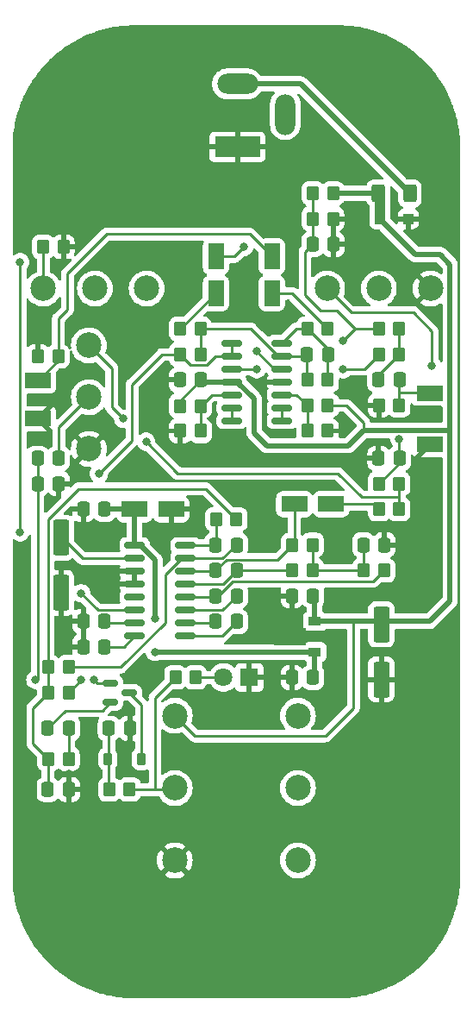
<source format=gbr>
%TF.GenerationSoftware,KiCad,Pcbnew,7.0.1*%
%TF.CreationDate,2023-11-18T18:10:11+02:00*%
%TF.ProjectId,Dille,44696c6c-652e-46b6-9963-61645f706362,rev?*%
%TF.SameCoordinates,Original*%
%TF.FileFunction,Copper,L1,Top*%
%TF.FilePolarity,Positive*%
%FSLAX46Y46*%
G04 Gerber Fmt 4.6, Leading zero omitted, Abs format (unit mm)*
G04 Created by KiCad (PCBNEW 7.0.1) date 2023-11-18 18:10:11*
%MOMM*%
%LPD*%
G01*
G04 APERTURE LIST*
G04 Aperture macros list*
%AMRoundRect*
0 Rectangle with rounded corners*
0 $1 Rounding radius*
0 $2 $3 $4 $5 $6 $7 $8 $9 X,Y pos of 4 corners*
0 Add a 4 corners polygon primitive as box body*
4,1,4,$2,$3,$4,$5,$6,$7,$8,$9,$2,$3,0*
0 Add four circle primitives for the rounded corners*
1,1,$1+$1,$2,$3*
1,1,$1+$1,$4,$5*
1,1,$1+$1,$6,$7*
1,1,$1+$1,$8,$9*
0 Add four rect primitives between the rounded corners*
20,1,$1+$1,$2,$3,$4,$5,0*
20,1,$1+$1,$4,$5,$6,$7,0*
20,1,$1+$1,$6,$7,$8,$9,0*
20,1,$1+$1,$8,$9,$2,$3,0*%
%AMFreePoly0*
4,1,9,3.862500,-0.866500,0.737500,-0.866500,0.737500,-0.450000,-0.737500,-0.450000,-0.737500,0.450000,0.737500,0.450000,0.737500,0.866500,3.862500,0.866500,3.862500,-0.866500,3.862500,-0.866500,$1*%
G04 Aperture macros list end*
%TA.AperFunction,SMDPad,CuDef*%
%ADD10RoundRect,0.250000X0.337500X0.475000X-0.337500X0.475000X-0.337500X-0.475000X0.337500X-0.475000X0*%
%TD*%
%TA.AperFunction,SMDPad,CuDef*%
%ADD11R,2.500000X1.500000*%
%TD*%
%TA.AperFunction,SMDPad,CuDef*%
%ADD12RoundRect,0.250000X0.350000X0.450000X-0.350000X0.450000X-0.350000X-0.450000X0.350000X-0.450000X0*%
%TD*%
%TA.AperFunction,SMDPad,CuDef*%
%ADD13RoundRect,0.225000X-0.225000X-0.375000X0.225000X-0.375000X0.225000X0.375000X-0.225000X0.375000X0*%
%TD*%
%TA.AperFunction,SMDPad,CuDef*%
%ADD14RoundRect,0.150000X-0.825000X-0.150000X0.825000X-0.150000X0.825000X0.150000X-0.825000X0.150000X0*%
%TD*%
%TA.AperFunction,SMDPad,CuDef*%
%ADD15RoundRect,0.150000X-0.850000X-0.150000X0.850000X-0.150000X0.850000X0.150000X-0.850000X0.150000X0*%
%TD*%
%TA.AperFunction,SMDPad,CuDef*%
%ADD16RoundRect,0.250000X-0.337500X-0.475000X0.337500X-0.475000X0.337500X0.475000X-0.337500X0.475000X0*%
%TD*%
%TA.AperFunction,SMDPad,CuDef*%
%ADD17RoundRect,0.250000X0.550000X-1.050000X0.550000X1.050000X-0.550000X1.050000X-0.550000X-1.050000X0*%
%TD*%
%TA.AperFunction,SMDPad,CuDef*%
%ADD18RoundRect,0.250000X-0.350000X-0.450000X0.350000X-0.450000X0.350000X0.450000X-0.350000X0.450000X0*%
%TD*%
%TA.AperFunction,SMDPad,CuDef*%
%ADD19RoundRect,0.250000X-0.550000X1.500000X-0.550000X-1.500000X0.550000X-1.500000X0.550000X1.500000X0*%
%TD*%
%TA.AperFunction,SMDPad,CuDef*%
%ADD20RoundRect,0.250000X-0.300000X-0.300000X0.300000X-0.300000X0.300000X0.300000X-0.300000X0.300000X0*%
%TD*%
%TA.AperFunction,SMDPad,CuDef*%
%ADD21RoundRect,0.250000X-1.050000X-0.550000X1.050000X-0.550000X1.050000X0.550000X-1.050000X0.550000X0*%
%TD*%
%TA.AperFunction,SMDPad,CuDef*%
%ADD22R,1.300000X0.900000*%
%TD*%
%TA.AperFunction,SMDPad,CuDef*%
%ADD23FreePoly0,180.000000*%
%TD*%
%TA.AperFunction,SMDPad,CuDef*%
%ADD24RoundRect,0.150000X-0.587500X-0.150000X0.587500X-0.150000X0.587500X0.150000X-0.587500X0.150000X0*%
%TD*%
%TA.AperFunction,SMDPad,CuDef*%
%ADD25RoundRect,0.250000X0.400000X0.625000X-0.400000X0.625000X-0.400000X-0.625000X0.400000X-0.625000X0*%
%TD*%
%TA.AperFunction,ComponentPad*%
%ADD26C,2.500000*%
%TD*%
%TA.AperFunction,ComponentPad*%
%ADD27R,1.800000X1.800000*%
%TD*%
%TA.AperFunction,ComponentPad*%
%ADD28C,1.800000*%
%TD*%
%TA.AperFunction,ComponentPad*%
%ADD29R,4.500000X2.000000*%
%TD*%
%TA.AperFunction,ComponentPad*%
%ADD30O,4.000000X2.000000*%
%TD*%
%TA.AperFunction,ComponentPad*%
%ADD31O,2.000000X4.000000*%
%TD*%
%TA.AperFunction,ViaPad*%
%ADD32C,0.800000*%
%TD*%
%TA.AperFunction,Conductor*%
%ADD33C,0.500000*%
%TD*%
%TA.AperFunction,Conductor*%
%ADD34C,0.250000*%
%TD*%
%TA.AperFunction,Conductor*%
%ADD35C,1.000000*%
%TD*%
G04 APERTURE END LIST*
D10*
%TO.P,C23,1*%
%TO.N,Net-(U1-CC1)*%
X56037500Y-100000000D03*
%TO.P,C23,2*%
%TO.N,GND*%
X53962500Y-100000000D03*
%TD*%
D11*
%TO.P,TP4,1,1*%
%TO.N,GND*%
X49500000Y-80125000D03*
%TD*%
D12*
%TO.P,R6,1*%
%TO.N,Sig in*%
X85000000Y-78810000D03*
%TO.P,R6,2*%
%TO.N,GND*%
X83000000Y-78810000D03*
%TD*%
D13*
%TO.P,D2,1,K*%
%TO.N,Net-(D2-K)*%
X56350000Y-113500000D03*
%TO.P,D2,2,A*%
%TO.N,Net-(D2-A)*%
X59650000Y-113500000D03*
%TD*%
D10*
%TO.P,C24,1*%
%TO.N,Net-(C24-Pad1)*%
X78012500Y-73810000D03*
%TO.P,C24,2*%
%TO.N,Net-(U2D--)*%
X75937500Y-73810000D03*
%TD*%
D14*
%TO.P,U2,1*%
%TO.N,Net-(Q1-D)*%
X68525000Y-72690000D03*
%TO.P,U2,2,-*%
X68525000Y-73960000D03*
%TO.P,U2,3,+*%
%TO.N,Net-(U2A-+)*%
X68525000Y-75230000D03*
%TO.P,U2,4,V+*%
%TO.N,+9V*%
X68525000Y-76500000D03*
%TO.P,U2,5,+*%
%TO.N,Net-(U2B-+)*%
X68525000Y-77770000D03*
%TO.P,U2,6,-*%
%TO.N,Net-(U2B--)*%
X68525000Y-79040000D03*
%TO.P,U2,7*%
X68525000Y-80310000D03*
%TO.P,U2,8*%
%TO.N,Net-(U2C--)*%
X73475000Y-80310000D03*
%TO.P,U2,9,-*%
X73475000Y-79040000D03*
%TO.P,U2,10,+*%
%TO.N,Net-(U2C-+)*%
X73475000Y-77770000D03*
%TO.P,U2,11,V-*%
%TO.N,GND*%
X73475000Y-76500000D03*
%TO.P,U2,12,+*%
%TO.N,+4V5*%
X73475000Y-75230000D03*
%TO.P,U2,13,-*%
%TO.N,Net-(U2D--)*%
X73475000Y-73960000D03*
%TO.P,U2,14*%
%TO.N,Net-(C24-Pad1)*%
X73475000Y-72690000D03*
%TD*%
D15*
%TO.P,U1,1,VCC*%
%TO.N,+5V*%
X59000000Y-92555000D03*
%TO.P,U1,2,REF*%
%TO.N,Net-(U1-REF)*%
X59000000Y-93825000D03*
%TO.P,U1,3,AGND*%
%TO.N,GND*%
X59000000Y-95095000D03*
%TO.P,U1,4,DGND*%
X59000000Y-96365000D03*
%TO.P,U1,5,CLK_O*%
%TO.N,unconnected-(U1-CLK_O-Pad5)*%
X59000000Y-97635000D03*
%TO.P,U1,6,VCO*%
%TO.N,Net-(U1-VCO)*%
X59000000Y-98905000D03*
%TO.P,U1,7,CC1*%
%TO.N,Net-(U1-CC1)*%
X59000000Y-100175000D03*
%TO.P,U1,8,CC0*%
%TO.N,Net-(U1-CC0)*%
X59000000Y-101445000D03*
%TO.P,U1,9,OP1-OUT*%
%TO.N,Net-(U1-OP1-OUT)*%
X64000000Y-101445000D03*
%TO.P,U1,10,OP1-IN*%
%TO.N,Net-(U1-OP1-IN)*%
X64000000Y-100175000D03*
%TO.P,U1,11,OP2-IN*%
%TO.N,Net-(U1-OP2-IN)*%
X64000000Y-98905000D03*
%TO.P,U1,12,OP2-OUT*%
%TO.N,Net-(U1-OP2-OUT)*%
X64000000Y-97635000D03*
%TO.P,U1,13,LPF2-IN*%
%TO.N,Net-(U1-LPF2-IN)*%
X64000000Y-96365000D03*
%TO.P,U1,14,LPF2-OUT*%
%TO.N,Net-(U1-LPF2-OUT)*%
X64000000Y-95095000D03*
%TO.P,U1,15,LPF1-OUT*%
%TO.N,Net-(U1-LPF1-OUT)*%
X64000000Y-93825000D03*
%TO.P,U1,16,LPF1-IN*%
%TO.N,Net-(U1-LPF1-IN)*%
X64000000Y-92555000D03*
%TD*%
D16*
%TO.P,C13,1*%
%TO.N,GND*%
X82962500Y-84000000D03*
%TO.P,C13,2*%
%TO.N,Net-(C13-Pad2)*%
X85037500Y-84000000D03*
%TD*%
D17*
%TO.P,C19,1*%
%TO.N,Net-(C19-Pad1)*%
X67000000Y-67800000D03*
%TO.P,C19,2*%
%TO.N,Net-(C19-Pad2)*%
X67000000Y-64200000D03*
%TD*%
D18*
%TO.P,R4,1*%
%TO.N,+4V5*%
X76500000Y-60500000D03*
%TO.P,R4,2*%
%TO.N,GND*%
X78500000Y-60500000D03*
%TD*%
D11*
%TO.P,TP2,1,1*%
%TO.N,Sig in*%
X88000000Y-77600000D03*
%TD*%
D19*
%TO.P,C20,1*%
%TO.N,Net-(U1-REF)*%
X51750000Y-91800000D03*
%TO.P,C20,2*%
%TO.N,GND*%
X51750000Y-97200000D03*
%TD*%
D12*
%TO.P,R24,1*%
%TO.N,+9V*%
X77975000Y-78810000D03*
%TO.P,R24,2*%
%TO.N,Net-(U2C-+)*%
X75975000Y-78810000D03*
%TD*%
D18*
%TO.P,R25,1*%
%TO.N,Net-(U2C-+)*%
X75975000Y-81310000D03*
%TO.P,R25,2*%
%TO.N,GND*%
X77975000Y-81310000D03*
%TD*%
D17*
%TO.P,C25,1*%
%TO.N,Net-(C25-Pad1)*%
X72500000Y-67800000D03*
%TO.P,C25,2*%
%TO.N,Sig out*%
X72500000Y-64200000D03*
%TD*%
D16*
%TO.P,C5,1*%
%TO.N,+4V5*%
X76462500Y-63000000D03*
%TO.P,C5,2*%
%TO.N,GND*%
X78537500Y-63000000D03*
%TD*%
D18*
%TO.P,R19,1*%
%TO.N,Net-(C15-Pad1)*%
X81500000Y-95000000D03*
%TO.P,R19,2*%
%TO.N,Net-(U1-OP2-OUT)*%
X83500000Y-95000000D03*
%TD*%
D12*
%TO.P,R22,1*%
%TO.N,GND*%
X52000000Y-63250000D03*
%TO.P,R22,2*%
%TO.N,Net-(R22-Pad2)*%
X50000000Y-63250000D03*
%TD*%
D19*
%TO.P,C2,1*%
%TO.N,+9V*%
X83250000Y-100300000D03*
%TO.P,C2,2*%
%TO.N,GND*%
X83250000Y-105700000D03*
%TD*%
D18*
%TO.P,R12,1*%
%TO.N,Net-(U1-LPF1-IN)*%
X67000000Y-90000000D03*
%TO.P,R12,2*%
%TO.N,Net-(C9-Pad1)*%
X69000000Y-90000000D03*
%TD*%
D12*
%TO.P,R21,1*%
%TO.N,Net-(C24-Pad1)*%
X77975000Y-76310000D03*
%TO.P,R21,2*%
%TO.N,Net-(U2D--)*%
X75975000Y-76310000D03*
%TD*%
D20*
%TO.P,D1,1,K*%
%TO.N,+9V*%
X83100000Y-60500000D03*
%TO.P,D1,2,A*%
%TO.N,GND*%
X85900000Y-60500000D03*
%TD*%
D12*
%TO.P,R3,1*%
%TO.N,Net-(C8-Pad2)*%
X52500000Y-113500000D03*
%TO.P,R3,2*%
%TO.N,Net-(C9-Pad1)*%
X50500000Y-113500000D03*
%TD*%
%TO.P,R27,1*%
%TO.N,Net-(U2B-+)*%
X65475000Y-81310000D03*
%TO.P,R27,2*%
%TO.N,GND*%
X63475000Y-81310000D03*
%TD*%
D16*
%TO.P,C7,1*%
%TO.N,Net-(D2-K)*%
X56462500Y-110500000D03*
%TO.P,C7,2*%
%TO.N,GND*%
X58537500Y-110500000D03*
%TD*%
D21*
%TO.P,C14,1*%
%TO.N,Net-(U1-LPF2-OUT)*%
X74700000Y-88500000D03*
%TO.P,C14,2*%
%TO.N,Net-(C14-Pad2)*%
X78300000Y-88500000D03*
%TD*%
D10*
%TO.P,C22,1*%
%TO.N,Net-(U1-CC0)*%
X56037500Y-102500000D03*
%TO.P,C22,2*%
%TO.N,GND*%
X53962500Y-102500000D03*
%TD*%
D12*
%TO.P,R11,1*%
%TO.N,Net-(C6-Pad2)*%
X85000000Y-73810000D03*
%TO.P,R11,2*%
%TO.N,Net-(U2A-+)*%
X83000000Y-73810000D03*
%TD*%
D16*
%TO.P,C18,1*%
%TO.N,Net-(U1-OP1-IN)*%
X66962500Y-100000000D03*
%TO.P,C18,2*%
%TO.N,Net-(U1-OP1-OUT)*%
X69037500Y-100000000D03*
%TD*%
D10*
%TO.P,C3,1*%
%TO.N,+5V*%
X76537500Y-105500000D03*
%TO.P,C3,2*%
%TO.N,GND*%
X74462500Y-105500000D03*
%TD*%
%TO.P,C1,1*%
%TO.N,+9V*%
X76537500Y-97500000D03*
%TO.P,C1,2*%
%TO.N,GND*%
X74462500Y-97500000D03*
%TD*%
D12*
%TO.P,R18,1*%
%TO.N,Net-(C15-Pad1)*%
X76500000Y-95000000D03*
%TO.P,R18,2*%
%TO.N,Net-(U1-LPF2-IN)*%
X74500000Y-95000000D03*
%TD*%
D11*
%TO.P,TP1,1,1*%
%TO.N,GND*%
X88000000Y-82625000D03*
%TD*%
D12*
%TO.P,R16,1*%
%TO.N,Net-(R15-Pad1)*%
X85000000Y-89000000D03*
%TO.P,R16,2*%
%TO.N,Net-(C14-Pad2)*%
X83000000Y-89000000D03*
%TD*%
%TO.P,R5,1*%
%TO.N,Net-(U1-LPF1-OUT)*%
X52500000Y-104500000D03*
%TO.P,R5,2*%
%TO.N,Net-(C9-Pad1)*%
X50500000Y-104500000D03*
%TD*%
D16*
%TO.P,C9,1*%
%TO.N,Net-(C9-Pad1)*%
X50462500Y-116500000D03*
%TO.P,C9,2*%
%TO.N,GND*%
X52537500Y-116500000D03*
%TD*%
D10*
%TO.P,C12,1*%
%TO.N,Net-(U1-LPF1-OUT)*%
X69037500Y-92500000D03*
%TO.P,C12,2*%
%TO.N,Net-(U1-LPF1-IN)*%
X66962500Y-92500000D03*
%TD*%
D22*
%TO.P,U3,1,OUT*%
%TO.N,+5V*%
X76700000Y-103000000D03*
D23*
%TO.P,U3,2,GND*%
%TO.N,GND*%
X76612500Y-101500000D03*
D22*
%TO.P,U3,3,IN*%
%TO.N,+9V*%
X76700000Y-100000000D03*
%TD*%
D10*
%TO.P,C4,1*%
%TO.N,+9V*%
X65512500Y-76310000D03*
%TO.P,C4,2*%
%TO.N,GND*%
X63437500Y-76310000D03*
%TD*%
D12*
%TO.P,R9,1*%
%TO.N,Net-(SW2A-B)*%
X58500000Y-116500000D03*
%TO.P,R9,2*%
%TO.N,Net-(D2-K)*%
X56500000Y-116500000D03*
%TD*%
D18*
%TO.P,R8,1*%
%TO.N,Net-(C24-Pad1)*%
X75975000Y-71310000D03*
%TO.P,R8,2*%
%TO.N,Net-(C25-Pad1)*%
X77975000Y-71310000D03*
%TD*%
D24*
%TO.P,Q1,1,D*%
%TO.N,Net-(Q1-D)*%
X56625000Y-106050000D03*
%TO.P,Q1,2,S*%
%TO.N,Net-(Q1-S)*%
X56625000Y-107950000D03*
%TO.P,Q1,3,G*%
%TO.N,Net-(D2-A)*%
X58500000Y-107000000D03*
%TD*%
D16*
%TO.P,C17,1*%
%TO.N,Net-(U1-OP2-OUT)*%
X66962500Y-97500000D03*
%TO.P,C17,2*%
%TO.N,Net-(U1-OP2-IN)*%
X69037500Y-97500000D03*
%TD*%
D12*
%TO.P,R20,1*%
%TO.N,Net-(U2D--)*%
X65475000Y-71310000D03*
%TO.P,R20,2*%
%TO.N,Net-(C19-Pad1)*%
X63475000Y-71310000D03*
%TD*%
%TO.P,R17,1*%
%TO.N,Net-(C15-Pad1)*%
X76500000Y-92500000D03*
%TO.P,R17,2*%
%TO.N,Net-(U1-LPF2-OUT)*%
X74500000Y-92500000D03*
%TD*%
D10*
%TO.P,C26,1*%
%TO.N,+5V*%
X56037500Y-89000000D03*
%TO.P,C26,2*%
%TO.N,GND*%
X53962500Y-89000000D03*
%TD*%
D16*
%TO.P,C15,1*%
%TO.N,Net-(C15-Pad1)*%
X81462500Y-92500000D03*
%TO.P,C15,2*%
%TO.N,GND*%
X83537500Y-92500000D03*
%TD*%
D18*
%TO.P,R26,1*%
%TO.N,+9V*%
X63475000Y-78860000D03*
%TO.P,R26,2*%
%TO.N,Net-(U2B-+)*%
X65475000Y-78860000D03*
%TD*%
%TO.P,R10,1*%
%TO.N,Net-(SW2A-B)*%
X63000000Y-105500000D03*
%TO.P,R10,2*%
%TO.N,Net-(D3-A)*%
X65000000Y-105500000D03*
%TD*%
D12*
%TO.P,R2,1*%
%TO.N,+9V*%
X78500000Y-58000000D03*
%TO.P,R2,2*%
%TO.N,+4V5*%
X76500000Y-58000000D03*
%TD*%
%TO.P,R7,1*%
%TO.N,Net-(C10-Pad2)*%
X52500000Y-107000000D03*
%TO.P,R7,2*%
%TO.N,Net-(C9-Pad1)*%
X50500000Y-107000000D03*
%TD*%
D25*
%TO.P,R1,1*%
%TO.N,Net-(J1-Pad2)*%
X86050000Y-58000000D03*
%TO.P,R1,2*%
%TO.N,+9V*%
X82950000Y-58000000D03*
%TD*%
D10*
%TO.P,C6,1*%
%TO.N,Sig in*%
X85037500Y-76310000D03*
%TO.P,C6,2*%
%TO.N,Net-(C6-Pad2)*%
X82962500Y-76310000D03*
%TD*%
D12*
%TO.P,R13,1*%
%TO.N,Net-(U2D--)*%
X65475000Y-73810000D03*
%TO.P,R13,2*%
%TO.N,Net-(Q1-D)*%
X63475000Y-73810000D03*
%TD*%
D16*
%TO.P,C11,1*%
%TO.N,Net-(C10-Pad2)*%
X49462500Y-86500000D03*
%TO.P,C11,2*%
%TO.N,GND*%
X51537500Y-86500000D03*
%TD*%
D12*
%TO.P,R15,1*%
%TO.N,Net-(R15-Pad1)*%
X85000000Y-86500000D03*
%TO.P,R15,2*%
%TO.N,Net-(C13-Pad2)*%
X83000000Y-86500000D03*
%TD*%
D16*
%TO.P,C8,1*%
%TO.N,Net-(Q1-S)*%
X50462500Y-110500000D03*
%TO.P,C8,2*%
%TO.N,Net-(C8-Pad2)*%
X52537500Y-110500000D03*
%TD*%
D12*
%TO.P,R23,1*%
%TO.N,Sig out*%
X51500000Y-74000000D03*
%TO.P,R23,2*%
%TO.N,GND*%
X49500000Y-74000000D03*
%TD*%
D18*
%TO.P,R14,1*%
%TO.N,+4V5*%
X83000000Y-71310000D03*
%TO.P,R14,2*%
%TO.N,Net-(C6-Pad2)*%
X85000000Y-71310000D03*
%TD*%
D11*
%TO.P,TP3,1,1*%
%TO.N,Sig out*%
X49500000Y-76375000D03*
%TD*%
D21*
%TO.P,C21,1*%
%TO.N,+5V*%
X59000000Y-89000000D03*
%TO.P,C21,2*%
%TO.N,GND*%
X62600000Y-89000000D03*
%TD*%
D16*
%TO.P,C16,1*%
%TO.N,Net-(U1-LPF2-OUT)*%
X66962500Y-95000000D03*
%TO.P,C16,2*%
%TO.N,Net-(U1-LPF2-IN)*%
X69037500Y-95000000D03*
%TD*%
D10*
%TO.P,C10,1*%
%TO.N,Net-(C10-Pad1)*%
X51537500Y-84000000D03*
%TO.P,C10,2*%
%TO.N,Net-(C10-Pad2)*%
X49462500Y-84000000D03*
%TD*%
D26*
%TO.P,RV2,1,1*%
%TO.N,GND*%
X88080000Y-67340000D03*
%TO.P,RV2,2,2*%
%TO.N,Net-(C19-Pad2)*%
X83000000Y-67340000D03*
%TO.P,RV2,3,3*%
%TO.N,Net-(C13-Pad2)*%
X77920000Y-67340000D03*
%TD*%
%TO.P,RV3,1,1*%
%TO.N,Net-(U1-VCO)*%
X60180000Y-67340000D03*
%TO.P,RV3,2,2*%
%TO.N,Net-(R22-Pad2)*%
X55100000Y-67340000D03*
%TO.P,RV3,3,3*%
X50020000Y-67340000D03*
%TD*%
%TO.P,SW2,1,A*%
%TO.N,GND*%
X62950000Y-123460000D03*
%TO.P,SW2,2,B*%
%TO.N,Net-(SW2A-B)*%
X62950000Y-116360000D03*
%TO.P,SW2,3,C*%
%TO.N,+9V*%
X62950000Y-109260000D03*
%TO.P,SW2,4,A*%
%TO.N,unconnected-(SW2B-A-Pad4)*%
X75050000Y-109260000D03*
%TO.P,SW2,5,B*%
%TO.N,unconnected-(SW2B-B-Pad5)*%
X75050000Y-116360000D03*
%TO.P,SW2,6,C*%
%TO.N,unconnected-(SW2B-C-Pad6)*%
X75050000Y-123460000D03*
%TD*%
%TO.P,RV1,1,1*%
%TO.N,GND*%
X54500000Y-83080000D03*
%TO.P,RV1,2,2*%
%TO.N,Net-(C10-Pad1)*%
X54500000Y-78000000D03*
%TO.P,RV1,3,3*%
%TO.N,Net-(R15-Pad1)*%
X54500000Y-72920000D03*
%TD*%
D27*
%TO.P,D3,1,K*%
%TO.N,GND*%
X70275000Y-105500000D03*
D28*
%TO.P,D3,2,A*%
%TO.N,Net-(D3-A)*%
X67735000Y-105500000D03*
%TD*%
D29*
%TO.P,J1,1*%
%TO.N,GND*%
X69100000Y-53450000D03*
D30*
%TO.P,J1,2*%
%TO.N,Net-(J1-Pad2)*%
X69100000Y-47250000D03*
D31*
%TO.P,J1,3*%
%TO.N,unconnected-(J1-Pad3)*%
X73800000Y-50250000D03*
%TD*%
D32*
%TO.N,GND*%
X79250000Y-80000000D03*
X50000000Y-70700000D03*
X56250000Y-81250000D03*
X78500000Y-65000000D03*
X58500000Y-112000000D03*
X83500000Y-90750000D03*
X52500000Y-115000000D03*
X61500000Y-77250000D03*
X78500000Y-98750000D03*
X69500000Y-87500000D03*
X88600000Y-79500000D03*
X56000000Y-90750000D03*
X72500000Y-70750000D03*
X52750000Y-85250000D03*
X80000000Y-61750000D03*
X52750000Y-94500000D03*
X49500000Y-78250000D03*
X81200000Y-77500000D03*
X50500000Y-88000000D03*
X85700000Y-65900000D03*
X69500000Y-83000000D03*
X63500000Y-83000000D03*
X52500000Y-101250000D03*
X52000000Y-61250000D03*
X88000000Y-85500000D03*
X78000000Y-84250000D03*
X79050000Y-104250000D03*
X54000000Y-90750000D03*
X47750000Y-93250000D03*
X62500000Y-63250000D03*
X65250000Y-89000000D03*
X71500000Y-76500000D03*
X83250000Y-109250000D03*
X87750000Y-59500000D03*
X57000000Y-95750000D03*
X72500000Y-105500000D03*
%TO.N,+5V*%
X61000000Y-103000000D03*
X61000000Y-99750000D03*
%TO.N,+4V5*%
X71000000Y-73500000D03*
X79500000Y-72500000D03*
%TO.N,Net-(U2A-+)*%
X79500000Y-75250000D03*
X71000000Y-75250000D03*
%TO.N,Net-(Q1-D)*%
X55500000Y-85500000D03*
X55000000Y-105750000D03*
%TO.N,Net-(C10-Pad2)*%
X53750000Y-105750000D03*
X49250000Y-105750000D03*
%TO.N,Net-(C13-Pad2)*%
X85000000Y-82099500D03*
X88200000Y-74900000D03*
%TO.N,Net-(C19-Pad2)*%
X69750000Y-63250000D03*
%TO.N,Net-(R15-Pad1)*%
X60125000Y-82375000D03*
X57875000Y-80125000D03*
%TO.N,Net-(U1-VCO)*%
X47750000Y-91250000D03*
X47750000Y-64750000D03*
X53750000Y-97250000D03*
%TD*%
D33*
%TO.N,+9V*%
X76700000Y-97662500D02*
X76537500Y-97500000D01*
D34*
X63475000Y-78860000D02*
X63475000Y-78347500D01*
D33*
X86600000Y-64000000D02*
X89000000Y-64000000D01*
X83100000Y-58150000D02*
X82950000Y-58000000D01*
X83100000Y-60500000D02*
X86600000Y-64000000D01*
X70750000Y-81500000D02*
X70750000Y-78171472D01*
X81500000Y-81250000D02*
X90000000Y-81250000D01*
X88000000Y-100000000D02*
X76700000Y-100000000D01*
X76700000Y-100000000D02*
X76700000Y-97662500D01*
X82950000Y-58000000D02*
X78500000Y-58000000D01*
X70750000Y-78171472D02*
X69078528Y-76500000D01*
X90000000Y-65000000D02*
X90000000Y-98000000D01*
D34*
X62950000Y-109260000D02*
X64940000Y-111250000D01*
D35*
X83100000Y-60500000D02*
X83100000Y-58150000D01*
D34*
X80500000Y-108500000D02*
X80500000Y-100000000D01*
X63475000Y-78347500D02*
X65512500Y-76310000D01*
D33*
X69078528Y-76500000D02*
X68525000Y-76500000D01*
X72000000Y-82750000D02*
X70750000Y-81500000D01*
X89000000Y-64000000D02*
X90000000Y-65000000D01*
D34*
X81500000Y-80500000D02*
X79810000Y-78810000D01*
D33*
X81500000Y-81250000D02*
X80000000Y-82750000D01*
X65702500Y-76500000D02*
X65512500Y-76310000D01*
X80000000Y-82750000D02*
X72000000Y-82750000D01*
D34*
X81500000Y-81250000D02*
X81500000Y-80500000D01*
X79810000Y-78810000D02*
X77975000Y-78810000D01*
D33*
X68525000Y-76500000D02*
X65702500Y-76500000D01*
D34*
X80500000Y-100000000D02*
X82500000Y-100000000D01*
D33*
X90000000Y-98000000D02*
X88000000Y-100000000D01*
D34*
X77750000Y-111250000D02*
X80500000Y-108500000D01*
X64940000Y-111250000D02*
X77750000Y-111250000D01*
D33*
%TO.N,+5V*%
X61000000Y-99750000D02*
X61000000Y-93976472D01*
X59000000Y-92555000D02*
X59000000Y-89000000D01*
X61000000Y-103000000D02*
X76700000Y-103000000D01*
X61000000Y-93976472D02*
X59578528Y-92555000D01*
X59578528Y-92555000D02*
X59000000Y-92555000D01*
X76700000Y-103000000D02*
X76700000Y-105337500D01*
X56037500Y-89000000D02*
X59000000Y-89000000D01*
X76700000Y-105337500D02*
X76537500Y-105500000D01*
D34*
%TO.N,+4V5*%
X72730000Y-75230000D02*
X71000000Y-73500000D01*
X80690000Y-71310000D02*
X83000000Y-71310000D01*
X78880000Y-69500000D02*
X80690000Y-71310000D01*
X75750000Y-63712500D02*
X75750000Y-68000000D01*
X76500000Y-58000000D02*
X76500000Y-62962500D01*
X75750000Y-68000000D02*
X77250000Y-69500000D01*
X76462500Y-63000000D02*
X75750000Y-63712500D01*
X76500000Y-62962500D02*
X76462500Y-63000000D01*
X77250000Y-69500000D02*
X78880000Y-69500000D01*
X73475000Y-75230000D02*
X72730000Y-75230000D01*
X79500000Y-72500000D02*
X80690000Y-71310000D01*
D33*
%TO.N,Net-(J1-Pad2)*%
X69100000Y-47250000D02*
X75300000Y-47250000D01*
X75300000Y-47250000D02*
X86050000Y-58000000D01*
D34*
%TO.N,Sig in*%
X85060000Y-77560000D02*
X85000000Y-77500000D01*
X85000000Y-78810000D02*
X85000000Y-77500000D01*
X85000000Y-76347500D02*
X85037500Y-76310000D01*
X88000000Y-77560000D02*
X85060000Y-77560000D01*
X85000000Y-77500000D02*
X85000000Y-76347500D01*
%TO.N,Net-(C6-Pad2)*%
X85000000Y-73810000D02*
X85000000Y-71310000D01*
X82962500Y-76310000D02*
X82962500Y-75847500D01*
X82962500Y-75847500D02*
X85000000Y-73810000D01*
%TO.N,Net-(U2A-+)*%
X70980000Y-75230000D02*
X71000000Y-75250000D01*
X81560000Y-75250000D02*
X83000000Y-73810000D01*
X79500000Y-75250000D02*
X81560000Y-75250000D01*
X68525000Y-75230000D02*
X70980000Y-75230000D01*
%TO.N,Net-(U2D--)*%
X75787500Y-73960000D02*
X75937500Y-73810000D01*
X65475000Y-71310000D02*
X65475000Y-73810000D01*
X73098249Y-73960000D02*
X73475000Y-73960000D01*
X65475000Y-71310000D02*
X70448249Y-71310000D01*
X75937500Y-76272500D02*
X75975000Y-76310000D01*
X75937500Y-73810000D02*
X75937500Y-76272500D01*
X73475000Y-73960000D02*
X75787500Y-73960000D01*
X70448249Y-71310000D02*
X73098249Y-73960000D01*
%TO.N,Net-(D2-K)*%
X56462500Y-116462500D02*
X56500000Y-116500000D01*
X56462500Y-110500000D02*
X56462500Y-116462500D01*
%TO.N,Net-(D2-A)*%
X59650000Y-108150000D02*
X58500000Y-107000000D01*
X59650000Y-113500000D02*
X59650000Y-108150000D01*
%TO.N,Net-(Q1-D)*%
X55300000Y-106050000D02*
X55000000Y-105750000D01*
X61690000Y-73810000D02*
X63475000Y-73810000D01*
X68525000Y-73960000D02*
X68525000Y-72690000D01*
X58750000Y-82250000D02*
X58750000Y-76750000D01*
X68525000Y-73960000D02*
X66938173Y-73960000D01*
X56625000Y-106050000D02*
X55300000Y-106050000D01*
X58750000Y-76750000D02*
X61690000Y-73810000D01*
X55500000Y-85500000D02*
X58750000Y-82250000D01*
X66938173Y-73960000D02*
X66063173Y-74835000D01*
X66063173Y-74835000D02*
X64500000Y-74835000D01*
X64500000Y-74835000D02*
X63475000Y-73810000D01*
%TO.N,Net-(Q1-S)*%
X50462500Y-110500000D02*
X52212500Y-108750000D01*
X52212500Y-108750000D02*
X55825000Y-108750000D01*
X55825000Y-108750000D02*
X56625000Y-107950000D01*
%TO.N,Net-(C8-Pad2)*%
X52537500Y-113462500D02*
X52500000Y-113500000D01*
X52537500Y-110500000D02*
X52537500Y-113462500D01*
%TO.N,Net-(C9-Pad1)*%
X49000000Y-112000000D02*
X49000000Y-108500000D01*
X50500000Y-90000000D02*
X53500000Y-87000000D01*
X50500000Y-104500000D02*
X50500000Y-90000000D01*
X50500000Y-113500000D02*
X50500000Y-116462500D01*
X50500000Y-113500000D02*
X49000000Y-112000000D01*
X50500000Y-116462500D02*
X50462500Y-116500000D01*
X50500000Y-107000000D02*
X50500000Y-104500000D01*
X53500000Y-87000000D02*
X66000000Y-87000000D01*
X49000000Y-108500000D02*
X50500000Y-107000000D01*
X66000000Y-87000000D02*
X69000000Y-90000000D01*
%TO.N,Net-(C10-Pad1)*%
X51537500Y-84000000D02*
X51537500Y-80962500D01*
X51537500Y-80962500D02*
X54500000Y-78000000D01*
%TO.N,Net-(C10-Pad2)*%
X49462500Y-86500000D02*
X49462500Y-84000000D01*
X49462500Y-86500000D02*
X49462500Y-105537500D01*
X49462500Y-105537500D02*
X49250000Y-105750000D01*
X53750000Y-105750000D02*
X52500000Y-107000000D01*
%TO.N,Net-(U1-LPF1-OUT)*%
X62000000Y-95423249D02*
X63598249Y-93825000D01*
X52500000Y-104500000D02*
X57616751Y-104500000D01*
X69037500Y-92500000D02*
X68929342Y-92500000D01*
X67604342Y-93825000D02*
X64000000Y-93825000D01*
X68929342Y-92500000D02*
X67604342Y-93825000D01*
X62000000Y-100116751D02*
X62000000Y-95423249D01*
X57616751Y-104500000D02*
X62000000Y-100116751D01*
X63598249Y-93825000D02*
X64000000Y-93825000D01*
%TO.N,Net-(U1-LPF1-IN)*%
X67000000Y-92462500D02*
X66962500Y-92500000D01*
X64000000Y-92555000D02*
X66907500Y-92555000D01*
X67000000Y-90000000D02*
X67000000Y-92462500D01*
X66907500Y-92555000D02*
X66962500Y-92500000D01*
%TO.N,Net-(C13-Pad2)*%
X83000000Y-86500000D02*
X85000000Y-84500000D01*
X77920000Y-67340000D02*
X80280000Y-69700000D01*
X86400000Y-69700000D02*
X88200000Y-71500000D01*
X80280000Y-69700000D02*
X86400000Y-69700000D01*
X85000000Y-84500000D02*
X85000000Y-82099500D01*
X88200000Y-71500000D02*
X88200000Y-74900000D01*
%TO.N,Net-(U1-LPF2-OUT)*%
X73050000Y-93950000D02*
X74500000Y-92500000D01*
X66962500Y-95000000D02*
X68012500Y-93950000D01*
X68012500Y-93950000D02*
X73050000Y-93950000D01*
X74700000Y-88500000D02*
X74700000Y-92300000D01*
X66867500Y-95095000D02*
X66962500Y-95000000D01*
X74700000Y-92300000D02*
X74500000Y-92500000D01*
X64000000Y-95095000D02*
X66867500Y-95095000D01*
%TO.N,Net-(C14-Pad2)*%
X83000000Y-89000000D02*
X82500000Y-88500000D01*
X82500000Y-88500000D02*
X78300000Y-88500000D01*
%TO.N,Net-(C15-Pad1)*%
X81500000Y-95000000D02*
X76500000Y-95000000D01*
X76500000Y-92500000D02*
X76500000Y-95000000D01*
X81500000Y-95000000D02*
X81500000Y-92537500D01*
%TO.N,Net-(U1-LPF2-IN)*%
X64000000Y-96365000D02*
X67672500Y-96365000D01*
X74500000Y-95000000D02*
X69037500Y-95000000D01*
X67672500Y-96365000D02*
X69037500Y-95000000D01*
%TO.N,Net-(U1-OP2-OUT)*%
X64000000Y-97635000D02*
X67070913Y-97635000D01*
X67070913Y-97635000D02*
X68102957Y-96602957D01*
X68102957Y-96602957D02*
X68655914Y-96050000D01*
X68655914Y-96050000D02*
X82450000Y-96050000D01*
X82450000Y-96050000D02*
X83500000Y-95000000D01*
%TO.N,Net-(U1-OP2-IN)*%
X67632500Y-98905000D02*
X64000000Y-98905000D01*
X69037500Y-97500000D02*
X67632500Y-98905000D01*
%TO.N,Net-(U1-OP1-IN)*%
X66787500Y-100175000D02*
X64000000Y-100175000D01*
X66962500Y-100000000D02*
X66787500Y-100175000D01*
%TO.N,Net-(U1-OP1-OUT)*%
X64000000Y-101445000D02*
X67592500Y-101445000D01*
X67592500Y-101445000D02*
X69037500Y-100000000D01*
%TO.N,Net-(C19-Pad1)*%
X66985000Y-67800000D02*
X63475000Y-71310000D01*
X67000000Y-67800000D02*
X66985000Y-67800000D01*
%TO.N,Net-(C19-Pad2)*%
X67000000Y-64200000D02*
X68800000Y-64200000D01*
X68800000Y-64200000D02*
X69750000Y-63250000D01*
%TO.N,Net-(D3-A)*%
X65000000Y-105500000D02*
X67735000Y-105500000D01*
%TO.N,Net-(SW2A-B)*%
X62810000Y-116500000D02*
X62950000Y-116360000D01*
X63000000Y-105500000D02*
X61000000Y-107500000D01*
X58500000Y-116500000D02*
X60000000Y-116500000D01*
X61000000Y-116500000D02*
X62810000Y-116500000D01*
X61000000Y-107500000D02*
X61000000Y-116500000D01*
X61000000Y-116500000D02*
X60000000Y-116500000D01*
%TO.N,Net-(R15-Pad1)*%
X85000000Y-87800000D02*
X85000000Y-87500000D01*
X56750000Y-79000000D02*
X56750000Y-75170000D01*
X85000000Y-87500000D02*
X85000000Y-89000000D01*
X57875000Y-80125000D02*
X56750000Y-79000000D01*
X60125000Y-82375000D02*
X63250000Y-85500000D01*
X56750000Y-75170000D02*
X54500000Y-72920000D01*
X85000000Y-87500000D02*
X85000000Y-86500000D01*
X79000000Y-85500000D02*
X81300000Y-87800000D01*
X63250000Y-85500000D02*
X79000000Y-85500000D01*
X81300000Y-87800000D02*
X85000000Y-87800000D01*
%TO.N,Net-(U1-REF)*%
X53875000Y-93825000D02*
X51750000Y-91700000D01*
X59000000Y-93825000D02*
X53875000Y-93825000D01*
%TO.N,Net-(U1-CC0)*%
X56037500Y-102500000D02*
X57945000Y-102500000D01*
X57945000Y-102500000D02*
X59000000Y-101445000D01*
%TO.N,Net-(U1-CC1)*%
X56212500Y-100175000D02*
X56037500Y-100000000D01*
X59000000Y-100175000D02*
X56212500Y-100175000D01*
%TO.N,Net-(C24-Pad1)*%
X75975000Y-71310000D02*
X74855000Y-71310000D01*
X77975000Y-73847500D02*
X78012500Y-73810000D01*
X74855000Y-71310000D02*
X73475000Y-72690000D01*
X77975000Y-76310000D02*
X77975000Y-73847500D01*
X78012500Y-73810000D02*
X78012500Y-73347500D01*
X78012500Y-73347500D02*
X75975000Y-71310000D01*
%TO.N,Net-(C25-Pad1)*%
X74465000Y-67800000D02*
X77975000Y-71310000D01*
X72500000Y-67800000D02*
X74465000Y-67800000D01*
%TO.N,Sig out*%
X51500000Y-74375000D02*
X49500000Y-76375000D01*
X51500000Y-70300000D02*
X52400000Y-69400000D01*
X56250000Y-62000000D02*
X70300000Y-62000000D01*
X52400000Y-69400000D02*
X52400000Y-65850000D01*
X70300000Y-62000000D02*
X72500000Y-64200000D01*
X52400000Y-65850000D02*
X56250000Y-62000000D01*
X51500000Y-74000000D02*
X51500000Y-74375000D01*
X51500000Y-74000000D02*
X51500000Y-70300000D01*
%TO.N,Net-(R22-Pad2)*%
X50020000Y-63270000D02*
X50020000Y-67340000D01*
X50000000Y-63250000D02*
X50020000Y-63270000D01*
%TO.N,Net-(U2C-+)*%
X74935000Y-77770000D02*
X75975000Y-78810000D01*
X75975000Y-78810000D02*
X75975000Y-81310000D01*
X73475000Y-77770000D02*
X74935000Y-77770000D01*
%TO.N,Net-(U2B-+)*%
X68525000Y-77770000D02*
X66565000Y-77770000D01*
X66565000Y-77770000D02*
X65475000Y-78860000D01*
X65475000Y-78860000D02*
X65475000Y-81310000D01*
%TO.N,Net-(U1-VCO)*%
X55405000Y-98905000D02*
X59000000Y-98905000D01*
X53750000Y-97250000D02*
X55405000Y-98905000D01*
X47750000Y-91250000D02*
X47750000Y-64750000D01*
%TO.N,Net-(U2B--)*%
X68525000Y-80310000D02*
X68525000Y-79040000D01*
%TO.N,Net-(U2C--)*%
X73475000Y-80310000D02*
X73475000Y-79040000D01*
%TD*%
%TA.AperFunction,Conductor*%
%TO.N,GND*%
G36*
X79001745Y-41500548D02*
G01*
X79480543Y-41513982D01*
X79480667Y-41514018D01*
X79480667Y-41513986D01*
X79481541Y-41514010D01*
X79673040Y-41519583D01*
X79679843Y-41519969D01*
X80072730Y-41553109D01*
X80356113Y-41577902D01*
X80362611Y-41578645D01*
X80735084Y-41631230D01*
X81034708Y-41675119D01*
X81040879Y-41676185D01*
X81401842Y-41747985D01*
X81402600Y-41748138D01*
X81706601Y-41810910D01*
X81712447Y-41812266D01*
X82064756Y-41903145D01*
X82065671Y-41903386D01*
X82369662Y-41984840D01*
X82375140Y-41986446D01*
X82719171Y-42096098D01*
X82720466Y-42096519D01*
X83021652Y-42196321D01*
X83026804Y-42198157D01*
X83362592Y-42326334D01*
X83363811Y-42326809D01*
X83660494Y-42444674D01*
X83665290Y-42446698D01*
X83992148Y-42592957D01*
X83993671Y-42593654D01*
X84284041Y-42729055D01*
X84288551Y-42731270D01*
X84605852Y-42895192D01*
X84607625Y-42896128D01*
X84890375Y-43048586D01*
X84894445Y-43050882D01*
X85201475Y-43231994D01*
X85203526Y-43233232D01*
X85477400Y-43402160D01*
X85481178Y-43404585D01*
X85777095Y-43602311D01*
X85779284Y-43603808D01*
X86003624Y-43760893D01*
X86043288Y-43788666D01*
X86046727Y-43791164D01*
X86330753Y-44004915D01*
X86333099Y-44006724D01*
X86586151Y-44206811D01*
X86589244Y-44209339D01*
X86860700Y-44438564D01*
X86863133Y-44440673D01*
X87104214Y-44655216D01*
X87106966Y-44657741D01*
X87365092Y-44901777D01*
X87367586Y-44904202D01*
X87595796Y-45132412D01*
X87598221Y-45134906D01*
X87842257Y-45393032D01*
X87844782Y-45395784D01*
X88059325Y-45636865D01*
X88061434Y-45639298D01*
X88290659Y-45910754D01*
X88293187Y-45913847D01*
X88493274Y-46166899D01*
X88495083Y-46169245D01*
X88708834Y-46453271D01*
X88711332Y-46456710D01*
X88896160Y-46720670D01*
X88897687Y-46722903D01*
X89095402Y-47018804D01*
X89097838Y-47022598D01*
X89266766Y-47296472D01*
X89268031Y-47298568D01*
X89449094Y-47605514D01*
X89451436Y-47609665D01*
X89603827Y-47892292D01*
X89604849Y-47894228D01*
X89768728Y-48211448D01*
X89770943Y-48215957D01*
X89906291Y-48506210D01*
X89907094Y-48507968D01*
X90053285Y-48834674D01*
X90055339Y-48839539D01*
X90173123Y-49136018D01*
X90173731Y-49137579D01*
X90301827Y-49473155D01*
X90303686Y-49478373D01*
X90403479Y-49779533D01*
X90403917Y-49780880D01*
X90513538Y-50124810D01*
X90515169Y-50130373D01*
X90596591Y-50434247D01*
X90596886Y-50435368D01*
X90687726Y-50787526D01*
X90689094Y-50793423D01*
X90751849Y-51097347D01*
X90752028Y-51098231D01*
X90823809Y-51459096D01*
X90824883Y-51465315D01*
X90868761Y-51764863D01*
X90868852Y-51765501D01*
X90921351Y-52137374D01*
X90922097Y-52143900D01*
X90946903Y-52427421D01*
X90946936Y-52427807D01*
X90980028Y-52820149D01*
X90980415Y-52826963D01*
X90986014Y-53019330D01*
X90986017Y-53019460D01*
X90999451Y-53498254D01*
X90999500Y-53501732D01*
X90999500Y-64973255D01*
X90988730Y-65014646D01*
X90999500Y-65056878D01*
X90999500Y-81179161D01*
X90989314Y-81219513D01*
X90999500Y-81258277D01*
X90999500Y-98021662D01*
X90991414Y-98052131D01*
X90999500Y-98084494D01*
X90999500Y-124998268D01*
X90999451Y-125001746D01*
X90986017Y-125480539D01*
X90986014Y-125480669D01*
X90980415Y-125673035D01*
X90980028Y-125679849D01*
X90946936Y-126072192D01*
X90946903Y-126072578D01*
X90922097Y-126356098D01*
X90921351Y-126362624D01*
X90868852Y-126734497D01*
X90868761Y-126735135D01*
X90824883Y-127034683D01*
X90823809Y-127040902D01*
X90752028Y-127401767D01*
X90751849Y-127402651D01*
X90689094Y-127706575D01*
X90687726Y-127712472D01*
X90596886Y-128064630D01*
X90596591Y-128065751D01*
X90515169Y-128369625D01*
X90513538Y-128375188D01*
X90403917Y-128719118D01*
X90403479Y-128720465D01*
X90303686Y-129021625D01*
X90301827Y-129026843D01*
X90173731Y-129362419D01*
X90173123Y-129363980D01*
X90055339Y-129660459D01*
X90053285Y-129665324D01*
X89907094Y-129992030D01*
X89906291Y-129993788D01*
X89770943Y-130284041D01*
X89768728Y-130288550D01*
X89604849Y-130605770D01*
X89603827Y-130607706D01*
X89451436Y-130890333D01*
X89449094Y-130894484D01*
X89268031Y-131201430D01*
X89266766Y-131203526D01*
X89097838Y-131477400D01*
X89095402Y-131481194D01*
X88897687Y-131777095D01*
X88896160Y-131779328D01*
X88711332Y-132043288D01*
X88708834Y-132046727D01*
X88495083Y-132330753D01*
X88493274Y-132333099D01*
X88293187Y-132586151D01*
X88290659Y-132589244D01*
X88061434Y-132860700D01*
X88059325Y-132863133D01*
X87844782Y-133104214D01*
X87842257Y-133106966D01*
X87598221Y-133365092D01*
X87595796Y-133367586D01*
X87367586Y-133595796D01*
X87365092Y-133598221D01*
X87106966Y-133842257D01*
X87104214Y-133844782D01*
X86863133Y-134059325D01*
X86860700Y-134061434D01*
X86589244Y-134290659D01*
X86586151Y-134293187D01*
X86333099Y-134493274D01*
X86330753Y-134495083D01*
X86046727Y-134708834D01*
X86043288Y-134711332D01*
X85779328Y-134896160D01*
X85777095Y-134897687D01*
X85481194Y-135095402D01*
X85477400Y-135097838D01*
X85203526Y-135266766D01*
X85201430Y-135268031D01*
X84894484Y-135449094D01*
X84890333Y-135451436D01*
X84607706Y-135603827D01*
X84605770Y-135604849D01*
X84288550Y-135768728D01*
X84284041Y-135770943D01*
X83993788Y-135906291D01*
X83992030Y-135907094D01*
X83665324Y-136053285D01*
X83660459Y-136055339D01*
X83363980Y-136173123D01*
X83362419Y-136173731D01*
X83026843Y-136301827D01*
X83021625Y-136303686D01*
X82720465Y-136403479D01*
X82719118Y-136403917D01*
X82375188Y-136513538D01*
X82369625Y-136515169D01*
X82065751Y-136596591D01*
X82064630Y-136596886D01*
X81712472Y-136687726D01*
X81706575Y-136689094D01*
X81402651Y-136751849D01*
X81401767Y-136752028D01*
X81040902Y-136823809D01*
X81034683Y-136824883D01*
X80735135Y-136868761D01*
X80734497Y-136868852D01*
X80362624Y-136921351D01*
X80356098Y-136922097D01*
X80072718Y-136946890D01*
X80072332Y-136946923D01*
X79679849Y-136980028D01*
X79673035Y-136980415D01*
X79480669Y-136986014D01*
X79480539Y-136986017D01*
X79001746Y-136999451D01*
X78998268Y-136999500D01*
X59001732Y-136999500D01*
X58998254Y-136999451D01*
X58519459Y-136986017D01*
X58519331Y-136985979D01*
X58519330Y-136986014D01*
X58326963Y-136980415D01*
X58320149Y-136980028D01*
X57927666Y-136946923D01*
X57927280Y-136946890D01*
X57643900Y-136922097D01*
X57637374Y-136921351D01*
X57265501Y-136868852D01*
X57264863Y-136868761D01*
X56965315Y-136824883D01*
X56959096Y-136823809D01*
X56598231Y-136752028D01*
X56597347Y-136751849D01*
X56293423Y-136689094D01*
X56287526Y-136687726D01*
X55935368Y-136596886D01*
X55934247Y-136596591D01*
X55630373Y-136515169D01*
X55624810Y-136513538D01*
X55280880Y-136403917D01*
X55279533Y-136403479D01*
X54978373Y-136303686D01*
X54973155Y-136301827D01*
X54637579Y-136173731D01*
X54636018Y-136173123D01*
X54339539Y-136055339D01*
X54334674Y-136053285D01*
X54007968Y-135907094D01*
X54006210Y-135906291D01*
X53715957Y-135770943D01*
X53711448Y-135768728D01*
X53394228Y-135604849D01*
X53392292Y-135603827D01*
X53109665Y-135451436D01*
X53105514Y-135449094D01*
X52798568Y-135268031D01*
X52796472Y-135266766D01*
X52522598Y-135097838D01*
X52518804Y-135095402D01*
X52222903Y-134897687D01*
X52220670Y-134896160D01*
X51956710Y-134711332D01*
X51953271Y-134708834D01*
X51669245Y-134495083D01*
X51666899Y-134493274D01*
X51413847Y-134293187D01*
X51410754Y-134290659D01*
X51139298Y-134061434D01*
X51136865Y-134059325D01*
X50895784Y-133844782D01*
X50893032Y-133842257D01*
X50634906Y-133598221D01*
X50632412Y-133595796D01*
X50404202Y-133367586D01*
X50401777Y-133365092D01*
X50157741Y-133106966D01*
X50155216Y-133104214D01*
X49940673Y-132863133D01*
X49938564Y-132860700D01*
X49709339Y-132589244D01*
X49706811Y-132586151D01*
X49506724Y-132333099D01*
X49504915Y-132330753D01*
X49291164Y-132046727D01*
X49288666Y-132043288D01*
X49260893Y-132003624D01*
X49103808Y-131779284D01*
X49102311Y-131777095D01*
X48904596Y-131481194D01*
X48902160Y-131477400D01*
X48733232Y-131203526D01*
X48731994Y-131201475D01*
X48550882Y-130894445D01*
X48548586Y-130890375D01*
X48396128Y-130607625D01*
X48395192Y-130605852D01*
X48231270Y-130288550D01*
X48229055Y-130284041D01*
X48093654Y-129993671D01*
X48092957Y-129992148D01*
X47946698Y-129665290D01*
X47944674Y-129660494D01*
X47826809Y-129363811D01*
X47826334Y-129362592D01*
X47698157Y-129026804D01*
X47696321Y-129021652D01*
X47596519Y-128720465D01*
X47596081Y-128719118D01*
X47572683Y-128645707D01*
X47486446Y-128375140D01*
X47484840Y-128369662D01*
X47403386Y-128065671D01*
X47403145Y-128064756D01*
X47312266Y-127712447D01*
X47310910Y-127706601D01*
X47248138Y-127402600D01*
X47247970Y-127401767D01*
X47236102Y-127342103D01*
X47176185Y-127040879D01*
X47175119Y-127034708D01*
X47131230Y-126735084D01*
X47078645Y-126362611D01*
X47077901Y-126356097D01*
X47053096Y-126072577D01*
X47019969Y-125679843D01*
X47019583Y-125673035D01*
X47014008Y-125481488D01*
X47000548Y-125001745D01*
X47000500Y-124998270D01*
X47000500Y-124862720D01*
X61900831Y-124862720D01*
X62072546Y-124979793D01*
X62308860Y-125093596D01*
X62559496Y-125170908D01*
X62818856Y-125210000D01*
X63081144Y-125210000D01*
X63340503Y-125170908D01*
X63591139Y-125093596D01*
X63827456Y-124979792D01*
X63999167Y-124862720D01*
X62950001Y-123813553D01*
X62950000Y-123813553D01*
X61900831Y-124862720D01*
X47000500Y-124862720D01*
X47000500Y-123460000D01*
X61195092Y-123460000D01*
X61214693Y-123721552D01*
X61273059Y-123977270D01*
X61368882Y-124221424D01*
X61500027Y-124448573D01*
X61547873Y-124508571D01*
X61547874Y-124508571D01*
X62596446Y-123460001D01*
X62596446Y-123460000D01*
X63303553Y-123460000D01*
X64352124Y-124508571D01*
X64399972Y-124448572D01*
X64531117Y-124221423D01*
X64626940Y-123977270D01*
X64685306Y-123721552D01*
X64704907Y-123460000D01*
X73294591Y-123460000D01*
X73314197Y-123721627D01*
X73372580Y-123977418D01*
X73468346Y-124221424D01*
X73468432Y-124221643D01*
X73599614Y-124448857D01*
X73763195Y-124653981D01*
X73763197Y-124653983D01*
X73763198Y-124653984D01*
X73955514Y-124832428D01*
X73955520Y-124832432D01*
X73955521Y-124832433D01*
X74172296Y-124980228D01*
X74408677Y-125094063D01*
X74659385Y-125171396D01*
X74918818Y-125210500D01*
X75181182Y-125210500D01*
X75440615Y-125171396D01*
X75691323Y-125094063D01*
X75927704Y-124980228D01*
X76144479Y-124832433D01*
X76144482Y-124832429D01*
X76144485Y-124832428D01*
X76229792Y-124753273D01*
X76336805Y-124653981D01*
X76500386Y-124448857D01*
X76631568Y-124221643D01*
X76727420Y-123977416D01*
X76785802Y-123721630D01*
X76805408Y-123460000D01*
X76785802Y-123198370D01*
X76727420Y-122942584D01*
X76631568Y-122698357D01*
X76500386Y-122471143D01*
X76336805Y-122266019D01*
X76336801Y-122266015D01*
X76144485Y-122087571D01*
X76100053Y-122057278D01*
X75927704Y-121939772D01*
X75691323Y-121825937D01*
X75440615Y-121748604D01*
X75181182Y-121709500D01*
X74918818Y-121709500D01*
X74659385Y-121748604D01*
X74408677Y-121825937D01*
X74172296Y-121939772D01*
X74102922Y-121987070D01*
X73955514Y-122087571D01*
X73763198Y-122266015D01*
X73599613Y-122471143D01*
X73468431Y-122698358D01*
X73372580Y-122942581D01*
X73314197Y-123198372D01*
X73294591Y-123460000D01*
X64704907Y-123460000D01*
X64685306Y-123198447D01*
X64626940Y-122942729D01*
X64531117Y-122698575D01*
X64399972Y-122471426D01*
X64352125Y-122411427D01*
X63303553Y-123460000D01*
X62596446Y-123460000D01*
X61547873Y-122411427D01*
X61500028Y-122471424D01*
X61368882Y-122698576D01*
X61273059Y-122942729D01*
X61214693Y-123198447D01*
X61195092Y-123460000D01*
X47000500Y-123460000D01*
X47000500Y-122057278D01*
X61900831Y-122057278D01*
X62949998Y-123106446D01*
X62949999Y-123106446D01*
X63999167Y-122057278D01*
X63827451Y-121940205D01*
X63591139Y-121826403D01*
X63340503Y-121749091D01*
X63081144Y-121710000D01*
X62818856Y-121710000D01*
X62559496Y-121749091D01*
X62308860Y-121826403D01*
X62072545Y-121940206D01*
X61900831Y-122057278D01*
X47000500Y-122057278D01*
X47000500Y-92061899D01*
X47018773Y-91997109D01*
X47068205Y-91951414D01*
X47134229Y-91938281D01*
X47197385Y-91961580D01*
X47297270Y-92034151D01*
X47297271Y-92034151D01*
X47297272Y-92034152D01*
X47470197Y-92111144D01*
X47655352Y-92150500D01*
X47655354Y-92150500D01*
X47844646Y-92150500D01*
X47844648Y-92150500D01*
X48007385Y-92115909D01*
X48029803Y-92111144D01*
X48202730Y-92034151D01*
X48245420Y-92003135D01*
X48355870Y-91922889D01*
X48359483Y-91918877D01*
X48482533Y-91782216D01*
X48577179Y-91618284D01*
X48595068Y-91563225D01*
X48633959Y-91505999D01*
X48697459Y-91478521D01*
X48765797Y-91489344D01*
X48817697Y-91535100D01*
X48837000Y-91601543D01*
X48837000Y-104873802D01*
X48823485Y-104930097D01*
X48785885Y-104974120D01*
X48644129Y-105077110D01*
X48517466Y-105217783D01*
X48422820Y-105381715D01*
X48364326Y-105561742D01*
X48344540Y-105750000D01*
X48364326Y-105938257D01*
X48422820Y-106118284D01*
X48517466Y-106282216D01*
X48644129Y-106422889D01*
X48797269Y-106534151D01*
X48970197Y-106611144D01*
X49155352Y-106650500D01*
X49275500Y-106650500D01*
X49337500Y-106667113D01*
X49382887Y-106712500D01*
X49399500Y-106774500D01*
X49399500Y-107164546D01*
X49390061Y-107211999D01*
X49363181Y-107252227D01*
X48616208Y-107999199D01*
X48600110Y-108012096D01*
X48552096Y-108063225D01*
X48549391Y-108066017D01*
X48529874Y-108085534D01*
X48527415Y-108088705D01*
X48519842Y-108097572D01*
X48489935Y-108129420D01*
X48480285Y-108146974D01*
X48469609Y-108163228D01*
X48457326Y-108179063D01*
X48439975Y-108219158D01*
X48434838Y-108229644D01*
X48413802Y-108267907D01*
X48408821Y-108287309D01*
X48402520Y-108305711D01*
X48394561Y-108324102D01*
X48387728Y-108367242D01*
X48385360Y-108378674D01*
X48374500Y-108420978D01*
X48374500Y-108441016D01*
X48372973Y-108460415D01*
X48369840Y-108480194D01*
X48373950Y-108523675D01*
X48374500Y-108535344D01*
X48374500Y-111917256D01*
X48372235Y-111937762D01*
X48374439Y-112007873D01*
X48374500Y-112011768D01*
X48374500Y-112039349D01*
X48375003Y-112043334D01*
X48375918Y-112054967D01*
X48377290Y-112098626D01*
X48382879Y-112117860D01*
X48386825Y-112136916D01*
X48389335Y-112156792D01*
X48405414Y-112197404D01*
X48409197Y-112208451D01*
X48421382Y-112250391D01*
X48431580Y-112267635D01*
X48440136Y-112285100D01*
X48447514Y-112303732D01*
X48447515Y-112303733D01*
X48473180Y-112339059D01*
X48479593Y-112348822D01*
X48501826Y-112386416D01*
X48501829Y-112386419D01*
X48501830Y-112386420D01*
X48515995Y-112400585D01*
X48528627Y-112415375D01*
X48540406Y-112431587D01*
X48574058Y-112459426D01*
X48582699Y-112467289D01*
X49363181Y-113247771D01*
X49390061Y-113287999D01*
X49399500Y-113335452D01*
X49399500Y-114000008D01*
X49410000Y-114102796D01*
X49465186Y-114269334D01*
X49557288Y-114418657D01*
X49681342Y-114542711D01*
X49815596Y-114625519D01*
X49858777Y-114670626D01*
X49874500Y-114731058D01*
X49874500Y-115228522D01*
X49858777Y-115288954D01*
X49815596Y-115334061D01*
X49656342Y-115432288D01*
X49532288Y-115556342D01*
X49440186Y-115705665D01*
X49385000Y-115872202D01*
X49374500Y-115974990D01*
X49374500Y-117025008D01*
X49385000Y-117127796D01*
X49440186Y-117294334D01*
X49532288Y-117443657D01*
X49656342Y-117567711D01*
X49656344Y-117567712D01*
X49805666Y-117659814D01*
X49896758Y-117689999D01*
X49972202Y-117714999D01*
X49982702Y-117716071D01*
X50074991Y-117725500D01*
X50850008Y-117725499D01*
X50952797Y-117714999D01*
X51119334Y-117659814D01*
X51268656Y-117567712D01*
X51392712Y-117443656D01*
X51394752Y-117440347D01*
X51439856Y-117397166D01*
X51500289Y-117381440D01*
X51560723Y-117397161D01*
X51605831Y-117440343D01*
X51607682Y-117443344D01*
X51731654Y-117567316D01*
X51880877Y-117659357D01*
X52047303Y-117714506D01*
X52150021Y-117725000D01*
X52287500Y-117725000D01*
X52287500Y-116750000D01*
X52787500Y-116750000D01*
X52787500Y-117724999D01*
X52924979Y-117724999D01*
X53027695Y-117714506D01*
X53194122Y-117659357D01*
X53343345Y-117567316D01*
X53467316Y-117443345D01*
X53559357Y-117294122D01*
X53614506Y-117127696D01*
X53625000Y-117024979D01*
X53625000Y-116750000D01*
X52787500Y-116750000D01*
X52287500Y-116750000D01*
X52287500Y-115275001D01*
X52150021Y-115275001D01*
X52047304Y-115285493D01*
X51880877Y-115340642D01*
X51731654Y-115432683D01*
X51607683Y-115556654D01*
X51605830Y-115559659D01*
X51560721Y-115602838D01*
X51500289Y-115618559D01*
X51439857Y-115602834D01*
X51394752Y-115559652D01*
X51392903Y-115556654D01*
X51392712Y-115556344D01*
X51392710Y-115556342D01*
X51392709Y-115556340D01*
X51268657Y-115432288D01*
X51184404Y-115380321D01*
X51141223Y-115335214D01*
X51125557Y-115275000D01*
X52787500Y-115275000D01*
X52787500Y-116250000D01*
X53624999Y-116250000D01*
X53624999Y-115975021D01*
X53614506Y-115872304D01*
X53559357Y-115705877D01*
X53467316Y-115556654D01*
X53343345Y-115432683D01*
X53194122Y-115340642D01*
X53027696Y-115285493D01*
X52924979Y-115275000D01*
X52787500Y-115275000D01*
X51125557Y-115275000D01*
X51125500Y-115274782D01*
X51125500Y-114731058D01*
X51141223Y-114670626D01*
X51184404Y-114625519D01*
X51318654Y-114542713D01*
X51318653Y-114542713D01*
X51318656Y-114542712D01*
X51412320Y-114449047D01*
X51467906Y-114416955D01*
X51532094Y-114416955D01*
X51587679Y-114449047D01*
X51652070Y-114513438D01*
X51681345Y-114542713D01*
X51707012Y-114558544D01*
X51830666Y-114634814D01*
X51938739Y-114670626D01*
X51997202Y-114689999D01*
X52007703Y-114691071D01*
X52099991Y-114700500D01*
X52900008Y-114700499D01*
X53002797Y-114689999D01*
X53169334Y-114634814D01*
X53318656Y-114542712D01*
X53442712Y-114418656D01*
X53534814Y-114269334D01*
X53589999Y-114102797D01*
X53600500Y-114000009D01*
X53600499Y-112999992D01*
X53589999Y-112897203D01*
X53534814Y-112730666D01*
X53459202Y-112608078D01*
X53442711Y-112581342D01*
X53318657Y-112457288D01*
X53221904Y-112397611D01*
X53178723Y-112352504D01*
X53163000Y-112292072D01*
X53163000Y-111748348D01*
X53178723Y-111687916D01*
X53221904Y-111642809D01*
X53265158Y-111616129D01*
X53343656Y-111567712D01*
X53467712Y-111443656D01*
X53559814Y-111294334D01*
X53614999Y-111127797D01*
X53625500Y-111025009D01*
X53625499Y-109974992D01*
X53614999Y-109872203D01*
X53559814Y-109705666D01*
X53472802Y-109564596D01*
X53454370Y-109502204D01*
X53470064Y-109439068D01*
X53515562Y-109392566D01*
X53578341Y-109375500D01*
X55421659Y-109375500D01*
X55484438Y-109392566D01*
X55529936Y-109439068D01*
X55545630Y-109502204D01*
X55527198Y-109564596D01*
X55440186Y-109705665D01*
X55385000Y-109872202D01*
X55374500Y-109974990D01*
X55374500Y-111025008D01*
X55385000Y-111127796D01*
X55440186Y-111294334D01*
X55532288Y-111443657D01*
X55656342Y-111567711D01*
X55778096Y-111642809D01*
X55821277Y-111687916D01*
X55837000Y-111748348D01*
X55837000Y-112381024D01*
X55821278Y-112441456D01*
X55778097Y-112486562D01*
X55671955Y-112552031D01*
X55552031Y-112671955D01*
X55462997Y-112816300D01*
X55409650Y-112977292D01*
X55399500Y-113076655D01*
X55399500Y-113923344D01*
X55409650Y-114022707D01*
X55462997Y-114183699D01*
X55552031Y-114328044D01*
X55671955Y-114447968D01*
X55778097Y-114513438D01*
X55821278Y-114558544D01*
X55837000Y-114618976D01*
X55837000Y-115292072D01*
X55821277Y-115352504D01*
X55778096Y-115397611D01*
X55681342Y-115457288D01*
X55557288Y-115581342D01*
X55465186Y-115730665D01*
X55410000Y-115897202D01*
X55399500Y-115999990D01*
X55399500Y-117000008D01*
X55410000Y-117102796D01*
X55465186Y-117269334D01*
X55557288Y-117418657D01*
X55681342Y-117542711D01*
X55699614Y-117553981D01*
X55830666Y-117634814D01*
X55942017Y-117671712D01*
X55997202Y-117689999D01*
X56007703Y-117691071D01*
X56099991Y-117700500D01*
X56900008Y-117700499D01*
X57002797Y-117689999D01*
X57169334Y-117634814D01*
X57318656Y-117542712D01*
X57412320Y-117449047D01*
X57467906Y-117416955D01*
X57532094Y-117416955D01*
X57587679Y-117449047D01*
X57681343Y-117542711D01*
X57681345Y-117542713D01*
X57756005Y-117588763D01*
X57830666Y-117634814D01*
X57942017Y-117671712D01*
X57997202Y-117689999D01*
X58007703Y-117691071D01*
X58099991Y-117700500D01*
X58900008Y-117700499D01*
X59002797Y-117689999D01*
X59169334Y-117634814D01*
X59318656Y-117542712D01*
X59442712Y-117418656D01*
X59534814Y-117269334D01*
X59554311Y-117210495D01*
X59580190Y-117166171D01*
X59621802Y-117136123D01*
X59672017Y-117125500D01*
X59920981Y-117125500D01*
X60039350Y-117125500D01*
X60920981Y-117125500D01*
X60929151Y-117125500D01*
X60952385Y-117127696D01*
X60960412Y-117129227D01*
X61015759Y-117125745D01*
X61023545Y-117125500D01*
X61039350Y-117125500D01*
X61299068Y-117125500D01*
X61361068Y-117142113D01*
X61406454Y-117187499D01*
X61499614Y-117348857D01*
X61663195Y-117553981D01*
X61663197Y-117553983D01*
X61663198Y-117553984D01*
X61855514Y-117732428D01*
X61855520Y-117732432D01*
X61855521Y-117732433D01*
X62072296Y-117880228D01*
X62308677Y-117994063D01*
X62559385Y-118071396D01*
X62818818Y-118110500D01*
X63081182Y-118110500D01*
X63340615Y-118071396D01*
X63591323Y-117994063D01*
X63827704Y-117880228D01*
X64044479Y-117732433D01*
X64044482Y-117732429D01*
X64044485Y-117732428D01*
X64129792Y-117653273D01*
X64236805Y-117553981D01*
X64400386Y-117348857D01*
X64531568Y-117121643D01*
X64627420Y-116877416D01*
X64685802Y-116621630D01*
X64705408Y-116360000D01*
X73294591Y-116360000D01*
X73314197Y-116621627D01*
X73372580Y-116877418D01*
X73430506Y-117025009D01*
X73468432Y-117121643D01*
X73471985Y-117127797D01*
X73568012Y-117294122D01*
X73599614Y-117348857D01*
X73763195Y-117553981D01*
X73763197Y-117553983D01*
X73763198Y-117553984D01*
X73955514Y-117732428D01*
X73955520Y-117732432D01*
X73955521Y-117732433D01*
X74172296Y-117880228D01*
X74408677Y-117994063D01*
X74659385Y-118071396D01*
X74918818Y-118110500D01*
X75181182Y-118110500D01*
X75440615Y-118071396D01*
X75691323Y-117994063D01*
X75927704Y-117880228D01*
X76144479Y-117732433D01*
X76144482Y-117732429D01*
X76144485Y-117732428D01*
X76229792Y-117653273D01*
X76336805Y-117553981D01*
X76500386Y-117348857D01*
X76631568Y-117121643D01*
X76727420Y-116877416D01*
X76785802Y-116621630D01*
X76805408Y-116360000D01*
X76785802Y-116098370D01*
X76727420Y-115842584D01*
X76631568Y-115598357D01*
X76500386Y-115371143D01*
X76336805Y-115166019D01*
X76336801Y-115166015D01*
X76144485Y-114987571D01*
X76122015Y-114972251D01*
X75927704Y-114839772D01*
X75691323Y-114725937D01*
X75440615Y-114648604D01*
X75181182Y-114609500D01*
X74918818Y-114609500D01*
X74659385Y-114648604D01*
X74408677Y-114725937D01*
X74172296Y-114839772D01*
X74102922Y-114887070D01*
X73955514Y-114987571D01*
X73763198Y-115166015D01*
X73599613Y-115371143D01*
X73468431Y-115598358D01*
X73372580Y-115842581D01*
X73314197Y-116098372D01*
X73294591Y-116360000D01*
X64705408Y-116360000D01*
X64685802Y-116098370D01*
X64627420Y-115842584D01*
X64531568Y-115598357D01*
X64400386Y-115371143D01*
X64236805Y-115166019D01*
X64236801Y-115166015D01*
X64044485Y-114987571D01*
X64022015Y-114972251D01*
X63827704Y-114839772D01*
X63591323Y-114725937D01*
X63340615Y-114648604D01*
X63081182Y-114609500D01*
X62818818Y-114609500D01*
X62559385Y-114648604D01*
X62308677Y-114725937D01*
X62072296Y-114839772D01*
X62016357Y-114877910D01*
X61855518Y-114987568D01*
X61833842Y-115007682D01*
X61784273Y-115035808D01*
X61727359Y-115038791D01*
X61675122Y-115016001D01*
X61638597Y-114972251D01*
X61625500Y-114916784D01*
X61625500Y-110703216D01*
X61638597Y-110647749D01*
X61675122Y-110603999D01*
X61727359Y-110581209D01*
X61784273Y-110584192D01*
X61833842Y-110612318D01*
X61855518Y-110632431D01*
X61855521Y-110632433D01*
X62072296Y-110780228D01*
X62308677Y-110894063D01*
X62559385Y-110971396D01*
X62818818Y-111010500D01*
X63081182Y-111010500D01*
X63340615Y-110971396D01*
X63503596Y-110921123D01*
X63600204Y-110891324D01*
X63600777Y-110893183D01*
X63634210Y-110884891D01*
X63684152Y-110893375D01*
X63726533Y-110921123D01*
X64439196Y-111633787D01*
X64452096Y-111649888D01*
X64503223Y-111697900D01*
X64506020Y-111700611D01*
X64525529Y-111720120D01*
X64528711Y-111722588D01*
X64537571Y-111730155D01*
X64569418Y-111760062D01*
X64586972Y-111769712D01*
X64603236Y-111780396D01*
X64611749Y-111786999D01*
X64619064Y-111792673D01*
X64643909Y-111803424D01*
X64659152Y-111810021D01*
X64669631Y-111815154D01*
X64707908Y-111836197D01*
X64727306Y-111841177D01*
X64745708Y-111847477D01*
X64764104Y-111855438D01*
X64807261Y-111862273D01*
X64818664Y-111864634D01*
X64860981Y-111875500D01*
X64881016Y-111875500D01*
X64900413Y-111877026D01*
X64920196Y-111880160D01*
X64963674Y-111876050D01*
X64975344Y-111875500D01*
X77667256Y-111875500D01*
X77687762Y-111877764D01*
X77690665Y-111877672D01*
X77690667Y-111877673D01*
X77757872Y-111875561D01*
X77761768Y-111875500D01*
X77789349Y-111875500D01*
X77789350Y-111875500D01*
X77793319Y-111874998D01*
X77804965Y-111874080D01*
X77848627Y-111872709D01*
X77867859Y-111867120D01*
X77886918Y-111863174D01*
X77894091Y-111862268D01*
X77906792Y-111860664D01*
X77947407Y-111844582D01*
X77958444Y-111840803D01*
X78000390Y-111828618D01*
X78017629Y-111818422D01*
X78035102Y-111809862D01*
X78053732Y-111802486D01*
X78089064Y-111776814D01*
X78098830Y-111770400D01*
X78136418Y-111748171D01*
X78136417Y-111748171D01*
X78136420Y-111748170D01*
X78150585Y-111734004D01*
X78165373Y-111721373D01*
X78181587Y-111709594D01*
X78209438Y-111675926D01*
X78217279Y-111667309D01*
X80883789Y-109000800D01*
X80899885Y-108987906D01*
X80901873Y-108985787D01*
X80901877Y-108985786D01*
X80947948Y-108936723D01*
X80950566Y-108934023D01*
X80970120Y-108914471D01*
X80972581Y-108911298D01*
X80980156Y-108902427D01*
X81010062Y-108870582D01*
X81019717Y-108853018D01*
X81030394Y-108836764D01*
X81042673Y-108820936D01*
X81060018Y-108780852D01*
X81065160Y-108770356D01*
X81071354Y-108759090D01*
X81086197Y-108732092D01*
X81091179Y-108712684D01*
X81097481Y-108694280D01*
X81105437Y-108675896D01*
X81112269Y-108632752D01*
X81114633Y-108621338D01*
X81125500Y-108579019D01*
X81125500Y-108558984D01*
X81127027Y-108539585D01*
X81128625Y-108529493D01*
X81130160Y-108519804D01*
X81126050Y-108476325D01*
X81125500Y-108464656D01*
X81125500Y-105950000D01*
X81950001Y-105950000D01*
X81950001Y-107249979D01*
X81960493Y-107352695D01*
X82015642Y-107519122D01*
X82107683Y-107668345D01*
X82231654Y-107792316D01*
X82380877Y-107884357D01*
X82547303Y-107939506D01*
X82650021Y-107950000D01*
X83000000Y-107950000D01*
X83000000Y-105950000D01*
X83500000Y-105950000D01*
X83500000Y-107949999D01*
X83849979Y-107949999D01*
X83952695Y-107939506D01*
X84119122Y-107884357D01*
X84268345Y-107792316D01*
X84392316Y-107668345D01*
X84484357Y-107519122D01*
X84539506Y-107352696D01*
X84550000Y-107249979D01*
X84550000Y-105950000D01*
X83500000Y-105950000D01*
X83000000Y-105950000D01*
X81950001Y-105950000D01*
X81125500Y-105950000D01*
X81125500Y-105450000D01*
X81950000Y-105450000D01*
X83000000Y-105450000D01*
X83000000Y-103450001D01*
X82650021Y-103450001D01*
X82547304Y-103460493D01*
X82380877Y-103515642D01*
X82231654Y-103607683D01*
X82107683Y-103731654D01*
X82015642Y-103880877D01*
X81960493Y-104047303D01*
X81950000Y-104150021D01*
X81950000Y-105450000D01*
X81125500Y-105450000D01*
X81125500Y-103450000D01*
X83500000Y-103450000D01*
X83500000Y-105450000D01*
X84549999Y-105450000D01*
X84549999Y-104150021D01*
X84539506Y-104047304D01*
X84484357Y-103880877D01*
X84392316Y-103731654D01*
X84268345Y-103607683D01*
X84119122Y-103515642D01*
X83952696Y-103460493D01*
X83849979Y-103450000D01*
X83500000Y-103450000D01*
X81125500Y-103450000D01*
X81125500Y-100874500D01*
X81142113Y-100812500D01*
X81187500Y-100767113D01*
X81249500Y-100750500D01*
X81825501Y-100750500D01*
X81887501Y-100767113D01*
X81932888Y-100812500D01*
X81949501Y-100874500D01*
X81949501Y-101850009D01*
X81960000Y-101952796D01*
X82015186Y-102119334D01*
X82107288Y-102268657D01*
X82231342Y-102392711D01*
X82231344Y-102392712D01*
X82380666Y-102484814D01*
X82492016Y-102521712D01*
X82547202Y-102539999D01*
X82557703Y-102541071D01*
X82649991Y-102550500D01*
X83850008Y-102550499D01*
X83952797Y-102539999D01*
X84119334Y-102484814D01*
X84268656Y-102392712D01*
X84392712Y-102268656D01*
X84484814Y-102119334D01*
X84539999Y-101952797D01*
X84550500Y-101850009D01*
X84550500Y-100874500D01*
X84567113Y-100812500D01*
X84612500Y-100767113D01*
X84674500Y-100750500D01*
X87936294Y-100750500D01*
X87954264Y-100751809D01*
X87958320Y-100752402D01*
X87978023Y-100755289D01*
X88027368Y-100750972D01*
X88038176Y-100750500D01*
X88043706Y-100750500D01*
X88043709Y-100750500D01*
X88074550Y-100746894D01*
X88078031Y-100746539D01*
X88152797Y-100739999D01*
X88152797Y-100739998D01*
X88154052Y-100739889D01*
X88173062Y-100735674D01*
X88174250Y-100735241D01*
X88174255Y-100735241D01*
X88244820Y-100709557D01*
X88248095Y-100708419D01*
X88319334Y-100684814D01*
X88319336Y-100684812D01*
X88320536Y-100684415D01*
X88338063Y-100675929D01*
X88339112Y-100675238D01*
X88339117Y-100675237D01*
X88401806Y-100634005D01*
X88404798Y-100632099D01*
X88468656Y-100592712D01*
X88468656Y-100592711D01*
X88469729Y-100592050D01*
X88484824Y-100579753D01*
X88485692Y-100578832D01*
X88485696Y-100578830D01*
X88537185Y-100524253D01*
X88539631Y-100521735D01*
X90485638Y-98575727D01*
X90499256Y-98563957D01*
X90518530Y-98549610D01*
X90550382Y-98511649D01*
X90557668Y-98503697D01*
X90561590Y-98499777D01*
X90580863Y-98475399D01*
X90583030Y-98472739D01*
X90631302Y-98415214D01*
X90631303Y-98415210D01*
X90632118Y-98414240D01*
X90642573Y-98397827D01*
X90643106Y-98396682D01*
X90643111Y-98396677D01*
X90674833Y-98328646D01*
X90676362Y-98325488D01*
X90710040Y-98258433D01*
X90710040Y-98258432D01*
X90710612Y-98257294D01*
X90717000Y-98238914D01*
X90717255Y-98237675D01*
X90717257Y-98237673D01*
X90732433Y-98164168D01*
X90733194Y-98160734D01*
X90750500Y-98087721D01*
X90750500Y-98087718D01*
X90750790Y-98086494D01*
X90753062Y-98064262D01*
X90754062Y-98059419D01*
X90758777Y-98049617D01*
X90751552Y-98025267D01*
X90751544Y-98025009D01*
X90750552Y-97990889D01*
X90750500Y-97987284D01*
X90750500Y-81275446D01*
X90750710Y-81268236D01*
X90751710Y-81251067D01*
X90761925Y-81219729D01*
X90753384Y-81200694D01*
X90752384Y-81195023D01*
X90750500Y-81173490D01*
X90750500Y-65063706D01*
X90751809Y-65045737D01*
X90752809Y-65038909D01*
X90762887Y-65014743D01*
X90751972Y-64984061D01*
X90750972Y-64972630D01*
X90750500Y-64961824D01*
X90750500Y-64956289D01*
X90746903Y-64925521D01*
X90746536Y-64921929D01*
X90739889Y-64845949D01*
X90735672Y-64826930D01*
X90734135Y-64822708D01*
X90709591Y-64755273D01*
X90708408Y-64751868D01*
X90702084Y-64732784D01*
X90684814Y-64680666D01*
X90684812Y-64680663D01*
X90684415Y-64679464D01*
X90675929Y-64661936D01*
X90675237Y-64660884D01*
X90675237Y-64660883D01*
X90634001Y-64598188D01*
X90632086Y-64595181D01*
X90624632Y-64583096D01*
X90592712Y-64531345D01*
X90592711Y-64531344D01*
X90592048Y-64530269D01*
X90579748Y-64515170D01*
X90524273Y-64462832D01*
X90521686Y-64460319D01*
X89575728Y-63514360D01*
X89563946Y-63500727D01*
X89549609Y-63481469D01*
X89511666Y-63449631D01*
X89503691Y-63442323D01*
X89499782Y-63438414D01*
X89499782Y-63438413D01*
X89499777Y-63438409D01*
X89475423Y-63419152D01*
X89472647Y-63416890D01*
X89414251Y-63367890D01*
X89397821Y-63357422D01*
X89328691Y-63325186D01*
X89325447Y-63323615D01*
X89257306Y-63289394D01*
X89238903Y-63282997D01*
X89210514Y-63277135D01*
X89164206Y-63267572D01*
X89160692Y-63266794D01*
X89086490Y-63249208D01*
X89067121Y-63247229D01*
X88990869Y-63249448D01*
X88987263Y-63249500D01*
X86962229Y-63249500D01*
X86914776Y-63240061D01*
X86874548Y-63213181D01*
X85541688Y-61880321D01*
X85419295Y-61757927D01*
X85388290Y-61706157D01*
X85385395Y-61645880D01*
X85411295Y-61591374D01*
X85459858Y-61555549D01*
X85519579Y-61546890D01*
X85550021Y-61550000D01*
X85650000Y-61550000D01*
X85650000Y-60750000D01*
X86150000Y-60750000D01*
X86150000Y-61549999D01*
X86249979Y-61549999D01*
X86352695Y-61539506D01*
X86519122Y-61484357D01*
X86668345Y-61392316D01*
X86792316Y-61268345D01*
X86884357Y-61119122D01*
X86939506Y-60952696D01*
X86950000Y-60849979D01*
X86950000Y-60750000D01*
X86150000Y-60750000D01*
X85650000Y-60750000D01*
X84850001Y-60750000D01*
X84850001Y-60849983D01*
X84853110Y-60880425D01*
X84844449Y-60940145D01*
X84808624Y-60988706D01*
X84754118Y-61014605D01*
X84693842Y-61011709D01*
X84642073Y-60980705D01*
X84186818Y-60525450D01*
X84159938Y-60485222D01*
X84150499Y-60437769D01*
X84150499Y-60149991D01*
X84139999Y-60047203D01*
X84106794Y-59946997D01*
X84100500Y-59907993D01*
X84100500Y-58086985D01*
X84100499Y-58086975D01*
X84100499Y-57411229D01*
X84114014Y-57354934D01*
X84151614Y-57310911D01*
X84205101Y-57288756D01*
X84262817Y-57293298D01*
X84312180Y-57323548D01*
X84863181Y-57874549D01*
X84890061Y-57914777D01*
X84899500Y-57962230D01*
X84899500Y-58675008D01*
X84910000Y-58777796D01*
X84965186Y-58944334D01*
X85057288Y-59093657D01*
X85181342Y-59217711D01*
X85202981Y-59231058D01*
X85294051Y-59287230D01*
X85304016Y-59293376D01*
X85350527Y-59344880D01*
X85362082Y-59413309D01*
X85335060Y-59477229D01*
X85292367Y-59506663D01*
X85293213Y-59508034D01*
X85131654Y-59607683D01*
X85007683Y-59731654D01*
X84915642Y-59880877D01*
X84860493Y-60047303D01*
X84850000Y-60150021D01*
X84850000Y-60250000D01*
X86949999Y-60250000D01*
X86949999Y-60150021D01*
X86939506Y-60047304D01*
X86884357Y-59880877D01*
X86792316Y-59731654D01*
X86668346Y-59607684D01*
X86615815Y-59575283D01*
X86569304Y-59523778D01*
X86557750Y-59455349D01*
X86584773Y-59391428D01*
X86641905Y-59352039D01*
X86769334Y-59309814D01*
X86918656Y-59217712D01*
X87042712Y-59093656D01*
X87134814Y-58944334D01*
X87189999Y-58777797D01*
X87200500Y-58675009D01*
X87200499Y-57324992D01*
X87200351Y-57323548D01*
X87189999Y-57222203D01*
X87143886Y-57083044D01*
X87134814Y-57055666D01*
X87042712Y-56906344D01*
X87042711Y-56906342D01*
X86918657Y-56782288D01*
X86769334Y-56690186D01*
X86602797Y-56635000D01*
X86500009Y-56624500D01*
X85787229Y-56624500D01*
X85739776Y-56615061D01*
X85699548Y-56588181D01*
X75875728Y-46764360D01*
X75863946Y-46750727D01*
X75849609Y-46731469D01*
X75811666Y-46699631D01*
X75803691Y-46692323D01*
X75799782Y-46688414D01*
X75799781Y-46688413D01*
X75799777Y-46688409D01*
X75775423Y-46669152D01*
X75772647Y-46666890D01*
X75714251Y-46617890D01*
X75697821Y-46607422D01*
X75628691Y-46575186D01*
X75625447Y-46573615D01*
X75557306Y-46539394D01*
X75538903Y-46532997D01*
X75464211Y-46517574D01*
X75460692Y-46516794D01*
X75386490Y-46499208D01*
X75367121Y-46497229D01*
X75290869Y-46499448D01*
X75287263Y-46499500D01*
X71473872Y-46499500D01*
X71410398Y-46482023D01*
X71364818Y-46434518D01*
X71360474Y-46426491D01*
X71207738Y-46230256D01*
X71024785Y-46061836D01*
X70816607Y-45925827D01*
X70816604Y-45925825D01*
X70691523Y-45870960D01*
X70588881Y-45825937D01*
X70347821Y-45764892D01*
X70347819Y-45764891D01*
X70347816Y-45764891D01*
X70162073Y-45749500D01*
X70162067Y-45749500D01*
X68037933Y-45749500D01*
X68037927Y-45749500D01*
X67852183Y-45764891D01*
X67852179Y-45764891D01*
X67852179Y-45764892D01*
X67611119Y-45825937D01*
X67611116Y-45825938D01*
X67611117Y-45825938D01*
X67383395Y-45925825D01*
X67244607Y-46016499D01*
X67175215Y-46061836D01*
X67061027Y-46166954D01*
X66992259Y-46230259D01*
X66839529Y-46426485D01*
X66800044Y-46499448D01*
X66738193Y-46613739D01*
X66721170Y-46645194D01*
X66640429Y-46880384D01*
X66616703Y-47022569D01*
X66599500Y-47125665D01*
X66599500Y-47374335D01*
X66640429Y-47619614D01*
X66721172Y-47854810D01*
X66835183Y-48065483D01*
X66839529Y-48073514D01*
X66946888Y-48211448D01*
X66992262Y-48269744D01*
X67175215Y-48438164D01*
X67383393Y-48574173D01*
X67611119Y-48674063D01*
X67852179Y-48735108D01*
X67926480Y-48741264D01*
X68037927Y-48750500D01*
X68037933Y-48750500D01*
X70162067Y-48750500D01*
X70162073Y-48750500D01*
X70263387Y-48742104D01*
X70347821Y-48735108D01*
X70588881Y-48674063D01*
X70816607Y-48574173D01*
X71024785Y-48438164D01*
X71207738Y-48269744D01*
X71360474Y-48073509D01*
X71364818Y-48065481D01*
X71410398Y-48017977D01*
X71473872Y-48000500D01*
X72628066Y-48000500D01*
X72683446Y-48013554D01*
X72727165Y-48049966D01*
X72750021Y-48102071D01*
X72747199Y-48158898D01*
X72719297Y-48208481D01*
X72640929Y-48293612D01*
X72611837Y-48325214D01*
X72475825Y-48533395D01*
X72414124Y-48674061D01*
X72375937Y-48761119D01*
X72338744Y-48907990D01*
X72314891Y-49002183D01*
X72299500Y-49187927D01*
X72299500Y-51312073D01*
X72314891Y-51497816D01*
X72314891Y-51497819D01*
X72314892Y-51497821D01*
X72375937Y-51738881D01*
X72387614Y-51765501D01*
X72475825Y-51966604D01*
X72475827Y-51966607D01*
X72611836Y-52174785D01*
X72780256Y-52357738D01*
X72780259Y-52357740D01*
X72976485Y-52510470D01*
X72976487Y-52510471D01*
X72976491Y-52510474D01*
X73195190Y-52628828D01*
X73430386Y-52709571D01*
X73675665Y-52750500D01*
X73924335Y-52750500D01*
X74169614Y-52709571D01*
X74404810Y-52628828D01*
X74623509Y-52510474D01*
X74819744Y-52357738D01*
X74988164Y-52174785D01*
X75124173Y-51966607D01*
X75224063Y-51738881D01*
X75285108Y-51497821D01*
X75300500Y-51312067D01*
X75300500Y-49187933D01*
X75285108Y-49002179D01*
X75224063Y-48761119D01*
X75124173Y-48533393D01*
X75028322Y-48386682D01*
X75008629Y-48329953D01*
X75017901Y-48270621D01*
X75053964Y-48222604D01*
X75108360Y-48197162D01*
X75168332Y-48200264D01*
X75219813Y-48231181D01*
X83401451Y-56412819D01*
X83431701Y-56462182D01*
X83436243Y-56519898D01*
X83414088Y-56573385D01*
X83370065Y-56610985D01*
X83313770Y-56624500D01*
X82499991Y-56624500D01*
X82397203Y-56635000D01*
X82230665Y-56690186D01*
X82081342Y-56782288D01*
X81957288Y-56906342D01*
X81865186Y-57055665D01*
X81829121Y-57164504D01*
X81803242Y-57208829D01*
X81761630Y-57238877D01*
X81711415Y-57249500D01*
X79615638Y-57249500D01*
X79555206Y-57233777D01*
X79510099Y-57190596D01*
X79442711Y-57081342D01*
X79318657Y-56957288D01*
X79169334Y-56865186D01*
X79002797Y-56810000D01*
X78900009Y-56799500D01*
X78099991Y-56799500D01*
X77997203Y-56810000D01*
X77830665Y-56865186D01*
X77681342Y-56957288D01*
X77587681Y-57050950D01*
X77532094Y-57083044D01*
X77467906Y-57083044D01*
X77412319Y-57050950D01*
X77318657Y-56957288D01*
X77169334Y-56865186D01*
X77002797Y-56810000D01*
X76900009Y-56799500D01*
X76099991Y-56799500D01*
X75997203Y-56810000D01*
X75830665Y-56865186D01*
X75681342Y-56957288D01*
X75557288Y-57081342D01*
X75465186Y-57230665D01*
X75410000Y-57397202D01*
X75399500Y-57499990D01*
X75399500Y-58500008D01*
X75410000Y-58602796D01*
X75465186Y-58769334D01*
X75557288Y-58918657D01*
X75681342Y-59042711D01*
X75815596Y-59125519D01*
X75858777Y-59170626D01*
X75874500Y-59231058D01*
X75874500Y-59268942D01*
X75858777Y-59329374D01*
X75815596Y-59374481D01*
X75681342Y-59457288D01*
X75557288Y-59581342D01*
X75465186Y-59730665D01*
X75410000Y-59897202D01*
X75399500Y-59999990D01*
X75399500Y-61000008D01*
X75410000Y-61102796D01*
X75465186Y-61269334D01*
X75557288Y-61418657D01*
X75681342Y-61542711D01*
X75813540Y-61624251D01*
X75856721Y-61669358D01*
X75872444Y-61729790D01*
X75856721Y-61790222D01*
X75813540Y-61835329D01*
X75656342Y-61932288D01*
X75532288Y-62056342D01*
X75440186Y-62205665D01*
X75385000Y-62372202D01*
X75374500Y-62474991D01*
X75374500Y-63149530D01*
X75365792Y-63195179D01*
X75340890Y-63234416D01*
X75302096Y-63275725D01*
X75299391Y-63278517D01*
X75279874Y-63298034D01*
X75277415Y-63301205D01*
X75269842Y-63310072D01*
X75239935Y-63341920D01*
X75230285Y-63359474D01*
X75219609Y-63375728D01*
X75207326Y-63391563D01*
X75189975Y-63431658D01*
X75184838Y-63442142D01*
X75183363Y-63444826D01*
X75163802Y-63480407D01*
X75158821Y-63499809D01*
X75152520Y-63518211D01*
X75144561Y-63536602D01*
X75137728Y-63579742D01*
X75135360Y-63591174D01*
X75124500Y-63633478D01*
X75124500Y-63653516D01*
X75122973Y-63672915D01*
X75119840Y-63692694D01*
X75123950Y-63736175D01*
X75124500Y-63747844D01*
X75124500Y-67274704D01*
X75111336Y-67330304D01*
X75074640Y-67374099D01*
X75022202Y-67396790D01*
X74965156Y-67393560D01*
X74915615Y-67365095D01*
X74901774Y-67352097D01*
X74898978Y-67349387D01*
X74879470Y-67329879D01*
X74876290Y-67327412D01*
X74867424Y-67319839D01*
X74835582Y-67289938D01*
X74818024Y-67280285D01*
X74801764Y-67269604D01*
X74785936Y-67257327D01*
X74745851Y-67239980D01*
X74735361Y-67234841D01*
X74697091Y-67213802D01*
X74677691Y-67208821D01*
X74659284Y-67202519D01*
X74640897Y-67194562D01*
X74597758Y-67187729D01*
X74586324Y-67185361D01*
X74544019Y-67174500D01*
X74523984Y-67174500D01*
X74504586Y-67172973D01*
X74497162Y-67171797D01*
X74484805Y-67169840D01*
X74484804Y-67169840D01*
X74451751Y-67172964D01*
X74441325Y-67173950D01*
X74429656Y-67174500D01*
X73924499Y-67174500D01*
X73862499Y-67157887D01*
X73817112Y-67112500D01*
X73800499Y-67050500D01*
X73800499Y-66699991D01*
X73789999Y-66597203D01*
X73750204Y-66477110D01*
X73734814Y-66430666D01*
X73665010Y-66317495D01*
X73642711Y-66281342D01*
X73518658Y-66157289D01*
X73434756Y-66105538D01*
X73391575Y-66060430D01*
X73375853Y-65999998D01*
X73391576Y-65939566D01*
X73434754Y-65894462D01*
X73518656Y-65842712D01*
X73642712Y-65718656D01*
X73734814Y-65569334D01*
X73789999Y-65402797D01*
X73800500Y-65300009D01*
X73800499Y-63099992D01*
X73789999Y-62997203D01*
X73734814Y-62830666D01*
X73642712Y-62681344D01*
X73642711Y-62681342D01*
X73518657Y-62557288D01*
X73369334Y-62465186D01*
X73202797Y-62410000D01*
X73100009Y-62399500D01*
X71899991Y-62399500D01*
X71797201Y-62410000D01*
X71717621Y-62436371D01*
X71650022Y-62439323D01*
X71590937Y-62406346D01*
X70800802Y-61616211D01*
X70787906Y-61600113D01*
X70736775Y-61552098D01*
X70733978Y-61549387D01*
X70714470Y-61529879D01*
X70711290Y-61527412D01*
X70702424Y-61519839D01*
X70670582Y-61489938D01*
X70653024Y-61480285D01*
X70636764Y-61469604D01*
X70620936Y-61457327D01*
X70580851Y-61439980D01*
X70570361Y-61434841D01*
X70532091Y-61413802D01*
X70512691Y-61408821D01*
X70494284Y-61402519D01*
X70475897Y-61394562D01*
X70432758Y-61387729D01*
X70421324Y-61385361D01*
X70379019Y-61374500D01*
X70358984Y-61374500D01*
X70339586Y-61372973D01*
X70332162Y-61371797D01*
X70319805Y-61369840D01*
X70319804Y-61369840D01*
X70293484Y-61372328D01*
X70276325Y-61373950D01*
X70264656Y-61374500D01*
X56332740Y-61374500D01*
X56312236Y-61372236D01*
X56242144Y-61374439D01*
X56238250Y-61374500D01*
X56210648Y-61374500D01*
X56206653Y-61375004D01*
X56195029Y-61375918D01*
X56151368Y-61377290D01*
X56132128Y-61382880D01*
X56113081Y-61386825D01*
X56093209Y-61389335D01*
X56052599Y-61405413D01*
X56041554Y-61409194D01*
X55999611Y-61421380D01*
X55982369Y-61431578D01*
X55964897Y-61440138D01*
X55946266Y-61447514D01*
X55910938Y-61473181D01*
X55901180Y-61479591D01*
X55863579Y-61501829D01*
X55849410Y-61515998D01*
X55834622Y-61528628D01*
X55818413Y-61540405D01*
X55790572Y-61574058D01*
X55782711Y-61582696D01*
X53249727Y-64115680D01*
X53192744Y-64148139D01*
X53127174Y-64146994D01*
X53071358Y-64112566D01*
X53040908Y-64054484D01*
X53044340Y-63988994D01*
X53089506Y-63852694D01*
X53100000Y-63749979D01*
X53100000Y-63500000D01*
X52250000Y-63500000D01*
X52250000Y-64449999D01*
X52399979Y-64449999D01*
X52502693Y-64439506D01*
X52638994Y-64394340D01*
X52704484Y-64390908D01*
X52762566Y-64421358D01*
X52796994Y-64477174D01*
X52798139Y-64542744D01*
X52765680Y-64599727D01*
X52016208Y-65349199D01*
X52000110Y-65362096D01*
X51952096Y-65413225D01*
X51949391Y-65416017D01*
X51929874Y-65435534D01*
X51927415Y-65438705D01*
X51919842Y-65447572D01*
X51889935Y-65479420D01*
X51880285Y-65496974D01*
X51869609Y-65513228D01*
X51857326Y-65529063D01*
X51839975Y-65569158D01*
X51834838Y-65579644D01*
X51813802Y-65617907D01*
X51808821Y-65637309D01*
X51802520Y-65655711D01*
X51794561Y-65674102D01*
X51787728Y-65717242D01*
X51785360Y-65728674D01*
X51774500Y-65770978D01*
X51774500Y-65791016D01*
X51772973Y-65810415D01*
X51769840Y-65830194D01*
X51773950Y-65873675D01*
X51774500Y-65885344D01*
X51774500Y-66415110D01*
X51757887Y-66477110D01*
X51712500Y-66522497D01*
X51650500Y-66539110D01*
X51588500Y-66522497D01*
X51543113Y-66477110D01*
X51470386Y-66351143D01*
X51464426Y-66343669D01*
X51306805Y-66146019D01*
X51263176Y-66105537D01*
X51114485Y-65967571D01*
X50912990Y-65830194D01*
X50897704Y-65819772D01*
X50897703Y-65819771D01*
X50897701Y-65819770D01*
X50715698Y-65732122D01*
X50664506Y-65686374D01*
X50645500Y-65620402D01*
X50645500Y-64468722D01*
X50661223Y-64408290D01*
X50704404Y-64363183D01*
X50818654Y-64292713D01*
X50818653Y-64292713D01*
X50818656Y-64292712D01*
X50912673Y-64198694D01*
X50968259Y-64166602D01*
X51032446Y-64166602D01*
X51088034Y-64198696D01*
X51181654Y-64292316D01*
X51330877Y-64384357D01*
X51497303Y-64439506D01*
X51600021Y-64450000D01*
X51750000Y-64450000D01*
X51750000Y-62050001D01*
X51600021Y-62050001D01*
X51497304Y-62060493D01*
X51330877Y-62115642D01*
X51181656Y-62207681D01*
X51088034Y-62301304D01*
X51032446Y-62333397D01*
X50968259Y-62333397D01*
X50912672Y-62301303D01*
X50818657Y-62207288D01*
X50669334Y-62115186D01*
X50502797Y-62060000D01*
X50404904Y-62050000D01*
X52250000Y-62050000D01*
X52250000Y-63000000D01*
X53099999Y-63000000D01*
X53099999Y-62750021D01*
X53089506Y-62647304D01*
X53034357Y-62480877D01*
X52942316Y-62331654D01*
X52818345Y-62207683D01*
X52669122Y-62115642D01*
X52502696Y-62060493D01*
X52399979Y-62050000D01*
X52250000Y-62050000D01*
X50404904Y-62050000D01*
X50400009Y-62049500D01*
X49599991Y-62049500D01*
X49497203Y-62060000D01*
X49330665Y-62115186D01*
X49181342Y-62207288D01*
X49057288Y-62331342D01*
X48965186Y-62480665D01*
X48910000Y-62647202D01*
X48899500Y-62749990D01*
X48899500Y-63750008D01*
X48910000Y-63852796D01*
X48965186Y-64019334D01*
X49057288Y-64168657D01*
X49181342Y-64292711D01*
X49335596Y-64387855D01*
X49378777Y-64432962D01*
X49394500Y-64493394D01*
X49394500Y-65620402D01*
X49375494Y-65686374D01*
X49324302Y-65732122D01*
X49142298Y-65819770D01*
X48925514Y-65967571D01*
X48733198Y-66146015D01*
X48596447Y-66317495D01*
X48548235Y-66354204D01*
X48488385Y-66363683D01*
X48431189Y-66343669D01*
X48390306Y-66298942D01*
X48375500Y-66240182D01*
X48375500Y-65448687D01*
X48383736Y-65404249D01*
X48407347Y-65365717D01*
X48482533Y-65282216D01*
X48577179Y-65118284D01*
X48635674Y-64938256D01*
X48655460Y-64750000D01*
X48635674Y-64561744D01*
X48590060Y-64421358D01*
X48577179Y-64381715D01*
X48482533Y-64217783D01*
X48355870Y-64077110D01*
X48202730Y-63965848D01*
X48029802Y-63888855D01*
X47844648Y-63849500D01*
X47844646Y-63849500D01*
X47655354Y-63849500D01*
X47655352Y-63849500D01*
X47470197Y-63888855D01*
X47297272Y-63965847D01*
X47197386Y-64038419D01*
X47134229Y-64061719D01*
X47068205Y-64048586D01*
X47018773Y-64002891D01*
X47000500Y-63938101D01*
X47000500Y-53700000D01*
X66350000Y-53700000D01*
X66350000Y-54497824D01*
X66356402Y-54557375D01*
X66406647Y-54692089D01*
X66492811Y-54807188D01*
X66607910Y-54893352D01*
X66742624Y-54943597D01*
X66802176Y-54950000D01*
X68850000Y-54950000D01*
X68850000Y-53700000D01*
X69350000Y-53700000D01*
X69350000Y-54950000D01*
X71397824Y-54950000D01*
X71457375Y-54943597D01*
X71592089Y-54893352D01*
X71707188Y-54807188D01*
X71793352Y-54692089D01*
X71843597Y-54557375D01*
X71850000Y-54497824D01*
X71850000Y-53700000D01*
X69350000Y-53700000D01*
X68850000Y-53700000D01*
X66350000Y-53700000D01*
X47000500Y-53700000D01*
X47000500Y-53501730D01*
X47000549Y-53498253D01*
X47008917Y-53200000D01*
X66350000Y-53200000D01*
X68850000Y-53200000D01*
X68850000Y-51950000D01*
X69350000Y-51950000D01*
X69350000Y-53200000D01*
X71850000Y-53200000D01*
X71850000Y-52402176D01*
X71843597Y-52342624D01*
X71793352Y-52207910D01*
X71707188Y-52092811D01*
X71592089Y-52006647D01*
X71457375Y-51956402D01*
X71397824Y-51950000D01*
X69350000Y-51950000D01*
X68850000Y-51950000D01*
X66802176Y-51950000D01*
X66742624Y-51956402D01*
X66607910Y-52006647D01*
X66492811Y-52092811D01*
X66406647Y-52207910D01*
X66356402Y-52342624D01*
X66350000Y-52402176D01*
X66350000Y-53200000D01*
X47008917Y-53200000D01*
X47013982Y-53019451D01*
X47014015Y-53019331D01*
X47013986Y-53019331D01*
X47019583Y-52826955D01*
X47019970Y-52820149D01*
X47029297Y-52709571D01*
X47053108Y-52427273D01*
X47077903Y-52143882D01*
X47078644Y-52137397D01*
X47131238Y-51764863D01*
X47175121Y-51465278D01*
X47176182Y-51459133D01*
X47248026Y-51097952D01*
X47248117Y-51097500D01*
X47310913Y-50793380D01*
X47312261Y-50787570D01*
X47403186Y-50435081D01*
X47403356Y-50434437D01*
X47484846Y-50130313D01*
X47486438Y-50124882D01*
X47596135Y-49780711D01*
X47596484Y-49779638D01*
X47696331Y-49478319D01*
X47698146Y-49473223D01*
X47826381Y-49137285D01*
X47826769Y-49136288D01*
X47944687Y-48839471D01*
X47946683Y-48834743D01*
X48093008Y-48507739D01*
X48093609Y-48506423D01*
X48229073Y-48215918D01*
X48231250Y-48211487D01*
X48395243Y-47894049D01*
X48396078Y-47892467D01*
X48548610Y-47609579D01*
X48550856Y-47605598D01*
X48732049Y-47298431D01*
X48733193Y-47296535D01*
X48902178Y-47022569D01*
X48904552Y-47018871D01*
X49102374Y-46722810D01*
X49103749Y-46720798D01*
X49288701Y-46456661D01*
X49291147Y-46453294D01*
X49504960Y-46169185D01*
X49506681Y-46166954D01*
X49706864Y-45913781D01*
X49709287Y-45910816D01*
X49938600Y-45639256D01*
X49940631Y-45636912D01*
X50155263Y-45395732D01*
X50157692Y-45393084D01*
X50401849Y-45134831D01*
X50404131Y-45132484D01*
X50632484Y-44904131D01*
X50634831Y-44901849D01*
X50893084Y-44657692D01*
X50895732Y-44655263D01*
X51136912Y-44440631D01*
X51139256Y-44438600D01*
X51410816Y-44209287D01*
X51413781Y-44206864D01*
X51666954Y-44006681D01*
X51669185Y-44004960D01*
X51953294Y-43791147D01*
X51956661Y-43788701D01*
X52220798Y-43603749D01*
X52222810Y-43602374D01*
X52518871Y-43404552D01*
X52522569Y-43402178D01*
X52796535Y-43233193D01*
X52798431Y-43232049D01*
X53105598Y-43050856D01*
X53109579Y-43048610D01*
X53392467Y-42896078D01*
X53394049Y-42895243D01*
X53711487Y-42731250D01*
X53715918Y-42729073D01*
X54006423Y-42593609D01*
X54007739Y-42593008D01*
X54334743Y-42446683D01*
X54339471Y-42444687D01*
X54636288Y-42326769D01*
X54637285Y-42326381D01*
X54973223Y-42198146D01*
X54978319Y-42196331D01*
X55279638Y-42096484D01*
X55280711Y-42096135D01*
X55624882Y-41986438D01*
X55630313Y-41984846D01*
X55934437Y-41903356D01*
X55935081Y-41903186D01*
X56287570Y-41812261D01*
X56293380Y-41810913D01*
X56597500Y-41748117D01*
X56597952Y-41748026D01*
X56959133Y-41676182D01*
X56965278Y-41675121D01*
X57264885Y-41631234D01*
X57637397Y-41578644D01*
X57643878Y-41577903D01*
X57927141Y-41553120D01*
X58320160Y-41519969D01*
X58326955Y-41519583D01*
X58519331Y-41513986D01*
X58519331Y-41514015D01*
X58519451Y-41513982D01*
X58998254Y-41500548D01*
X59001730Y-41500500D01*
X78998270Y-41500500D01*
X79001745Y-41500548D01*
G37*
%TD.AperFunction*%
%TA.AperFunction,Conductor*%
G36*
X58412001Y-107809939D02*
G01*
X58452229Y-107836819D01*
X58988181Y-108372771D01*
X59015061Y-108412999D01*
X59024500Y-108460452D01*
X59024500Y-109151000D01*
X59007887Y-109213000D01*
X58962500Y-109258387D01*
X58900500Y-109275000D01*
X58787500Y-109275000D01*
X58787500Y-111724999D01*
X58900500Y-111724999D01*
X58962500Y-111741612D01*
X59007887Y-111786999D01*
X59024500Y-111848999D01*
X59024500Y-112450416D01*
X59008779Y-112510845D01*
X58980649Y-112540230D01*
X58982204Y-112541785D01*
X58971958Y-112552030D01*
X58971956Y-112552032D01*
X58942646Y-112581342D01*
X58852029Y-112671958D01*
X58762997Y-112816300D01*
X58709650Y-112977292D01*
X58699500Y-113076655D01*
X58699500Y-113923344D01*
X58709650Y-114022707D01*
X58762997Y-114183699D01*
X58852031Y-114328044D01*
X58971955Y-114447968D01*
X59116300Y-114537002D01*
X59116302Y-114537002D01*
X59116303Y-114537003D01*
X59277292Y-114590349D01*
X59376655Y-114600500D01*
X59923344Y-114600499D01*
X60022708Y-114590349D01*
X60183697Y-114537003D01*
X60185400Y-114535952D01*
X60247793Y-114517519D01*
X60310931Y-114533211D01*
X60357433Y-114578709D01*
X60374500Y-114641489D01*
X60374500Y-115750500D01*
X60357887Y-115812500D01*
X60312500Y-115857887D01*
X60250500Y-115874500D01*
X60079019Y-115874500D01*
X59672017Y-115874500D01*
X59621802Y-115863877D01*
X59580190Y-115833829D01*
X59554311Y-115789504D01*
X59541386Y-115750500D01*
X59534814Y-115730666D01*
X59442712Y-115581344D01*
X59442711Y-115581342D01*
X59318657Y-115457288D01*
X59169334Y-115365186D01*
X59002797Y-115310000D01*
X58900009Y-115299500D01*
X58099991Y-115299500D01*
X57997203Y-115310000D01*
X57830665Y-115365186D01*
X57681342Y-115457288D01*
X57587681Y-115550950D01*
X57532094Y-115583044D01*
X57467906Y-115583044D01*
X57412319Y-115550950D01*
X57318657Y-115457288D01*
X57156999Y-115357578D01*
X57157233Y-115357197D01*
X57128672Y-115340522D01*
X57098623Y-115298910D01*
X57088000Y-115248694D01*
X57088000Y-114439375D01*
X57097439Y-114391922D01*
X57124319Y-114351694D01*
X57147968Y-114328044D01*
X57237002Y-114183699D01*
X57263811Y-114102796D01*
X57290349Y-114022708D01*
X57300500Y-113923345D01*
X57300499Y-113076656D01*
X57290349Y-112977292D01*
X57237003Y-112816303D01*
X57237002Y-112816302D01*
X57237002Y-112816300D01*
X57147968Y-112671955D01*
X57124319Y-112648306D01*
X57097439Y-112608078D01*
X57088000Y-112560625D01*
X57088000Y-111748348D01*
X57103723Y-111687916D01*
X57146904Y-111642809D01*
X57190158Y-111616129D01*
X57268656Y-111567712D01*
X57392712Y-111443656D01*
X57394752Y-111440347D01*
X57439856Y-111397166D01*
X57500289Y-111381440D01*
X57560723Y-111397161D01*
X57605831Y-111440343D01*
X57607682Y-111443344D01*
X57731654Y-111567316D01*
X57880877Y-111659357D01*
X58047303Y-111714506D01*
X58150021Y-111725000D01*
X58287500Y-111725000D01*
X58287500Y-109275001D01*
X58150021Y-109275001D01*
X58047304Y-109285493D01*
X57880877Y-109340642D01*
X57731654Y-109432683D01*
X57607683Y-109556654D01*
X57605830Y-109559659D01*
X57560721Y-109602838D01*
X57500289Y-109618559D01*
X57439857Y-109602834D01*
X57394752Y-109559652D01*
X57392903Y-109556654D01*
X57392712Y-109556344D01*
X57392710Y-109556342D01*
X57392709Y-109556340D01*
X57268657Y-109432288D01*
X57119334Y-109340186D01*
X56952797Y-109285000D01*
X56850009Y-109274500D01*
X56484452Y-109274500D01*
X56428157Y-109260985D01*
X56384134Y-109223385D01*
X56361979Y-109169898D01*
X56366521Y-109112182D01*
X56396771Y-109062819D01*
X56672772Y-108786819D01*
X56713000Y-108759939D01*
X56760453Y-108750500D01*
X57278192Y-108750500D01*
X57278194Y-108750500D01*
X57315069Y-108747598D01*
X57472898Y-108701744D01*
X57614365Y-108618081D01*
X57730581Y-108501865D01*
X57814244Y-108360398D01*
X57860098Y-108202569D01*
X57863000Y-108165694D01*
X57863000Y-107924500D01*
X57879613Y-107862500D01*
X57925000Y-107817113D01*
X57987000Y-107800500D01*
X58364548Y-107800500D01*
X58412001Y-107809939D01*
G37*
%TD.AperFunction*%
%TA.AperFunction,Conductor*%
G36*
X73335444Y-96689097D02*
G01*
X73379518Y-96726907D01*
X73401545Y-96780637D01*
X73396694Y-96838504D01*
X73385493Y-96872303D01*
X73375000Y-96975021D01*
X73375000Y-97250000D01*
X74588500Y-97250000D01*
X74650500Y-97266613D01*
X74695887Y-97312000D01*
X74712500Y-97374000D01*
X74712500Y-98724999D01*
X74849979Y-98724999D01*
X74952695Y-98714506D01*
X75119122Y-98659357D01*
X75268345Y-98567316D01*
X75392313Y-98443348D01*
X75394164Y-98440348D01*
X75439271Y-98397164D01*
X75499704Y-98381440D01*
X75560138Y-98397163D01*
X75605246Y-98440345D01*
X75607290Y-98443659D01*
X75731342Y-98567711D01*
X75890596Y-98665939D01*
X75933777Y-98711046D01*
X75949500Y-98771478D01*
X75949500Y-98967210D01*
X75939488Y-99016023D01*
X75911069Y-99056953D01*
X75868835Y-99083390D01*
X75807668Y-99106204D01*
X75807669Y-99106204D01*
X75692454Y-99192454D01*
X75606204Y-99307668D01*
X75574407Y-99392919D01*
X75555909Y-99442517D01*
X75552418Y-99474992D01*
X75549500Y-99502130D01*
X75549500Y-100497869D01*
X75555909Y-100557484D01*
X75569869Y-100594913D01*
X75606204Y-100692331D01*
X75692454Y-100807546D01*
X75807669Y-100893796D01*
X75942517Y-100944091D01*
X76002127Y-100950500D01*
X77397872Y-100950499D01*
X77457483Y-100944091D01*
X77592331Y-100893796D01*
X77707546Y-100807546D01*
X77713053Y-100800188D01*
X77756815Y-100763616D01*
X77812320Y-100750500D01*
X79750500Y-100750500D01*
X79812500Y-100767113D01*
X79857887Y-100812500D01*
X79874500Y-100874500D01*
X79874500Y-108189547D01*
X79865061Y-108237000D01*
X79838181Y-108277228D01*
X77527228Y-110588181D01*
X77487000Y-110615061D01*
X77439547Y-110624500D01*
X76458309Y-110624500D01*
X76392337Y-110605494D01*
X76346589Y-110554301D01*
X76335089Y-110486616D01*
X76361362Y-110423187D01*
X76374500Y-110406713D01*
X76500386Y-110248857D01*
X76631568Y-110021643D01*
X76727420Y-109777416D01*
X76785802Y-109521630D01*
X76805408Y-109260000D01*
X76785802Y-108998370D01*
X76727420Y-108742584D01*
X76711391Y-108701744D01*
X76655362Y-108558984D01*
X76631568Y-108498357D01*
X76500386Y-108271143D01*
X76336805Y-108066019D01*
X76336801Y-108066015D01*
X76144485Y-107887571D01*
X76127170Y-107875766D01*
X75927704Y-107739772D01*
X75691323Y-107625937D01*
X75440615Y-107548604D01*
X75181182Y-107509500D01*
X74918818Y-107509500D01*
X74659385Y-107548604D01*
X74408677Y-107625937D01*
X74172296Y-107739772D01*
X74137376Y-107763580D01*
X73955514Y-107887571D01*
X73763198Y-108066015D01*
X73599613Y-108271143D01*
X73468431Y-108498358D01*
X73372580Y-108742581D01*
X73314197Y-108998372D01*
X73294591Y-109260000D01*
X73314197Y-109521627D01*
X73372580Y-109777418D01*
X73457228Y-109993096D01*
X73468432Y-110021643D01*
X73503580Y-110082522D01*
X73599613Y-110248856D01*
X73738638Y-110423187D01*
X73764911Y-110486616D01*
X73753411Y-110554301D01*
X73707663Y-110605494D01*
X73641691Y-110624500D01*
X65250452Y-110624500D01*
X65202999Y-110615061D01*
X65162771Y-110588181D01*
X64607202Y-110032611D01*
X64580620Y-109993096D01*
X64570893Y-109946476D01*
X64579454Y-109899629D01*
X64627420Y-109777416D01*
X64685802Y-109521630D01*
X64705408Y-109260000D01*
X64704521Y-109248170D01*
X64685802Y-108998372D01*
X64683413Y-108987906D01*
X64627420Y-108742584D01*
X64611391Y-108701744D01*
X64555362Y-108558984D01*
X64531568Y-108498357D01*
X64400386Y-108271143D01*
X64236805Y-108066019D01*
X64236801Y-108066015D01*
X64044485Y-107887571D01*
X64027170Y-107875766D01*
X63827704Y-107739772D01*
X63591323Y-107625937D01*
X63340615Y-107548604D01*
X63081182Y-107509500D01*
X62818818Y-107509500D01*
X62559385Y-107548604D01*
X62308677Y-107625937D01*
X62072296Y-107739772D01*
X62037376Y-107763580D01*
X61855518Y-107887568D01*
X61833842Y-107907682D01*
X61784273Y-107935808D01*
X61727359Y-107938791D01*
X61675122Y-107916001D01*
X61638597Y-107872251D01*
X61625500Y-107816784D01*
X61625500Y-107810452D01*
X61634939Y-107762999D01*
X61661819Y-107722771D01*
X62647771Y-106736818D01*
X62687999Y-106709938D01*
X62735452Y-106700499D01*
X63400009Y-106700499D01*
X63451402Y-106695248D01*
X63502797Y-106689999D01*
X63669334Y-106634814D01*
X63818656Y-106542712D01*
X63912319Y-106449048D01*
X63967905Y-106416955D01*
X64032092Y-106416955D01*
X64087680Y-106449049D01*
X64181342Y-106542711D01*
X64181344Y-106542712D01*
X64330666Y-106634814D01*
X64413517Y-106662268D01*
X64497202Y-106689999D01*
X64507703Y-106691071D01*
X64599991Y-106700500D01*
X65400008Y-106700499D01*
X65502797Y-106689999D01*
X65669334Y-106634814D01*
X65818656Y-106542712D01*
X65942712Y-106418656D01*
X66034814Y-106269334D01*
X66054311Y-106210495D01*
X66080190Y-106166171D01*
X66121802Y-106136123D01*
X66172017Y-106125500D01*
X66403650Y-106125500D01*
X66462668Y-106140445D01*
X66507457Y-106181677D01*
X66626021Y-106363153D01*
X66783216Y-106533913D01*
X66966374Y-106676470D01*
X67170497Y-106786936D01*
X67280258Y-106824617D01*
X67390015Y-106862297D01*
X67390017Y-106862297D01*
X67390019Y-106862298D01*
X67618951Y-106900500D01*
X67851048Y-106900500D01*
X67851049Y-106900500D01*
X68079981Y-106862298D01*
X68299503Y-106786936D01*
X68503626Y-106676470D01*
X68686784Y-106533913D01*
X68695511Y-106524432D01*
X68748132Y-106490577D01*
X68810588Y-106486727D01*
X68866971Y-106513865D01*
X68902924Y-106565079D01*
X68931647Y-106642088D01*
X69017811Y-106757188D01*
X69132910Y-106843352D01*
X69267624Y-106893597D01*
X69327176Y-106900000D01*
X70025000Y-106900000D01*
X70025000Y-105750000D01*
X70525000Y-105750000D01*
X70525000Y-106900000D01*
X71222824Y-106900000D01*
X71282375Y-106893597D01*
X71417089Y-106843352D01*
X71532188Y-106757188D01*
X71618352Y-106642089D01*
X71668597Y-106507375D01*
X71675000Y-106447824D01*
X71675000Y-105750000D01*
X73375001Y-105750000D01*
X73375001Y-106024979D01*
X73385493Y-106127695D01*
X73440642Y-106294122D01*
X73532683Y-106443345D01*
X73656654Y-106567316D01*
X73805877Y-106659357D01*
X73972303Y-106714506D01*
X74075021Y-106725000D01*
X74212500Y-106725000D01*
X74212500Y-105750000D01*
X73375001Y-105750000D01*
X71675000Y-105750000D01*
X70525000Y-105750000D01*
X70025000Y-105750000D01*
X70025000Y-104100000D01*
X70525000Y-104100000D01*
X70525000Y-105250000D01*
X71675000Y-105250000D01*
X73375000Y-105250000D01*
X74212500Y-105250000D01*
X74212500Y-104275001D01*
X74075021Y-104275001D01*
X73972304Y-104285493D01*
X73805877Y-104340642D01*
X73656654Y-104432683D01*
X73532683Y-104556654D01*
X73440642Y-104705877D01*
X73385493Y-104872303D01*
X73375000Y-104975021D01*
X73375000Y-105250000D01*
X71675000Y-105250000D01*
X71675000Y-104552176D01*
X71668597Y-104492624D01*
X71618352Y-104357910D01*
X71532188Y-104242811D01*
X71417089Y-104156647D01*
X71282375Y-104106402D01*
X71222824Y-104100000D01*
X70525000Y-104100000D01*
X70025000Y-104100000D01*
X69327176Y-104100000D01*
X69267624Y-104106402D01*
X69132910Y-104156647D01*
X69017811Y-104242811D01*
X68931645Y-104357913D01*
X68902923Y-104434920D01*
X68866971Y-104486134D01*
X68810589Y-104513271D01*
X68748135Y-104509423D01*
X68695513Y-104475569D01*
X68686784Y-104466087D01*
X68503626Y-104323530D01*
X68299503Y-104213064D01*
X68299499Y-104213062D01*
X68299498Y-104213062D01*
X68079984Y-104137702D01*
X67892410Y-104106402D01*
X67851049Y-104099500D01*
X67618951Y-104099500D01*
X67577590Y-104106402D01*
X67390015Y-104137702D01*
X67170501Y-104213062D01*
X67170497Y-104213063D01*
X67170497Y-104213064D01*
X67056048Y-104275001D01*
X66966372Y-104323531D01*
X66783215Y-104466087D01*
X66677115Y-104581344D01*
X66626021Y-104636847D01*
X66507457Y-104818322D01*
X66462668Y-104859555D01*
X66403650Y-104874500D01*
X66172017Y-104874500D01*
X66121802Y-104863877D01*
X66080190Y-104833829D01*
X66054311Y-104789504D01*
X66034814Y-104730666D01*
X65942712Y-104581344D01*
X65942711Y-104581342D01*
X65818657Y-104457288D01*
X65669334Y-104365186D01*
X65502797Y-104310000D01*
X65400009Y-104299500D01*
X64599991Y-104299500D01*
X64497203Y-104310000D01*
X64330665Y-104365186D01*
X64181342Y-104457288D01*
X64087681Y-104550950D01*
X64032094Y-104583044D01*
X63967906Y-104583044D01*
X63912319Y-104550950D01*
X63818657Y-104457288D01*
X63669334Y-104365186D01*
X63502797Y-104310000D01*
X63400009Y-104299500D01*
X62599991Y-104299500D01*
X62497203Y-104310000D01*
X62330665Y-104365186D01*
X62181342Y-104457288D01*
X62057288Y-104581342D01*
X61965186Y-104730665D01*
X61910000Y-104897202D01*
X61899500Y-104999991D01*
X61899500Y-105664546D01*
X61890061Y-105711999D01*
X61863181Y-105752227D01*
X60616208Y-106999199D01*
X60600110Y-107012096D01*
X60552096Y-107063225D01*
X60549391Y-107066017D01*
X60529874Y-107085534D01*
X60527415Y-107088705D01*
X60519842Y-107097572D01*
X60489935Y-107129420D01*
X60480285Y-107146974D01*
X60469609Y-107163228D01*
X60457326Y-107179063D01*
X60439975Y-107219158D01*
X60434838Y-107229644D01*
X60413802Y-107267907D01*
X60408821Y-107287309D01*
X60402520Y-107305711D01*
X60394561Y-107324102D01*
X60387728Y-107367242D01*
X60385360Y-107378674D01*
X60374500Y-107420978D01*
X60374500Y-107441016D01*
X60372973Y-107460415D01*
X60369840Y-107480194D01*
X60373950Y-107523675D01*
X60374500Y-107535344D01*
X60374500Y-107693016D01*
X60358017Y-107754791D01*
X60312949Y-107800143D01*
X60251279Y-107817014D01*
X60189401Y-107800919D01*
X60160927Y-107772976D01*
X60159247Y-107774657D01*
X60134006Y-107749416D01*
X60121367Y-107734617D01*
X60109595Y-107718413D01*
X60075941Y-107690573D01*
X60067299Y-107682709D01*
X59764904Y-107380314D01*
X59732480Y-107323468D01*
X59733510Y-107258034D01*
X59735098Y-107252569D01*
X59738000Y-107215694D01*
X59738000Y-106784306D01*
X59735098Y-106747431D01*
X59728726Y-106725500D01*
X59689244Y-106589602D01*
X59656451Y-106534152D01*
X59605581Y-106448135D01*
X59489365Y-106331919D01*
X59425812Y-106294334D01*
X59347897Y-106248255D01*
X59190072Y-106202402D01*
X59167944Y-106200660D01*
X59153194Y-106199500D01*
X59153192Y-106199500D01*
X57987000Y-106199500D01*
X57925000Y-106182887D01*
X57879613Y-106137500D01*
X57863000Y-106075500D01*
X57863000Y-105834308D01*
X57861087Y-105810001D01*
X57860098Y-105797431D01*
X57840886Y-105731305D01*
X57814244Y-105639602D01*
X57768198Y-105561742D01*
X57730581Y-105498135D01*
X57614365Y-105381919D01*
X57570929Y-105356231D01*
X57526148Y-105310598D01*
X57510053Y-105248721D01*
X57526924Y-105187051D01*
X57572276Y-105141983D01*
X57634051Y-105125500D01*
X57656100Y-105125500D01*
X57656101Y-105125500D01*
X57660070Y-105124998D01*
X57671716Y-105124080D01*
X57715378Y-105122709D01*
X57734610Y-105117120D01*
X57753669Y-105113174D01*
X57759947Y-105112381D01*
X57773543Y-105110664D01*
X57814158Y-105094582D01*
X57825195Y-105090803D01*
X57867141Y-105078618D01*
X57884380Y-105068422D01*
X57901853Y-105059862D01*
X57920483Y-105052486D01*
X57955815Y-105026814D01*
X57965581Y-105020400D01*
X57967373Y-105019340D01*
X58003171Y-104998170D01*
X58017336Y-104984004D01*
X58032124Y-104971373D01*
X58048338Y-104959594D01*
X58076189Y-104925926D01*
X58084030Y-104917309D01*
X59901850Y-103099489D01*
X59962162Y-103066230D01*
X60030920Y-103070284D01*
X60086907Y-103110403D01*
X60112850Y-103174208D01*
X60114326Y-103188257D01*
X60172820Y-103368284D01*
X60267466Y-103532216D01*
X60394129Y-103672889D01*
X60547269Y-103784151D01*
X60720197Y-103861144D01*
X60905352Y-103900500D01*
X60905354Y-103900500D01*
X61094646Y-103900500D01*
X61094648Y-103900500D01*
X61218083Y-103874262D01*
X61279803Y-103861144D01*
X61452730Y-103784151D01*
X61466449Y-103774183D01*
X61501018Y-103756569D01*
X61539337Y-103750500D01*
X75587680Y-103750500D01*
X75643185Y-103763616D01*
X75686946Y-103800188D01*
X75692454Y-103807546D01*
X75807669Y-103893796D01*
X75868835Y-103916609D01*
X75911069Y-103943047D01*
X75939488Y-103983977D01*
X75949500Y-104032790D01*
X75949500Y-104228522D01*
X75933777Y-104288954D01*
X75890596Y-104334061D01*
X75731342Y-104432288D01*
X75607286Y-104556344D01*
X75605242Y-104559659D01*
X75560135Y-104602837D01*
X75499704Y-104618558D01*
X75439274Y-104602835D01*
X75394168Y-104559656D01*
X75392316Y-104556654D01*
X75268345Y-104432683D01*
X75119122Y-104340642D01*
X74952696Y-104285493D01*
X74849979Y-104275000D01*
X74712500Y-104275000D01*
X74712500Y-106724999D01*
X74849979Y-106724999D01*
X74952695Y-106714506D01*
X75119122Y-106659357D01*
X75268345Y-106567316D01*
X75392313Y-106443348D01*
X75394164Y-106440348D01*
X75439271Y-106397164D01*
X75499704Y-106381440D01*
X75560138Y-106397163D01*
X75605246Y-106440345D01*
X75607290Y-106443659D01*
X75731342Y-106567711D01*
X75787895Y-106602593D01*
X75880666Y-106659814D01*
X75962159Y-106686818D01*
X76047202Y-106714999D01*
X76057703Y-106716071D01*
X76149991Y-106725500D01*
X76925008Y-106725499D01*
X77027797Y-106714999D01*
X77194334Y-106659814D01*
X77343656Y-106567712D01*
X77467712Y-106443656D01*
X77559814Y-106294334D01*
X77614999Y-106127797D01*
X77625500Y-106025009D01*
X77625499Y-104974992D01*
X77620488Y-104925942D01*
X77614999Y-104872203D01*
X77568098Y-104730666D01*
X77559814Y-104705666D01*
X77469755Y-104559656D01*
X77468961Y-104558368D01*
X77450500Y-104493272D01*
X77450500Y-104032790D01*
X77460512Y-103983977D01*
X77488931Y-103943047D01*
X77531164Y-103916609D01*
X77592331Y-103893796D01*
X77707546Y-103807546D01*
X77793796Y-103692331D01*
X77844091Y-103557483D01*
X77850500Y-103497873D01*
X77850499Y-102502128D01*
X77844091Y-102442517D01*
X77793796Y-102307669D01*
X77707546Y-102192454D01*
X77592331Y-102106204D01*
X77457483Y-102055909D01*
X77397873Y-102049500D01*
X77397869Y-102049500D01*
X76002130Y-102049500D01*
X75942515Y-102055909D01*
X75807669Y-102106204D01*
X75755981Y-102144898D01*
X75692454Y-102192454D01*
X75686946Y-102199811D01*
X75643185Y-102236384D01*
X75587680Y-102249500D01*
X67914211Y-102249500D01*
X67852437Y-102233017D01*
X67807086Y-102187951D01*
X67790213Y-102126282D01*
X67806306Y-102064406D01*
X67851084Y-102018771D01*
X67860129Y-102013422D01*
X67877602Y-102004862D01*
X67896232Y-101997486D01*
X67931564Y-101971814D01*
X67941330Y-101965400D01*
X67978918Y-101943171D01*
X67978917Y-101943171D01*
X67978920Y-101943170D01*
X67993085Y-101929004D01*
X68007873Y-101916373D01*
X68024087Y-101904594D01*
X68051938Y-101870926D01*
X68059779Y-101862309D01*
X68660271Y-101261817D01*
X68700499Y-101234938D01*
X68747952Y-101225499D01*
X69425009Y-101225499D01*
X69476402Y-101220248D01*
X69527797Y-101214999D01*
X69694334Y-101159814D01*
X69843656Y-101067712D01*
X69967712Y-100943656D01*
X70059814Y-100794334D01*
X70114999Y-100627797D01*
X70125500Y-100525009D01*
X70125499Y-99474992D01*
X70123963Y-99459960D01*
X70114999Y-99372203D01*
X70098814Y-99323361D01*
X70059814Y-99205666D01*
X69967712Y-99056344D01*
X69967711Y-99056342D01*
X69843658Y-98932289D01*
X69719224Y-98855538D01*
X69676043Y-98810431D01*
X69660321Y-98749998D01*
X69676044Y-98689566D01*
X69719222Y-98644462D01*
X69843656Y-98567712D01*
X69967712Y-98443656D01*
X70059814Y-98294334D01*
X70114999Y-98127797D01*
X70125500Y-98025009D01*
X70125500Y-97750000D01*
X73375001Y-97750000D01*
X73375001Y-98024979D01*
X73385493Y-98127695D01*
X73440642Y-98294122D01*
X73532683Y-98443345D01*
X73656654Y-98567316D01*
X73805877Y-98659357D01*
X73972303Y-98714506D01*
X74075021Y-98725000D01*
X74212500Y-98725000D01*
X74212500Y-97750000D01*
X73375001Y-97750000D01*
X70125500Y-97750000D01*
X70125499Y-96974992D01*
X70124738Y-96967547D01*
X70119561Y-96916865D01*
X70114999Y-96872203D01*
X70103831Y-96838502D01*
X70098981Y-96780637D01*
X70121008Y-96726907D01*
X70165082Y-96689097D01*
X70221538Y-96675500D01*
X73278988Y-96675500D01*
X73335444Y-96689097D01*
G37*
%TD.AperFunction*%
%TA.AperFunction,Conductor*%
G36*
X53001069Y-93835659D02*
G01*
X53196552Y-94031143D01*
X53374196Y-94208787D01*
X53387096Y-94224888D01*
X53438223Y-94272900D01*
X53441019Y-94275610D01*
X53460529Y-94295120D01*
X53463711Y-94297588D01*
X53472571Y-94305155D01*
X53504418Y-94335062D01*
X53521972Y-94344712D01*
X53538236Y-94355396D01*
X53549170Y-94363877D01*
X53554064Y-94367673D01*
X53578909Y-94378424D01*
X53594152Y-94385021D01*
X53604631Y-94390154D01*
X53642908Y-94411197D01*
X53662306Y-94416177D01*
X53680708Y-94422477D01*
X53699104Y-94430438D01*
X53742261Y-94437273D01*
X53753664Y-94439634D01*
X53795981Y-94450500D01*
X53816016Y-94450500D01*
X53835413Y-94452026D01*
X53855196Y-94455160D01*
X53898674Y-94451050D01*
X53910344Y-94450500D01*
X57469889Y-94450500D01*
X57532170Y-94467276D01*
X57577599Y-94513063D01*
X57593885Y-94575474D01*
X57576621Y-94637622D01*
X57548718Y-94684801D01*
X57502900Y-94842511D01*
X57502704Y-94844999D01*
X57502705Y-94845000D01*
X59126000Y-94845000D01*
X59188000Y-94861613D01*
X59233387Y-94907000D01*
X59250000Y-94969000D01*
X59250000Y-96491000D01*
X59233387Y-96553000D01*
X59188000Y-96598387D01*
X59126000Y-96615000D01*
X57502704Y-96615000D01*
X57502900Y-96617488D01*
X57548719Y-96775200D01*
X57640291Y-96930040D01*
X57638703Y-96930978D01*
X57659817Y-96967547D01*
X57659822Y-97031728D01*
X57638431Y-97068787D01*
X57639893Y-97069652D01*
X57548255Y-97224602D01*
X57502402Y-97382427D01*
X57499500Y-97419308D01*
X57499500Y-97850692D01*
X57502402Y-97887572D01*
X57548255Y-98045397D01*
X57576040Y-98092379D01*
X57593304Y-98154526D01*
X57577018Y-98216937D01*
X57531589Y-98262725D01*
X57469308Y-98279500D01*
X55715453Y-98279500D01*
X55668000Y-98270061D01*
X55627772Y-98243181D01*
X54688960Y-97304369D01*
X54664720Y-97270071D01*
X54653321Y-97229655D01*
X54635674Y-97061744D01*
X54585073Y-96906011D01*
X54577179Y-96881715D01*
X54482533Y-96717783D01*
X54355870Y-96577110D01*
X54202730Y-96465848D01*
X54029802Y-96388855D01*
X53844648Y-96349500D01*
X53844646Y-96349500D01*
X53655354Y-96349500D01*
X53655352Y-96349500D01*
X53470197Y-96388855D01*
X53297272Y-96465846D01*
X53246884Y-96502456D01*
X53183727Y-96525755D01*
X53117704Y-96512622D01*
X53068272Y-96466927D01*
X53049999Y-96402137D01*
X53049999Y-95650021D01*
X53039506Y-95547304D01*
X52984357Y-95380877D01*
X52962228Y-95345000D01*
X57502704Y-95345000D01*
X57502900Y-95347488D01*
X57548719Y-95505200D01*
X57640291Y-95660040D01*
X57638814Y-95660913D01*
X57660173Y-95697906D01*
X57660173Y-95762094D01*
X57638814Y-95799086D01*
X57640291Y-95799960D01*
X57548719Y-95954799D01*
X57502900Y-96112511D01*
X57502704Y-96114999D01*
X57502705Y-96115000D01*
X58750000Y-96115000D01*
X58750000Y-95345000D01*
X57502704Y-95345000D01*
X52962228Y-95345000D01*
X52892316Y-95231654D01*
X52768345Y-95107683D01*
X52619122Y-95015642D01*
X52452696Y-94960493D01*
X52349979Y-94950000D01*
X52000000Y-94950000D01*
X52000000Y-99449999D01*
X52349979Y-99449999D01*
X52452695Y-99439506D01*
X52619123Y-99384357D01*
X52688083Y-99341822D01*
X52753630Y-99323361D01*
X52819042Y-99342297D01*
X52864590Y-99392919D01*
X52876538Y-99459960D01*
X52875000Y-99475018D01*
X52875000Y-99750000D01*
X53712500Y-99750000D01*
X53712500Y-98775001D01*
X53575021Y-98775001D01*
X53472304Y-98785493D01*
X53305877Y-98840642D01*
X53236915Y-98883178D01*
X53171366Y-98901638D01*
X53105954Y-98882700D01*
X53060407Y-98832075D01*
X53048461Y-98765033D01*
X53049999Y-98749973D01*
X53049999Y-98097862D01*
X53068272Y-98033072D01*
X53117704Y-97987377D01*
X53183728Y-97974244D01*
X53246885Y-97997544D01*
X53297272Y-98034153D01*
X53470197Y-98111144D01*
X53655352Y-98150500D01*
X53655354Y-98150500D01*
X53714548Y-98150500D01*
X53762001Y-98159939D01*
X53802229Y-98186819D01*
X54213774Y-98598364D01*
X54245868Y-98653951D01*
X54245868Y-98718139D01*
X54213774Y-98773726D01*
X54212500Y-98775000D01*
X54212500Y-102626000D01*
X54195887Y-102688000D01*
X54150500Y-102733387D01*
X54088500Y-102750000D01*
X52875001Y-102750000D01*
X52875001Y-103024979D01*
X52885493Y-103127695D01*
X52888410Y-103136496D01*
X52893261Y-103194363D01*
X52871234Y-103248093D01*
X52827160Y-103285903D01*
X52770704Y-103299500D01*
X52099991Y-103299500D01*
X51997203Y-103310000D01*
X51830665Y-103365186D01*
X51681344Y-103457287D01*
X51587680Y-103550951D01*
X51532092Y-103583044D01*
X51467905Y-103583044D01*
X51412319Y-103550951D01*
X51318656Y-103457288D01*
X51318655Y-103457287D01*
X51318654Y-103457286D01*
X51184404Y-103374481D01*
X51141223Y-103329374D01*
X51125500Y-103268942D01*
X51125500Y-102250000D01*
X52875000Y-102250000D01*
X53712500Y-102250000D01*
X53712500Y-100250000D01*
X52875001Y-100250000D01*
X52875001Y-100524979D01*
X52885493Y-100627695D01*
X52940642Y-100794122D01*
X53032683Y-100943345D01*
X53156653Y-101067315D01*
X53281727Y-101144461D01*
X53324907Y-101189568D01*
X53340630Y-101250000D01*
X53324907Y-101310432D01*
X53281727Y-101355539D01*
X53156653Y-101432684D01*
X53032683Y-101556654D01*
X52940642Y-101705877D01*
X52885493Y-101872303D01*
X52875000Y-101975021D01*
X52875000Y-102250000D01*
X51125500Y-102250000D01*
X51125500Y-99574000D01*
X51142113Y-99512000D01*
X51187500Y-99466613D01*
X51249500Y-99450000D01*
X51500000Y-99450000D01*
X51500000Y-94950001D01*
X51249500Y-94950001D01*
X51187500Y-94933388D01*
X51142113Y-94888001D01*
X51125500Y-94826001D01*
X51125500Y-94174500D01*
X51142113Y-94112500D01*
X51187500Y-94067113D01*
X51249500Y-94050500D01*
X52350008Y-94050499D01*
X52374491Y-94047998D01*
X52452797Y-94039999D01*
X52619334Y-93984814D01*
X52768656Y-93892712D01*
X52825709Y-93835658D01*
X52881295Y-93803566D01*
X52945482Y-93803566D01*
X53001069Y-93835659D01*
G37*
%TD.AperFunction*%
%TA.AperFunction,Conductor*%
G36*
X88087681Y-82359128D02*
G01*
X88265872Y-82537319D01*
X88297966Y-82592906D01*
X88297966Y-82657094D01*
X88265872Y-82712681D01*
X87103553Y-83874999D01*
X87103554Y-83875000D01*
X89125500Y-83875000D01*
X89187500Y-83891613D01*
X89232887Y-83937000D01*
X89249500Y-83999000D01*
X89249500Y-97637770D01*
X89240061Y-97685223D01*
X89213181Y-97725451D01*
X87725451Y-99213181D01*
X87685223Y-99240061D01*
X87637770Y-99249500D01*
X84674499Y-99249500D01*
X84612499Y-99232887D01*
X84567112Y-99187500D01*
X84550499Y-99125500D01*
X84550499Y-98749991D01*
X84539999Y-98647203D01*
X84516316Y-98575734D01*
X84484814Y-98480666D01*
X84423611Y-98381440D01*
X84392711Y-98331342D01*
X84268657Y-98207288D01*
X84119334Y-98115186D01*
X83952797Y-98060000D01*
X83850009Y-98049500D01*
X82649991Y-98049500D01*
X82547203Y-98060000D01*
X82380665Y-98115186D01*
X82231342Y-98207288D01*
X82107288Y-98331342D01*
X82015186Y-98480665D01*
X81960000Y-98647202D01*
X81949500Y-98749991D01*
X81949500Y-99125500D01*
X81932887Y-99187500D01*
X81887500Y-99232887D01*
X81825500Y-99249500D01*
X77812320Y-99249500D01*
X77756815Y-99236384D01*
X77713053Y-99199811D01*
X77707546Y-99192454D01*
X77592331Y-99106204D01*
X77531164Y-99083390D01*
X77488931Y-99056953D01*
X77460512Y-99016023D01*
X77450500Y-98967210D01*
X77450500Y-98506728D01*
X77468961Y-98441632D01*
X77506087Y-98381440D01*
X77559814Y-98294334D01*
X77614999Y-98127797D01*
X77625500Y-98025009D01*
X77625499Y-96974992D01*
X77624738Y-96967547D01*
X77619561Y-96916865D01*
X77614999Y-96872203D01*
X77603831Y-96838502D01*
X77598981Y-96780637D01*
X77621008Y-96726907D01*
X77665082Y-96689097D01*
X77721538Y-96675500D01*
X82367256Y-96675500D01*
X82387762Y-96677764D01*
X82390665Y-96677672D01*
X82390667Y-96677673D01*
X82457872Y-96675561D01*
X82461768Y-96675500D01*
X82489349Y-96675500D01*
X82489350Y-96675500D01*
X82493319Y-96674998D01*
X82504965Y-96674080D01*
X82548627Y-96672709D01*
X82567859Y-96667120D01*
X82586918Y-96663174D01*
X82593196Y-96662381D01*
X82606792Y-96660664D01*
X82647407Y-96644582D01*
X82658444Y-96640803D01*
X82700390Y-96628618D01*
X82717629Y-96618422D01*
X82735102Y-96609862D01*
X82753732Y-96602486D01*
X82789064Y-96576814D01*
X82798830Y-96570400D01*
X82800622Y-96569340D01*
X82836420Y-96548170D01*
X82850585Y-96534004D01*
X82865373Y-96521373D01*
X82881587Y-96509594D01*
X82909438Y-96475926D01*
X82917279Y-96467309D01*
X83147770Y-96236818D01*
X83187999Y-96209938D01*
X83235452Y-96200499D01*
X83900009Y-96200499D01*
X83951402Y-96195248D01*
X84002797Y-96189999D01*
X84169334Y-96134814D01*
X84318656Y-96042712D01*
X84442712Y-95918656D01*
X84534814Y-95769334D01*
X84589999Y-95602797D01*
X84600500Y-95500009D01*
X84600499Y-94499992D01*
X84589999Y-94397203D01*
X84534814Y-94230666D01*
X84442712Y-94081344D01*
X84442711Y-94081342D01*
X84318657Y-93957288D01*
X84185983Y-93875455D01*
X84142802Y-93830348D01*
X84127079Y-93769916D01*
X84142802Y-93709484D01*
X84185983Y-93664377D01*
X84343345Y-93567316D01*
X84467316Y-93443345D01*
X84559357Y-93294122D01*
X84614506Y-93127696D01*
X84625000Y-93024979D01*
X84625000Y-92750000D01*
X83411500Y-92750000D01*
X83349500Y-92733387D01*
X83304113Y-92688000D01*
X83287500Y-92626000D01*
X83287500Y-91275001D01*
X83150021Y-91275001D01*
X83047304Y-91285493D01*
X82880877Y-91340642D01*
X82731654Y-91432683D01*
X82607683Y-91556654D01*
X82605830Y-91559659D01*
X82560721Y-91602838D01*
X82500289Y-91618559D01*
X82439857Y-91602834D01*
X82394752Y-91559652D01*
X82392712Y-91556344D01*
X82392710Y-91556342D01*
X82392709Y-91556340D01*
X82268657Y-91432288D01*
X82119334Y-91340186D01*
X81952797Y-91285000D01*
X81854904Y-91275000D01*
X83787500Y-91275000D01*
X83787500Y-92250000D01*
X84624999Y-92250000D01*
X84624999Y-91975021D01*
X84614506Y-91872304D01*
X84559357Y-91705877D01*
X84467316Y-91556654D01*
X84343345Y-91432683D01*
X84194122Y-91340642D01*
X84027696Y-91285493D01*
X83924979Y-91275000D01*
X83787500Y-91275000D01*
X81854904Y-91275000D01*
X81850009Y-91274500D01*
X81074991Y-91274500D01*
X80972203Y-91285000D01*
X80805665Y-91340186D01*
X80656342Y-91432288D01*
X80532288Y-91556342D01*
X80440186Y-91705665D01*
X80385000Y-91872202D01*
X80374500Y-91974990D01*
X80374500Y-93025008D01*
X80385000Y-93127796D01*
X80440186Y-93294334D01*
X80532288Y-93443657D01*
X80656342Y-93567711D01*
X80665222Y-93573188D01*
X80805666Y-93659814D01*
X80805668Y-93659814D01*
X80813540Y-93664670D01*
X80856721Y-93709777D01*
X80872444Y-93770208D01*
X80856722Y-93830640D01*
X80813541Y-93875748D01*
X80681341Y-93957289D01*
X80557288Y-94081342D01*
X80465186Y-94230665D01*
X80445689Y-94289504D01*
X80419810Y-94333829D01*
X80378198Y-94363877D01*
X80327983Y-94374500D01*
X77672017Y-94374500D01*
X77621802Y-94363877D01*
X77580190Y-94333829D01*
X77554311Y-94289504D01*
X77548809Y-94272900D01*
X77534814Y-94230666D01*
X77442712Y-94081344D01*
X77442711Y-94081342D01*
X77318657Y-93957288D01*
X77184404Y-93874481D01*
X77141223Y-93829374D01*
X77125500Y-93768942D01*
X77125500Y-93731058D01*
X77141223Y-93670626D01*
X77184404Y-93625519D01*
X77269246Y-93573188D01*
X77318656Y-93542712D01*
X77442712Y-93418656D01*
X77534814Y-93269334D01*
X77589999Y-93102797D01*
X77600500Y-93000009D01*
X77600499Y-91999992D01*
X77600204Y-91997109D01*
X77589999Y-91897203D01*
X77581714Y-91872202D01*
X77534814Y-91730666D01*
X77477592Y-91637895D01*
X77442711Y-91581342D01*
X77318657Y-91457288D01*
X77169334Y-91365186D01*
X77002797Y-91310000D01*
X76900009Y-91299500D01*
X76099991Y-91299500D01*
X75997203Y-91310000D01*
X75830665Y-91365186D01*
X75681344Y-91457287D01*
X75587680Y-91550951D01*
X75532092Y-91583044D01*
X75467905Y-91583044D01*
X75412318Y-91550950D01*
X75361819Y-91500451D01*
X75334939Y-91460223D01*
X75325500Y-91412770D01*
X75325500Y-89924499D01*
X75342113Y-89862499D01*
X75387500Y-89817112D01*
X75449500Y-89800499D01*
X75800009Y-89800499D01*
X75860360Y-89794334D01*
X75902797Y-89789999D01*
X76069334Y-89734814D01*
X76218656Y-89642712D01*
X76342712Y-89518656D01*
X76394461Y-89434756D01*
X76439568Y-89391576D01*
X76500000Y-89375853D01*
X76560432Y-89391576D01*
X76605539Y-89434757D01*
X76657288Y-89518657D01*
X76781342Y-89642711D01*
X76835332Y-89676012D01*
X76930666Y-89734814D01*
X77034840Y-89769334D01*
X77097202Y-89789999D01*
X77107702Y-89791071D01*
X77199991Y-89800500D01*
X79400008Y-89800499D01*
X79502797Y-89789999D01*
X79669334Y-89734814D01*
X79818656Y-89642712D01*
X79942712Y-89518656D01*
X80034814Y-89369334D01*
X80087447Y-89210496D01*
X80113327Y-89166171D01*
X80154939Y-89136123D01*
X80205154Y-89125500D01*
X81775501Y-89125500D01*
X81837501Y-89142113D01*
X81882888Y-89187500D01*
X81899501Y-89249500D01*
X81899501Y-89500009D01*
X81910000Y-89602796D01*
X81965186Y-89769334D01*
X82057288Y-89918657D01*
X82181342Y-90042711D01*
X82221234Y-90067316D01*
X82330666Y-90134814D01*
X82431578Y-90168253D01*
X82497202Y-90189999D01*
X82507702Y-90191071D01*
X82599991Y-90200500D01*
X83400008Y-90200499D01*
X83502797Y-90189999D01*
X83669334Y-90134814D01*
X83818656Y-90042712D01*
X83912320Y-89949047D01*
X83967906Y-89916955D01*
X84032094Y-89916955D01*
X84087679Y-89949047D01*
X84156977Y-90018345D01*
X84181345Y-90042713D01*
X84256004Y-90088762D01*
X84330666Y-90134814D01*
X84431578Y-90168253D01*
X84497202Y-90189999D01*
X84507702Y-90191071D01*
X84599991Y-90200500D01*
X85400008Y-90200499D01*
X85502797Y-90189999D01*
X85669334Y-90134814D01*
X85818656Y-90042712D01*
X85942712Y-89918656D01*
X86034814Y-89769334D01*
X86089999Y-89602797D01*
X86100500Y-89500009D01*
X86100499Y-88499992D01*
X86089999Y-88397203D01*
X86034814Y-88230666D01*
X85942712Y-88081344D01*
X85942711Y-88081342D01*
X85818657Y-87957288D01*
X85684404Y-87874481D01*
X85641223Y-87829374D01*
X85625500Y-87768942D01*
X85625500Y-87731058D01*
X85641223Y-87670626D01*
X85684404Y-87625519D01*
X85782127Y-87565243D01*
X85818656Y-87542712D01*
X85942712Y-87418656D01*
X86034814Y-87269334D01*
X86089999Y-87102797D01*
X86100500Y-87000009D01*
X86100499Y-85999992D01*
X86089999Y-85897203D01*
X86034814Y-85730666D01*
X85942712Y-85581344D01*
X85942711Y-85581342D01*
X85818658Y-85457289D01*
X85686458Y-85375748D01*
X85643277Y-85330641D01*
X85627555Y-85270208D01*
X85643278Y-85209776D01*
X85686459Y-85164670D01*
X85694329Y-85159815D01*
X85694334Y-85159814D01*
X85843656Y-85067712D01*
X85967712Y-84943656D01*
X86059814Y-84794334D01*
X86114999Y-84627797D01*
X86125500Y-84525009D01*
X86125499Y-83747661D01*
X86140667Y-83688236D01*
X86182459Y-83643348D01*
X86240653Y-83623979D01*
X86301010Y-83634869D01*
X86348766Y-83673352D01*
X86392812Y-83732191D01*
X86476560Y-83794885D01*
X86476562Y-83794884D01*
X87912319Y-82359128D01*
X87967906Y-82327034D01*
X88032094Y-82327034D01*
X88087681Y-82359128D01*
G37*
%TD.AperFunction*%
%TA.AperFunction,Conductor*%
G36*
X65737001Y-87634939D02*
G01*
X65777229Y-87661819D01*
X66703229Y-88587819D01*
X66733479Y-88637181D01*
X66738022Y-88694896D01*
X66715868Y-88748383D01*
X66671847Y-88785983D01*
X66615554Y-88799500D01*
X66599993Y-88799500D01*
X66497203Y-88810000D01*
X66330665Y-88865186D01*
X66181342Y-88957288D01*
X66057288Y-89081342D01*
X65965186Y-89230665D01*
X65910000Y-89397202D01*
X65899500Y-89499990D01*
X65899500Y-90500008D01*
X65910000Y-90602796D01*
X65965186Y-90769334D01*
X66057288Y-90918657D01*
X66181342Y-91042711D01*
X66313540Y-91124251D01*
X66356721Y-91169358D01*
X66372444Y-91229790D01*
X66356721Y-91290222D01*
X66313540Y-91335329D01*
X66156342Y-91432288D01*
X66032288Y-91556342D01*
X65940187Y-91705664D01*
X65894179Y-91844505D01*
X65868300Y-91888830D01*
X65826688Y-91918877D01*
X65776473Y-91929500D01*
X65345808Y-91929500D01*
X65298355Y-91920061D01*
X65258127Y-91893181D01*
X65251865Y-91886919D01*
X65110397Y-91803255D01*
X64952572Y-91757402D01*
X64930444Y-91755660D01*
X64915694Y-91754500D01*
X63084306Y-91754500D01*
X63072014Y-91755467D01*
X63047427Y-91757402D01*
X62889602Y-91803255D01*
X62748134Y-91886919D01*
X62631919Y-92003134D01*
X62548255Y-92144602D01*
X62502402Y-92302427D01*
X62499500Y-92339308D01*
X62499500Y-92770692D01*
X62502402Y-92807572D01*
X62548255Y-92965397D01*
X62639893Y-93120348D01*
X62638319Y-93121278D01*
X62659467Y-93157906D01*
X62659467Y-93222094D01*
X62638319Y-93258721D01*
X62639893Y-93259652D01*
X62548255Y-93414602D01*
X62502402Y-93572427D01*
X62499500Y-93609308D01*
X62499500Y-93987796D01*
X62490061Y-94035249D01*
X62463181Y-94075477D01*
X61962181Y-94576477D01*
X61912818Y-94606727D01*
X61855102Y-94611269D01*
X61801615Y-94589114D01*
X61764015Y-94545091D01*
X61750500Y-94488796D01*
X61750500Y-94040178D01*
X61751809Y-94022208D01*
X61752338Y-94018590D01*
X61755289Y-93998449D01*
X61750972Y-93949103D01*
X61750500Y-93938296D01*
X61750500Y-93932761D01*
X61746903Y-93901993D01*
X61746536Y-93898401D01*
X61740608Y-93830640D01*
X61739999Y-93823675D01*
X61739998Y-93823673D01*
X61739889Y-93822421D01*
X61735672Y-93803402D01*
X61723484Y-93769916D01*
X61709591Y-93731745D01*
X61708408Y-93728340D01*
X61684417Y-93655940D01*
X61675929Y-93638408D01*
X61675237Y-93637356D01*
X61675237Y-93637355D01*
X61633999Y-93574656D01*
X61632087Y-93571653D01*
X61592050Y-93506742D01*
X61579750Y-93491644D01*
X61524290Y-93439320D01*
X61521703Y-93436807D01*
X60536819Y-92451923D01*
X60509939Y-92411695D01*
X60500500Y-92364242D01*
X60500500Y-92339308D01*
X60500500Y-92339306D01*
X60497598Y-92302431D01*
X60451744Y-92144602D01*
X60368081Y-92003135D01*
X60251865Y-91886919D01*
X60227152Y-91872304D01*
X60110397Y-91803255D01*
X59952572Y-91757402D01*
X59930444Y-91755660D01*
X59915694Y-91754500D01*
X59915692Y-91754500D01*
X59874500Y-91754500D01*
X59812500Y-91737887D01*
X59767113Y-91692500D01*
X59750500Y-91630500D01*
X59750500Y-90424499D01*
X59767113Y-90362499D01*
X59812500Y-90317112D01*
X59874500Y-90300499D01*
X60100009Y-90300499D01*
X60151402Y-90295249D01*
X60202797Y-90289999D01*
X60369334Y-90234814D01*
X60518656Y-90142712D01*
X60642712Y-90018656D01*
X60694755Y-89934279D01*
X60739860Y-89891100D01*
X60800292Y-89875377D01*
X60860724Y-89891099D01*
X60905832Y-89934280D01*
X60957684Y-90018346D01*
X61081654Y-90142316D01*
X61230877Y-90234357D01*
X61397303Y-90289506D01*
X61500021Y-90300000D01*
X62350000Y-90300000D01*
X62350000Y-89250000D01*
X62850000Y-89250000D01*
X62850000Y-90299999D01*
X63699979Y-90299999D01*
X63802695Y-90289506D01*
X63969122Y-90234357D01*
X64118345Y-90142316D01*
X64242316Y-90018345D01*
X64334357Y-89869122D01*
X64389506Y-89702696D01*
X64400000Y-89599979D01*
X64400000Y-89250000D01*
X62850000Y-89250000D01*
X62350000Y-89250000D01*
X62350000Y-88874000D01*
X62366613Y-88812000D01*
X62412000Y-88766613D01*
X62474000Y-88750000D01*
X64399999Y-88750000D01*
X64399999Y-88400021D01*
X64389506Y-88297304D01*
X64334357Y-88130877D01*
X64242316Y-87981654D01*
X64118345Y-87857683D01*
X64114058Y-87855039D01*
X64070354Y-87808985D01*
X64055173Y-87747337D01*
X64072495Y-87686255D01*
X64117780Y-87641754D01*
X64179154Y-87625500D01*
X65689548Y-87625500D01*
X65737001Y-87634939D01*
G37*
%TD.AperFunction*%
%TA.AperFunction,Conductor*%
G36*
X59282836Y-82742904D02*
G01*
X59321332Y-82784007D01*
X59392465Y-82907214D01*
X59519129Y-83047889D01*
X59672269Y-83159151D01*
X59845197Y-83236144D01*
X60030352Y-83275500D01*
X60030354Y-83275500D01*
X60089548Y-83275500D01*
X60137001Y-83284939D01*
X60177229Y-83311819D01*
X62749196Y-85883787D01*
X62762096Y-85899888D01*
X62813223Y-85947900D01*
X62816020Y-85950611D01*
X62835529Y-85970120D01*
X62838711Y-85972588D01*
X62847571Y-85980155D01*
X62879417Y-86010061D01*
X62879418Y-86010062D01*
X62896970Y-86019711D01*
X62913238Y-86030397D01*
X62929064Y-86042673D01*
X62969146Y-86060017D01*
X62979633Y-86065155D01*
X63017907Y-86086197D01*
X63026410Y-86088379D01*
X63037308Y-86091178D01*
X63055713Y-86097478D01*
X63074104Y-86105437D01*
X63117250Y-86112270D01*
X63128668Y-86114635D01*
X63170981Y-86125500D01*
X63191016Y-86125500D01*
X63210413Y-86127027D01*
X63216727Y-86128027D01*
X63236729Y-86136620D01*
X63263096Y-86127050D01*
X63273675Y-86126050D01*
X63285344Y-86125500D01*
X65975235Y-86125500D01*
X66013532Y-86135439D01*
X66052670Y-86125500D01*
X78689548Y-86125500D01*
X78737001Y-86134939D01*
X78777229Y-86161819D01*
X79615655Y-87000246D01*
X79646661Y-87052018D01*
X79649556Y-87112295D01*
X79623656Y-87166800D01*
X79575094Y-87202625D01*
X79515372Y-87211285D01*
X79400009Y-87199500D01*
X77199991Y-87199500D01*
X77097203Y-87210000D01*
X76930665Y-87265186D01*
X76781342Y-87357288D01*
X76657289Y-87481341D01*
X76605539Y-87565243D01*
X76560432Y-87608423D01*
X76500000Y-87624146D01*
X76439568Y-87608423D01*
X76394461Y-87565243D01*
X76342710Y-87481341D01*
X76218657Y-87357288D01*
X76069334Y-87265186D01*
X75902797Y-87210000D01*
X75800009Y-87199500D01*
X73599991Y-87199500D01*
X73497203Y-87210000D01*
X73330665Y-87265186D01*
X73181342Y-87357288D01*
X73057288Y-87481342D01*
X72965186Y-87630665D01*
X72910000Y-87797202D01*
X72899500Y-87899990D01*
X72899500Y-89100008D01*
X72910000Y-89202796D01*
X72965186Y-89369334D01*
X73057288Y-89518657D01*
X73181342Y-89642711D01*
X73235332Y-89676012D01*
X73330666Y-89734814D01*
X73434840Y-89769334D01*
X73497202Y-89789999D01*
X73599991Y-89800500D01*
X73950500Y-89800500D01*
X74012500Y-89817113D01*
X74057887Y-89862500D01*
X74074500Y-89924500D01*
X74074500Y-91194846D01*
X74063877Y-91245061D01*
X74033829Y-91286673D01*
X73989504Y-91312552D01*
X73830665Y-91365186D01*
X73681342Y-91457288D01*
X73557288Y-91581342D01*
X73465186Y-91730665D01*
X73410000Y-91897202D01*
X73399500Y-91999991D01*
X73399500Y-92664546D01*
X73390061Y-92711999D01*
X73363181Y-92752227D01*
X72827228Y-93288181D01*
X72787000Y-93315061D01*
X72739547Y-93324500D01*
X70221538Y-93324500D01*
X70165082Y-93310903D01*
X70121008Y-93273093D01*
X70098981Y-93219362D01*
X70103831Y-93161497D01*
X70114999Y-93127797D01*
X70125500Y-93025009D01*
X70125499Y-91974992D01*
X70123090Y-91951414D01*
X70114999Y-91872203D01*
X70085180Y-91782216D01*
X70059814Y-91705666D01*
X69969757Y-91559659D01*
X69967711Y-91556342D01*
X69843657Y-91432288D01*
X69721539Y-91356966D01*
X69694334Y-91340186D01*
X69694333Y-91340185D01*
X69686459Y-91335329D01*
X69643278Y-91290222D01*
X69627555Y-91229790D01*
X69643278Y-91169358D01*
X69686459Y-91124251D01*
X69818656Y-91042712D01*
X69942712Y-90918656D01*
X70034814Y-90769334D01*
X70089999Y-90602797D01*
X70100500Y-90500009D01*
X70100499Y-89499992D01*
X70089999Y-89397203D01*
X70034814Y-89230666D01*
X69976500Y-89136123D01*
X69942711Y-89081342D01*
X69818657Y-88957288D01*
X69669334Y-88865186D01*
X69502797Y-88810000D01*
X69400009Y-88799500D01*
X68735453Y-88799500D01*
X68688000Y-88790061D01*
X68647772Y-88763181D01*
X66500802Y-86616211D01*
X66487906Y-86600113D01*
X66436775Y-86552098D01*
X66433978Y-86549387D01*
X66414470Y-86529879D01*
X66411290Y-86527412D01*
X66402424Y-86519839D01*
X66370582Y-86489938D01*
X66353024Y-86480285D01*
X66336764Y-86469604D01*
X66320936Y-86457327D01*
X66280851Y-86439980D01*
X66270361Y-86434841D01*
X66232091Y-86413802D01*
X66212691Y-86408821D01*
X66194284Y-86402519D01*
X66175897Y-86394562D01*
X66132758Y-86387729D01*
X66121324Y-86385361D01*
X66079019Y-86374500D01*
X66058984Y-86374500D01*
X66039587Y-86372973D01*
X66033273Y-86371973D01*
X66013270Y-86363379D01*
X65986904Y-86372950D01*
X65976325Y-86373950D01*
X65964656Y-86374500D01*
X63274765Y-86374500D01*
X63236467Y-86364560D01*
X63197330Y-86374500D01*
X56202848Y-86374500D01*
X56147713Y-86361568D01*
X56104078Y-86325470D01*
X56081044Y-86273735D01*
X56083416Y-86217154D01*
X56110698Y-86167528D01*
X56232533Y-86032216D01*
X56327179Y-85868284D01*
X56371894Y-85730665D01*
X56385674Y-85688256D01*
X56403321Y-85520344D01*
X56414721Y-85479925D01*
X56438958Y-85445630D01*
X59126266Y-82758323D01*
X59174087Y-82728587D01*
X59230131Y-82723067D01*
X59282836Y-82742904D01*
G37*
%TD.AperFunction*%
%TA.AperFunction,Conductor*%
G36*
X52842475Y-88717475D02*
G01*
X52875000Y-88750000D01*
X54088500Y-88750000D01*
X54150500Y-88766613D01*
X54195887Y-88812000D01*
X54212500Y-88874000D01*
X54212500Y-90224999D01*
X54349979Y-90224999D01*
X54452695Y-90214506D01*
X54619122Y-90159357D01*
X54768345Y-90067316D01*
X54892313Y-89943348D01*
X54894164Y-89940348D01*
X54939271Y-89897164D01*
X54999704Y-89881440D01*
X55060138Y-89897163D01*
X55105246Y-89940345D01*
X55107290Y-89943659D01*
X55231342Y-90067711D01*
X55231344Y-90067712D01*
X55380666Y-90159814D01*
X55471758Y-90189999D01*
X55547202Y-90214999D01*
X55557703Y-90216071D01*
X55649991Y-90225500D01*
X56425008Y-90225499D01*
X56527797Y-90214999D01*
X56694334Y-90159814D01*
X56843656Y-90067712D01*
X56967712Y-89943656D01*
X57037646Y-89830274D01*
X57089147Y-89783765D01*
X57157576Y-89772210D01*
X57221496Y-89799231D01*
X57260888Y-89856365D01*
X57265185Y-89869333D01*
X57357288Y-90018657D01*
X57481342Y-90142711D01*
X57481344Y-90142712D01*
X57630666Y-90234814D01*
X57742017Y-90271712D01*
X57797202Y-90289999D01*
X57899991Y-90300500D01*
X58125500Y-90300500D01*
X58187500Y-90317113D01*
X58232887Y-90362500D01*
X58249500Y-90424500D01*
X58249500Y-91630500D01*
X58232887Y-91692500D01*
X58187500Y-91737887D01*
X58125500Y-91754500D01*
X58084306Y-91754500D01*
X58072014Y-91755467D01*
X58047427Y-91757402D01*
X57889602Y-91803255D01*
X57748134Y-91886919D01*
X57631919Y-92003134D01*
X57548255Y-92144602D01*
X57502402Y-92302427D01*
X57499500Y-92339308D01*
X57499500Y-92770692D01*
X57502402Y-92807572D01*
X57548255Y-92965397D01*
X57576040Y-93012379D01*
X57593304Y-93074526D01*
X57577018Y-93136937D01*
X57531589Y-93182725D01*
X57469308Y-93199500D01*
X54185452Y-93199500D01*
X54137999Y-93190061D01*
X54097771Y-93163181D01*
X53086818Y-92152228D01*
X53059938Y-92112000D01*
X53050499Y-92064547D01*
X53050499Y-90249996D01*
X53050499Y-90249992D01*
X53048997Y-90235292D01*
X53060944Y-90168253D01*
X53106491Y-90117629D01*
X53171903Y-90098692D01*
X53237451Y-90117152D01*
X53305877Y-90159357D01*
X53472303Y-90214506D01*
X53575021Y-90225000D01*
X53712500Y-90225000D01*
X53712500Y-89250000D01*
X52875001Y-89250000D01*
X52875001Y-89524982D01*
X52876475Y-89539414D01*
X52864527Y-89606454D01*
X52818979Y-89657076D01*
X52753568Y-89676012D01*
X52688021Y-89657552D01*
X52619334Y-89615186D01*
X52452797Y-89560000D01*
X52350009Y-89549500D01*
X52134451Y-89549500D01*
X52078156Y-89535985D01*
X52034133Y-89498385D01*
X52011978Y-89444898D01*
X52016520Y-89387182D01*
X52046770Y-89337819D01*
X52303247Y-89081342D01*
X52667116Y-88717473D01*
X52722700Y-88685381D01*
X52786888Y-88685381D01*
X52842475Y-88717475D01*
G37*
%TD.AperFunction*%
%TA.AperFunction,Conductor*%
G36*
X56088141Y-79028595D02*
G01*
X56123457Y-79085431D01*
X56132879Y-79117859D01*
X56136825Y-79136916D01*
X56139335Y-79156792D01*
X56155414Y-79197404D01*
X56159197Y-79208451D01*
X56171382Y-79250391D01*
X56181580Y-79267635D01*
X56190136Y-79285100D01*
X56197514Y-79303732D01*
X56208066Y-79318256D01*
X56223180Y-79339059D01*
X56229593Y-79348822D01*
X56251826Y-79386416D01*
X56251829Y-79386419D01*
X56251830Y-79386420D01*
X56265995Y-79400585D01*
X56278627Y-79415375D01*
X56290406Y-79431587D01*
X56324058Y-79459426D01*
X56332699Y-79467289D01*
X56936038Y-80070629D01*
X56960277Y-80104926D01*
X56971678Y-80145348D01*
X56989326Y-80313257D01*
X57047820Y-80493284D01*
X57142466Y-80657216D01*
X57269129Y-80797889D01*
X57422269Y-80909151D01*
X57595197Y-80986144D01*
X57780352Y-81025500D01*
X57780354Y-81025500D01*
X57969646Y-81025500D01*
X57969647Y-81025500D01*
X57974719Y-81024422D01*
X58029447Y-81025138D01*
X58078536Y-81049346D01*
X58112421Y-81092329D01*
X58124500Y-81145712D01*
X58124500Y-81939548D01*
X58115061Y-81987001D01*
X58088181Y-82027229D01*
X56376750Y-83738659D01*
X56318467Y-83771443D01*
X56251634Y-83769192D01*
X56195688Y-83732562D01*
X56166899Y-83672205D01*
X56173641Y-83605674D01*
X56176941Y-83597265D01*
X56235306Y-83341552D01*
X56254907Y-83080000D01*
X56235306Y-82818447D01*
X56176940Y-82562729D01*
X56081117Y-82318575D01*
X55949972Y-82091426D01*
X55902125Y-82031427D01*
X54500000Y-83433553D01*
X53450831Y-84482720D01*
X53622546Y-84599793D01*
X53858860Y-84713596D01*
X54109496Y-84790908D01*
X54368856Y-84830000D01*
X54632242Y-84830000D01*
X54694242Y-84846613D01*
X54739629Y-84892000D01*
X54756242Y-84954000D01*
X54739629Y-85016000D01*
X54672820Y-85131715D01*
X54614326Y-85311742D01*
X54601615Y-85432684D01*
X54594540Y-85500000D01*
X54596021Y-85514087D01*
X54614326Y-85688257D01*
X54672820Y-85868284D01*
X54767466Y-86032216D01*
X54889302Y-86167528D01*
X54916584Y-86217154D01*
X54918956Y-86273735D01*
X54895922Y-86325470D01*
X54852287Y-86361568D01*
X54797152Y-86374500D01*
X53582744Y-86374500D01*
X53562236Y-86372235D01*
X53492113Y-86374439D01*
X53488219Y-86374500D01*
X53460650Y-86374500D01*
X53456671Y-86375002D01*
X53445041Y-86375917D01*
X53401372Y-86377289D01*
X53382128Y-86382880D01*
X53363084Y-86386824D01*
X53343208Y-86389335D01*
X53302600Y-86405413D01*
X53291554Y-86409194D01*
X53249610Y-86421382D01*
X53249607Y-86421383D01*
X53232365Y-86431579D01*
X53214904Y-86440133D01*
X53196267Y-86447512D01*
X53160931Y-86473185D01*
X53151174Y-86479595D01*
X53113580Y-86501829D01*
X53099413Y-86515996D01*
X53084624Y-86528626D01*
X53068413Y-86540404D01*
X53040572Y-86574058D01*
X53032711Y-86582697D01*
X52832885Y-86782522D01*
X52777297Y-86814616D01*
X52713110Y-86814616D01*
X52657523Y-86782522D01*
X52625001Y-86750000D01*
X51787500Y-86750000D01*
X51787500Y-87776361D01*
X51783367Y-87776361D01*
X51783367Y-87808547D01*
X51751273Y-87864134D01*
X50299681Y-89315727D01*
X50250318Y-89345977D01*
X50192602Y-89350519D01*
X50139115Y-89328364D01*
X50101515Y-89284341D01*
X50088000Y-89228046D01*
X50088000Y-87748348D01*
X50103723Y-87687916D01*
X50146904Y-87642809D01*
X50190158Y-87616129D01*
X50268656Y-87567712D01*
X50392712Y-87443656D01*
X50394752Y-87440347D01*
X50439856Y-87397166D01*
X50500289Y-87381440D01*
X50560723Y-87397161D01*
X50605831Y-87440343D01*
X50607682Y-87443344D01*
X50731654Y-87567316D01*
X50880877Y-87659357D01*
X51047303Y-87714506D01*
X51150021Y-87725000D01*
X51287500Y-87725000D01*
X51287500Y-86374000D01*
X51304113Y-86312000D01*
X51349500Y-86266613D01*
X51411500Y-86250000D01*
X52624999Y-86250000D01*
X52624999Y-85975021D01*
X52614506Y-85872304D01*
X52559357Y-85705877D01*
X52467316Y-85556654D01*
X52343346Y-85432684D01*
X52218748Y-85355832D01*
X52175568Y-85310725D01*
X52159845Y-85250293D01*
X52175568Y-85189861D01*
X52218747Y-85144755D01*
X52343656Y-85067712D01*
X52467712Y-84943656D01*
X52559814Y-84794334D01*
X52614999Y-84627797D01*
X52625500Y-84525009D01*
X52625499Y-83749248D01*
X52644015Y-83684064D01*
X52694032Y-83638346D01*
X52760614Y-83625748D01*
X52823877Y-83650033D01*
X52864927Y-83703947D01*
X52918882Y-83841424D01*
X53050027Y-84068573D01*
X53097873Y-84128571D01*
X53097874Y-84128571D01*
X54146446Y-83080001D01*
X54146446Y-83080000D01*
X53097873Y-82031427D01*
X53050028Y-82091424D01*
X52918882Y-82318576D01*
X52823059Y-82562729D01*
X52764693Y-82818447D01*
X52745183Y-83078788D01*
X52725413Y-83137229D01*
X52679926Y-83178910D01*
X52619983Y-83193511D01*
X52560424Y-83177419D01*
X52515991Y-83134617D01*
X52467711Y-83056342D01*
X52343657Y-82932288D01*
X52221904Y-82857191D01*
X52178723Y-82812084D01*
X52163000Y-82751652D01*
X52163000Y-81677278D01*
X53450832Y-81677278D01*
X54500000Y-82726446D01*
X54500001Y-82726446D01*
X55549167Y-81677278D01*
X55377451Y-81560205D01*
X55141139Y-81446403D01*
X54890503Y-81369091D01*
X54631144Y-81330000D01*
X54368856Y-81330000D01*
X54109496Y-81369091D01*
X53858860Y-81446403D01*
X53622545Y-81560206D01*
X53450832Y-81677278D01*
X52163000Y-81677278D01*
X52163000Y-81272952D01*
X52172439Y-81225499D01*
X52199319Y-81185271D01*
X52574599Y-80809991D01*
X53723469Y-79661120D01*
X53765855Y-79633371D01*
X53815806Y-79624891D01*
X53849221Y-79633185D01*
X53849796Y-79631324D01*
X53946400Y-79661122D01*
X54109385Y-79711396D01*
X54368818Y-79750500D01*
X54631182Y-79750500D01*
X54890615Y-79711396D01*
X55141323Y-79634063D01*
X55377704Y-79520228D01*
X55594479Y-79372433D01*
X55594482Y-79372429D01*
X55594485Y-79372428D01*
X55706599Y-79268401D01*
X55786805Y-79193981D01*
X55907436Y-79042714D01*
X55961723Y-79003598D01*
X56028434Y-78998384D01*
X56088141Y-79028595D01*
G37*
%TD.AperFunction*%
%TA.AperFunction,Conductor*%
G36*
X62353198Y-74446123D02*
G01*
X62394810Y-74476171D01*
X62420689Y-74520496D01*
X62440186Y-74579334D01*
X62532288Y-74728657D01*
X62656342Y-74852711D01*
X62656344Y-74852712D01*
X62764800Y-74919608D01*
X62789016Y-74934544D01*
X62832197Y-74979651D01*
X62847920Y-75040083D01*
X62832198Y-75100515D01*
X62789017Y-75145622D01*
X62631653Y-75242684D01*
X62507683Y-75366654D01*
X62415642Y-75515877D01*
X62360493Y-75682303D01*
X62350000Y-75785021D01*
X62350000Y-76060000D01*
X63563500Y-76060000D01*
X63625500Y-76076613D01*
X63670887Y-76122000D01*
X63687500Y-76184000D01*
X63687500Y-76436000D01*
X63670887Y-76498000D01*
X63625500Y-76543387D01*
X63563500Y-76560000D01*
X62350001Y-76560000D01*
X62350001Y-76834979D01*
X62360493Y-76937695D01*
X62415642Y-77104122D01*
X62507683Y-77253345D01*
X62631654Y-77377316D01*
X62780877Y-77469357D01*
X62824078Y-77483673D01*
X62875762Y-77516812D01*
X62905214Y-77570681D01*
X62905214Y-77632076D01*
X62875762Y-77685946D01*
X62824080Y-77719084D01*
X62805666Y-77725186D01*
X62805664Y-77725186D01*
X62805664Y-77725187D01*
X62656342Y-77817288D01*
X62532288Y-77941342D01*
X62440186Y-78090665D01*
X62385000Y-78257202D01*
X62374500Y-78359990D01*
X62374500Y-79360008D01*
X62385000Y-79462796D01*
X62440186Y-79629334D01*
X62532288Y-79778657D01*
X62656342Y-79902711D01*
X62781250Y-79979754D01*
X62824431Y-80024861D01*
X62840154Y-80085293D01*
X62824432Y-80145724D01*
X62781251Y-80190832D01*
X62656653Y-80267684D01*
X62532683Y-80391654D01*
X62440642Y-80540877D01*
X62385493Y-80707303D01*
X62375000Y-80810021D01*
X62375000Y-81060000D01*
X63601000Y-81060000D01*
X63663000Y-81076613D01*
X63708387Y-81122000D01*
X63725000Y-81184000D01*
X63725000Y-82509999D01*
X63874979Y-82509999D01*
X63977695Y-82499506D01*
X64144122Y-82444357D01*
X64293344Y-82352316D01*
X64386964Y-82258696D01*
X64442552Y-82226601D01*
X64506740Y-82226601D01*
X64562325Y-82258693D01*
X64622207Y-82318575D01*
X64656345Y-82352713D01*
X64723095Y-82393884D01*
X64805666Y-82444814D01*
X64917016Y-82481712D01*
X64972202Y-82499999D01*
X64982703Y-82501071D01*
X65074991Y-82510500D01*
X65875008Y-82510499D01*
X65977797Y-82499999D01*
X66144334Y-82444814D01*
X66293656Y-82352712D01*
X66417712Y-82228656D01*
X66509814Y-82079334D01*
X66564999Y-81912797D01*
X66575500Y-81810009D01*
X66575499Y-80809992D01*
X66564999Y-80707203D01*
X66509814Y-80540666D01*
X66423898Y-80401373D01*
X66417711Y-80391342D01*
X66293657Y-80267288D01*
X66178515Y-80196269D01*
X66169224Y-80190538D01*
X66126044Y-80145432D01*
X66110321Y-80085000D01*
X66126044Y-80024568D01*
X66169225Y-79979461D01*
X66201848Y-79959339D01*
X66293656Y-79902712D01*
X66417712Y-79778656D01*
X66509814Y-79629334D01*
X66564999Y-79462797D01*
X66575500Y-79360009D01*
X66575499Y-78695451D01*
X66584938Y-78647999D01*
X66611818Y-78607771D01*
X66787771Y-78431819D01*
X66827999Y-78404939D01*
X66875452Y-78395500D01*
X67019308Y-78395500D01*
X67081589Y-78412275D01*
X67127018Y-78458063D01*
X67143304Y-78520474D01*
X67126040Y-78582621D01*
X67098255Y-78629602D01*
X67052402Y-78787427D01*
X67052402Y-78787431D01*
X67049500Y-78824306D01*
X67049500Y-79255694D01*
X67050439Y-79267624D01*
X67052402Y-79292572D01*
X67098255Y-79450397D01*
X67189893Y-79605348D01*
X67188319Y-79606278D01*
X67209467Y-79642906D01*
X67209467Y-79707094D01*
X67188319Y-79743721D01*
X67189893Y-79744652D01*
X67181919Y-79758134D01*
X67181919Y-79758135D01*
X67174046Y-79771447D01*
X67098255Y-79899602D01*
X67052402Y-80057427D01*
X67052160Y-80060500D01*
X67049500Y-80094306D01*
X67049500Y-80525694D01*
X67050500Y-80538401D01*
X67052402Y-80562572D01*
X67098255Y-80720397D01*
X67151259Y-80810021D01*
X67181919Y-80861865D01*
X67298135Y-80978081D01*
X67385601Y-81029808D01*
X67439602Y-81061744D01*
X67597427Y-81107597D01*
X67597431Y-81107598D01*
X67634306Y-81110500D01*
X69415692Y-81110500D01*
X69415694Y-81110500D01*
X69452569Y-81107598D01*
X69610398Y-81061744D01*
X69751865Y-80978081D01*
X69787819Y-80942127D01*
X69837182Y-80911877D01*
X69894898Y-80907335D01*
X69948385Y-80929490D01*
X69985985Y-80973513D01*
X69999500Y-81029808D01*
X69999500Y-81436294D01*
X69998191Y-81454264D01*
X69994711Y-81478023D01*
X69999028Y-81527369D01*
X69999500Y-81538176D01*
X69999500Y-81543708D01*
X70003098Y-81574496D01*
X70003464Y-81578081D01*
X70010110Y-81654041D01*
X70014329Y-81673071D01*
X70014758Y-81674251D01*
X70014759Y-81674255D01*
X70040413Y-81744742D01*
X70041582Y-81748107D01*
X70065580Y-81820524D01*
X70074075Y-81838072D01*
X70115979Y-81901784D01*
X70117889Y-81904782D01*
X70133491Y-81930075D01*
X70157952Y-81969732D01*
X70170253Y-81984830D01*
X70171168Y-81985693D01*
X70171170Y-81985696D01*
X70219642Y-82031427D01*
X70225708Y-82037150D01*
X70228295Y-82039663D01*
X71424269Y-83235637D01*
X71436051Y-83249270D01*
X71450390Y-83268530D01*
X71457253Y-83274289D01*
X71488337Y-83300372D01*
X71496311Y-83307680D01*
X71500221Y-83311590D01*
X71524537Y-83330816D01*
X71527336Y-83333096D01*
X71585752Y-83382113D01*
X71602179Y-83392578D01*
X71671320Y-83424819D01*
X71674567Y-83426391D01*
X71742699Y-83460609D01*
X71761087Y-83467000D01*
X71762323Y-83467255D01*
X71762327Y-83467257D01*
X71835895Y-83482447D01*
X71839242Y-83483189D01*
X71912279Y-83500500D01*
X71912281Y-83500500D01*
X71913509Y-83500791D01*
X71932878Y-83502770D01*
X71934140Y-83502733D01*
X71934144Y-83502734D01*
X72006533Y-83500627D01*
X72009131Y-83500552D01*
X72012737Y-83500500D01*
X79936294Y-83500500D01*
X79954264Y-83501809D01*
X79958320Y-83502402D01*
X79978023Y-83505289D01*
X80027368Y-83500972D01*
X80038176Y-83500500D01*
X80043706Y-83500500D01*
X80043709Y-83500500D01*
X80074550Y-83496894D01*
X80078031Y-83496539D01*
X80152797Y-83489999D01*
X80152797Y-83489998D01*
X80154052Y-83489889D01*
X80173062Y-83485674D01*
X80174250Y-83485241D01*
X80174255Y-83485241D01*
X80244820Y-83459557D01*
X80248095Y-83458419D01*
X80319334Y-83434814D01*
X80319336Y-83434812D01*
X80320536Y-83434415D01*
X80338063Y-83425929D01*
X80339112Y-83425238D01*
X80339117Y-83425237D01*
X80401806Y-83384005D01*
X80404798Y-83382099D01*
X80468656Y-83342712D01*
X80468656Y-83342711D01*
X80469729Y-83342050D01*
X80484824Y-83329753D01*
X80485692Y-83328832D01*
X80485696Y-83328830D01*
X80537185Y-83274253D01*
X80539631Y-83271735D01*
X81774548Y-82036819D01*
X81814776Y-82009939D01*
X81862229Y-82000500D01*
X83972485Y-82000500D01*
X84030700Y-82015015D01*
X84075286Y-82055160D01*
X84095805Y-82111536D01*
X84108115Y-82228657D01*
X84114326Y-82287757D01*
X84172820Y-82467784D01*
X84267466Y-82631716D01*
X84329099Y-82700165D01*
X84355584Y-82747056D01*
X84359693Y-82800752D01*
X84340650Y-82851126D01*
X84302048Y-82888676D01*
X84231342Y-82932288D01*
X84107286Y-83056344D01*
X84105242Y-83059659D01*
X84060135Y-83102837D01*
X83999704Y-83118558D01*
X83939274Y-83102835D01*
X83894168Y-83059656D01*
X83892316Y-83056654D01*
X83768345Y-82932683D01*
X83619122Y-82840642D01*
X83452696Y-82785493D01*
X83349979Y-82775000D01*
X83212500Y-82775000D01*
X83212500Y-84126000D01*
X83195887Y-84188000D01*
X83150500Y-84233387D01*
X83088500Y-84250000D01*
X81875001Y-84250000D01*
X81875001Y-84524979D01*
X81885493Y-84627695D01*
X81940642Y-84794122D01*
X82032683Y-84943345D01*
X82156654Y-85067316D01*
X82314016Y-85164377D01*
X82357197Y-85209484D01*
X82372920Y-85269916D01*
X82357197Y-85330348D01*
X82314017Y-85375455D01*
X82181341Y-85457289D01*
X82057288Y-85581342D01*
X81965186Y-85730665D01*
X81910000Y-85897202D01*
X81899500Y-85999990D01*
X81899500Y-87000010D01*
X81903371Y-87037900D01*
X81891357Y-87105076D01*
X81845620Y-87155722D01*
X81780013Y-87174500D01*
X81610453Y-87174500D01*
X81563000Y-87165061D01*
X81522772Y-87138181D01*
X79500802Y-85116211D01*
X79487906Y-85100113D01*
X79436775Y-85052098D01*
X79433978Y-85049387D01*
X79414470Y-85029879D01*
X79411290Y-85027412D01*
X79402424Y-85019839D01*
X79370582Y-84989938D01*
X79353024Y-84980285D01*
X79336764Y-84969604D01*
X79320936Y-84957327D01*
X79280851Y-84939980D01*
X79270361Y-84934841D01*
X79232091Y-84913802D01*
X79212691Y-84908821D01*
X79194284Y-84902519D01*
X79175897Y-84894562D01*
X79132758Y-84887729D01*
X79121324Y-84885361D01*
X79079019Y-84874500D01*
X79058984Y-84874500D01*
X79039586Y-84872973D01*
X79032162Y-84871797D01*
X79019805Y-84869840D01*
X79019804Y-84869840D01*
X78986751Y-84872964D01*
X78976325Y-84873950D01*
X78964656Y-84874500D01*
X63560453Y-84874500D01*
X63513000Y-84865061D01*
X63472772Y-84838181D01*
X62384591Y-83750000D01*
X81875000Y-83750000D01*
X82712500Y-83750000D01*
X82712500Y-82775001D01*
X82575021Y-82775001D01*
X82472304Y-82785493D01*
X82305877Y-82840642D01*
X82156654Y-82932683D01*
X82032683Y-83056654D01*
X81940642Y-83205877D01*
X81885493Y-83372303D01*
X81875000Y-83475021D01*
X81875000Y-83750000D01*
X62384591Y-83750000D01*
X61063960Y-82429369D01*
X61039720Y-82395071D01*
X61028321Y-82354655D01*
X61010674Y-82186744D01*
X60975705Y-82079122D01*
X60952179Y-82006715D01*
X60857533Y-81842783D01*
X60730870Y-81702110D01*
X60577730Y-81590848D01*
X60508445Y-81560000D01*
X62375001Y-81560000D01*
X62375001Y-81809979D01*
X62385493Y-81912695D01*
X62440642Y-82079122D01*
X62532683Y-82228345D01*
X62656654Y-82352316D01*
X62805877Y-82444357D01*
X62972303Y-82499506D01*
X63075021Y-82510000D01*
X63225000Y-82510000D01*
X63225000Y-81560000D01*
X62375001Y-81560000D01*
X60508445Y-81560000D01*
X60404802Y-81513855D01*
X60219648Y-81474500D01*
X60219646Y-81474500D01*
X60030354Y-81474500D01*
X60030352Y-81474500D01*
X59845197Y-81513855D01*
X59672272Y-81590847D01*
X59621286Y-81627891D01*
X59585294Y-81654041D01*
X59572386Y-81663419D01*
X59509229Y-81686719D01*
X59443205Y-81673586D01*
X59393773Y-81627891D01*
X59375500Y-81563101D01*
X59375500Y-77060452D01*
X59384939Y-77012999D01*
X59411819Y-76972771D01*
X61912772Y-74471819D01*
X61953000Y-74444939D01*
X62000453Y-74435500D01*
X62302983Y-74435500D01*
X62353198Y-74446123D01*
G37*
%TD.AperFunction*%
%TA.AperFunction,Conductor*%
G36*
X52798877Y-73427700D02*
G01*
X52839926Y-73481614D01*
X52918432Y-73681643D01*
X52933321Y-73707431D01*
X53049613Y-73908856D01*
X53090509Y-73960137D01*
X53213195Y-74113981D01*
X53213197Y-74113983D01*
X53213198Y-74113984D01*
X53405514Y-74292428D01*
X53405520Y-74292432D01*
X53405521Y-74292433D01*
X53622296Y-74440228D01*
X53858677Y-74554063D01*
X54109385Y-74631396D01*
X54368818Y-74670500D01*
X54631182Y-74670500D01*
X54890615Y-74631396D01*
X55066600Y-74577112D01*
X55150204Y-74551324D01*
X55150777Y-74553183D01*
X55184210Y-74544891D01*
X55234152Y-74553375D01*
X55276533Y-74581123D01*
X56088181Y-75392771D01*
X56115061Y-75432999D01*
X56124500Y-75480452D01*
X56124500Y-76875103D01*
X56109694Y-76933863D01*
X56068811Y-76978590D01*
X56011615Y-76998604D01*
X55951765Y-76989125D01*
X55903553Y-76952416D01*
X55869887Y-76910200D01*
X55786805Y-76806019D01*
X55786801Y-76806015D01*
X55594485Y-76627571D01*
X55565294Y-76607669D01*
X55377704Y-76479772D01*
X55141323Y-76365937D01*
X54890615Y-76288604D01*
X54631182Y-76249500D01*
X54368818Y-76249500D01*
X54109385Y-76288604D01*
X53858677Y-76365937D01*
X53622296Y-76479772D01*
X53572961Y-76513408D01*
X53405514Y-76627571D01*
X53213198Y-76806015D01*
X53049613Y-77011143D01*
X52918431Y-77238358D01*
X52822580Y-77482581D01*
X52764197Y-77738372D01*
X52744591Y-78000000D01*
X52764197Y-78261627D01*
X52822580Y-78517418D01*
X52870544Y-78639627D01*
X52879106Y-78686475D01*
X52869379Y-78733095D01*
X52842797Y-78772610D01*
X51461681Y-80153727D01*
X51412318Y-80183977D01*
X51354602Y-80188519D01*
X51301115Y-80166364D01*
X51263515Y-80122341D01*
X51250000Y-80066046D01*
X51250000Y-79327176D01*
X51243597Y-79267624D01*
X51193352Y-79132911D01*
X51107188Y-79017810D01*
X51023437Y-78955114D01*
X49853553Y-80125000D01*
X50875681Y-81147128D01*
X50902561Y-81187356D01*
X50912000Y-81234809D01*
X50912000Y-82751652D01*
X50896277Y-82812084D01*
X50853096Y-82857191D01*
X50731342Y-82932288D01*
X50607286Y-83056344D01*
X50605537Y-83059181D01*
X50560431Y-83102360D01*
X50500000Y-83118082D01*
X50439569Y-83102360D01*
X50394463Y-83059181D01*
X50392713Y-83056344D01*
X50268657Y-82932288D01*
X50119334Y-82840186D01*
X49952797Y-82785000D01*
X49850009Y-82774500D01*
X49074991Y-82774500D01*
X48972203Y-82785000D01*
X48805665Y-82840186D01*
X48656342Y-82932288D01*
X48587181Y-83001450D01*
X48537818Y-83031700D01*
X48480102Y-83036242D01*
X48426615Y-83014087D01*
X48389015Y-82970064D01*
X48375500Y-82913769D01*
X48375500Y-81499000D01*
X48392113Y-81437000D01*
X48437500Y-81391613D01*
X48499500Y-81375000D01*
X50396446Y-81375000D01*
X49234127Y-80212681D01*
X49202033Y-80157093D01*
X49202033Y-80092906D01*
X49234127Y-80037319D01*
X49500000Y-79771447D01*
X50396446Y-78875000D01*
X48499500Y-78875000D01*
X48437500Y-78858387D01*
X48392113Y-78813000D01*
X48375500Y-78751000D01*
X48375500Y-77749500D01*
X48392113Y-77687500D01*
X48437500Y-77642113D01*
X48499500Y-77625500D01*
X50797813Y-77625499D01*
X50797872Y-77625499D01*
X50857483Y-77619091D01*
X50992331Y-77568796D01*
X51107546Y-77482546D01*
X51193796Y-77367331D01*
X51244091Y-77232483D01*
X51250500Y-77172873D01*
X51250499Y-75577128D01*
X51250236Y-75574682D01*
X51250499Y-75572427D01*
X51250499Y-75570482D01*
X51250726Y-75570482D01*
X51256588Y-75520174D01*
X51285840Y-75473748D01*
X51522774Y-75236815D01*
X51563000Y-75209938D01*
X51610453Y-75200499D01*
X51900009Y-75200499D01*
X51951402Y-75195248D01*
X52002797Y-75189999D01*
X52169334Y-75134814D01*
X52318656Y-75042712D01*
X52442712Y-74918656D01*
X52534814Y-74769334D01*
X52589999Y-74602797D01*
X52600500Y-74500009D01*
X52600499Y-73526916D01*
X52619015Y-73461732D01*
X52669032Y-73416014D01*
X52735614Y-73403416D01*
X52798877Y-73427700D01*
G37*
%TD.AperFunction*%
%TA.AperFunction,Conductor*%
G36*
X79547001Y-79444939D02*
G01*
X79587229Y-79471819D01*
X80814339Y-80698930D01*
X80846433Y-80754517D01*
X80846433Y-80818705D01*
X80814339Y-80874292D01*
X79725451Y-81963181D01*
X79685223Y-81990061D01*
X79637770Y-81999500D01*
X79192952Y-81999500D01*
X79127344Y-81980722D01*
X79081607Y-81930075D01*
X79069594Y-81862898D01*
X79075000Y-81809979D01*
X79075000Y-81560000D01*
X77849000Y-81560000D01*
X77787000Y-81543387D01*
X77741613Y-81498000D01*
X77725000Y-81436000D01*
X77725000Y-81184000D01*
X77741613Y-81122000D01*
X77787000Y-81076613D01*
X77849000Y-81060000D01*
X79074999Y-81060000D01*
X79074999Y-80810021D01*
X79064506Y-80707304D01*
X79009357Y-80540877D01*
X78917316Y-80391654D01*
X78793345Y-80267683D01*
X78631787Y-80168034D01*
X78632881Y-80166259D01*
X78599459Y-80144831D01*
X78570007Y-80090959D01*
X78570008Y-80029563D01*
X78599462Y-79975692D01*
X78633064Y-79954148D01*
X78631999Y-79952422D01*
X78644334Y-79944814D01*
X78793656Y-79852712D01*
X78917712Y-79728656D01*
X79009814Y-79579334D01*
X79029311Y-79520495D01*
X79055190Y-79476171D01*
X79096802Y-79446123D01*
X79147017Y-79435500D01*
X79499548Y-79435500D01*
X79547001Y-79444939D01*
G37*
%TD.AperFunction*%
%TA.AperFunction,Conductor*%
G36*
X71974981Y-75568404D02*
G01*
X72022749Y-75600211D01*
X72038504Y-75627966D01*
X72040282Y-75626915D01*
X72062512Y-75664504D01*
X72112778Y-75749500D01*
X72139893Y-75795348D01*
X72138430Y-75796212D01*
X72159819Y-75833256D01*
X72159821Y-75897440D01*
X72138703Y-75934022D01*
X72140291Y-75934961D01*
X72048719Y-76089799D01*
X72002900Y-76247511D01*
X72002704Y-76249999D01*
X72002705Y-76250000D01*
X73601000Y-76250000D01*
X73663000Y-76266613D01*
X73708387Y-76312000D01*
X73725000Y-76374000D01*
X73725000Y-76626000D01*
X73708387Y-76688000D01*
X73663000Y-76733387D01*
X73601000Y-76750000D01*
X72002704Y-76750000D01*
X72002900Y-76752488D01*
X72048719Y-76910200D01*
X72140291Y-77065040D01*
X72138703Y-77065978D01*
X72159817Y-77102547D01*
X72159822Y-77166728D01*
X72138431Y-77203787D01*
X72139893Y-77204652D01*
X72048255Y-77359602D01*
X72002402Y-77517427D01*
X72001002Y-77535217D01*
X71999500Y-77554306D01*
X71999500Y-77985694D01*
X72000626Y-78000000D01*
X72002402Y-78022572D01*
X72048255Y-78180397D01*
X72093678Y-78257203D01*
X72118951Y-78299938D01*
X72139893Y-78335348D01*
X72138319Y-78336278D01*
X72159467Y-78372906D01*
X72159467Y-78437094D01*
X72138319Y-78473721D01*
X72139893Y-78474652D01*
X72048255Y-78629602D01*
X72002402Y-78787427D01*
X72002402Y-78787431D01*
X71999500Y-78824306D01*
X71999500Y-79255694D01*
X72000439Y-79267624D01*
X72002402Y-79292572D01*
X72048255Y-79450397D01*
X72139893Y-79605348D01*
X72138319Y-79606278D01*
X72159467Y-79642906D01*
X72159467Y-79707094D01*
X72138319Y-79743721D01*
X72139893Y-79744652D01*
X72131919Y-79758134D01*
X72131919Y-79758135D01*
X72124046Y-79771447D01*
X72048255Y-79899602D01*
X72002402Y-80057427D01*
X72002160Y-80060500D01*
X71999500Y-80094306D01*
X71999500Y-80525694D01*
X72000500Y-80538401D01*
X72002402Y-80562572D01*
X72048255Y-80720397D01*
X72101259Y-80810021D01*
X72131919Y-80861865D01*
X72248135Y-80978081D01*
X72335601Y-81029808D01*
X72389602Y-81061744D01*
X72547427Y-81107597D01*
X72547431Y-81107598D01*
X72584306Y-81110500D01*
X74365692Y-81110500D01*
X74365694Y-81110500D01*
X74402569Y-81107598D01*
X74560398Y-81061744D01*
X74687382Y-80986645D01*
X74749526Y-80969383D01*
X74811937Y-80985669D01*
X74857724Y-81031098D01*
X74874500Y-81093379D01*
X74874500Y-81810007D01*
X74879904Y-81862898D01*
X74867890Y-81930075D01*
X74822154Y-81980722D01*
X74756546Y-81999500D01*
X72362229Y-81999500D01*
X72314776Y-81990061D01*
X72274548Y-81963181D01*
X71536819Y-81225451D01*
X71509939Y-81185223D01*
X71500500Y-81137770D01*
X71500500Y-78235178D01*
X71501809Y-78217208D01*
X71502496Y-78212519D01*
X71505289Y-78193449D01*
X71500971Y-78144105D01*
X71500500Y-78133299D01*
X71500500Y-78127763D01*
X71500499Y-78127762D01*
X71496897Y-78096943D01*
X71496534Y-78093387D01*
X71489888Y-78017414D01*
X71485674Y-77998407D01*
X71481046Y-77985692D01*
X71459571Y-77926689D01*
X71458424Y-77923389D01*
X71434814Y-77852137D01*
X71434812Y-77852134D01*
X71434415Y-77850935D01*
X71425929Y-77833408D01*
X71425237Y-77832356D01*
X71425237Y-77832355D01*
X71383994Y-77769648D01*
X71382099Y-77766673D01*
X71342711Y-77702816D01*
X71342047Y-77701739D01*
X71329748Y-77686642D01*
X71274273Y-77634304D01*
X71271686Y-77631791D01*
X70036819Y-76396923D01*
X70009939Y-76356695D01*
X70000500Y-76309242D01*
X70000500Y-76284308D01*
X70000500Y-76284306D01*
X69997598Y-76247431D01*
X69991226Y-76225500D01*
X69951744Y-76089602D01*
X69923960Y-76042621D01*
X69906696Y-75980474D01*
X69922982Y-75918063D01*
X69968411Y-75872275D01*
X70030692Y-75855500D01*
X70278243Y-75855500D01*
X70328677Y-75866220D01*
X70370392Y-75896526D01*
X70394131Y-75922890D01*
X70547269Y-76034151D01*
X70720197Y-76111144D01*
X70905352Y-76150500D01*
X70905354Y-76150500D01*
X71094646Y-76150500D01*
X71094648Y-76150500D01*
X71228729Y-76122000D01*
X71279803Y-76111144D01*
X71452730Y-76034151D01*
X71461749Y-76027598D01*
X71605870Y-75922889D01*
X71610215Y-75918063D01*
X71732533Y-75782216D01*
X71824617Y-75622720D01*
X71864033Y-75581009D01*
X71918008Y-75561512D01*
X71974981Y-75568404D01*
G37*
%TD.AperFunction*%
%TA.AperFunction,Conductor*%
G36*
X81820183Y-75878115D02*
G01*
X81860083Y-75922652D01*
X81874500Y-75980683D01*
X81874500Y-76835008D01*
X81885000Y-76937796D01*
X81940186Y-77104334D01*
X82032288Y-77253657D01*
X82156342Y-77377711D01*
X82156344Y-77377712D01*
X82304925Y-77469357D01*
X82314016Y-77474964D01*
X82357197Y-77520071D01*
X82372920Y-77580503D01*
X82357198Y-77640935D01*
X82314017Y-77686042D01*
X82181653Y-77767684D01*
X82057683Y-77891654D01*
X81965642Y-78040877D01*
X81910493Y-78207303D01*
X81900000Y-78310021D01*
X81900000Y-78560000D01*
X83126000Y-78560000D01*
X83188000Y-78576613D01*
X83233387Y-78622000D01*
X83250000Y-78684000D01*
X83250000Y-80009999D01*
X83399979Y-80009999D01*
X83502695Y-79999506D01*
X83669122Y-79944357D01*
X83818344Y-79852316D01*
X83911964Y-79758696D01*
X83967552Y-79726601D01*
X84031740Y-79726601D01*
X84087325Y-79758693D01*
X84137681Y-79809049D01*
X84181345Y-79852713D01*
X84215449Y-79873748D01*
X84330666Y-79944814D01*
X84423859Y-79975695D01*
X84497202Y-79999999D01*
X84507702Y-80001071D01*
X84599991Y-80010500D01*
X85400008Y-80010499D01*
X85502797Y-79999999D01*
X85669334Y-79944814D01*
X85818656Y-79852712D01*
X85942712Y-79728656D01*
X86034814Y-79579334D01*
X86089999Y-79412797D01*
X86100500Y-79310009D01*
X86100499Y-78690099D01*
X86115667Y-78630674D01*
X86157459Y-78585786D01*
X86215653Y-78566417D01*
X86276010Y-78577307D01*
X86323764Y-78615788D01*
X86392454Y-78707546D01*
X86507669Y-78793796D01*
X86642517Y-78844091D01*
X86702127Y-78850500D01*
X89125500Y-78850499D01*
X89187500Y-78867112D01*
X89232887Y-78912499D01*
X89249500Y-78974499D01*
X89249500Y-80375500D01*
X89232887Y-80437500D01*
X89187500Y-80482887D01*
X89125500Y-80499500D01*
X82244320Y-80499500D01*
X82192703Y-80488246D01*
X82150455Y-80456527D01*
X82125245Y-80410101D01*
X82122709Y-80401373D01*
X82117120Y-80382138D01*
X82113174Y-80363082D01*
X82110664Y-80343206D01*
X82094588Y-80302604D01*
X82090804Y-80291553D01*
X82083753Y-80267286D01*
X82078618Y-80249610D01*
X82068414Y-80232355D01*
X82059861Y-80214895D01*
X82052486Y-80196269D01*
X82052486Y-80196268D01*
X82026808Y-80160925D01*
X82020401Y-80151171D01*
X82013424Y-80139374D01*
X81998170Y-80113580D01*
X81984006Y-80099416D01*
X81971367Y-80084617D01*
X81959595Y-80068413D01*
X81925941Y-80040573D01*
X81917299Y-80032709D01*
X80944591Y-79060000D01*
X81900001Y-79060000D01*
X81900001Y-79309979D01*
X81910493Y-79412695D01*
X81965642Y-79579122D01*
X82057683Y-79728345D01*
X82181654Y-79852316D01*
X82330877Y-79944357D01*
X82497303Y-79999506D01*
X82600021Y-80010000D01*
X82750000Y-80010000D01*
X82750000Y-79060000D01*
X81900001Y-79060000D01*
X80944591Y-79060000D01*
X80310802Y-78426211D01*
X80297906Y-78410113D01*
X80246775Y-78362098D01*
X80243978Y-78359387D01*
X80224470Y-78339879D01*
X80221290Y-78337412D01*
X80212424Y-78329839D01*
X80180582Y-78299938D01*
X80163024Y-78290285D01*
X80146764Y-78279604D01*
X80130936Y-78267327D01*
X80090851Y-78249980D01*
X80080361Y-78244841D01*
X80042091Y-78223802D01*
X80022691Y-78218821D01*
X80004284Y-78212519D01*
X79985897Y-78204562D01*
X79942758Y-78197729D01*
X79931324Y-78195361D01*
X79889019Y-78184500D01*
X79868984Y-78184500D01*
X79849586Y-78182973D01*
X79842162Y-78181797D01*
X79829805Y-78179840D01*
X79829804Y-78179840D01*
X79796751Y-78182964D01*
X79786325Y-78183950D01*
X79774656Y-78184500D01*
X79147017Y-78184500D01*
X79096802Y-78173877D01*
X79055190Y-78143829D01*
X79029311Y-78099504D01*
X79026382Y-78090665D01*
X79009814Y-78040666D01*
X78937438Y-77923325D01*
X78917711Y-77891342D01*
X78793657Y-77767288D01*
X78631999Y-77667578D01*
X78633172Y-77665674D01*
X78600242Y-77644555D01*
X78570797Y-77590680D01*
X78570806Y-77529283D01*
X78600267Y-77475416D01*
X78633173Y-77454325D01*
X78631999Y-77452422D01*
X78644334Y-77444814D01*
X78793656Y-77352712D01*
X78917712Y-77228656D01*
X79009814Y-77079334D01*
X79064999Y-76912797D01*
X79075500Y-76810009D01*
X79075499Y-76233513D01*
X79087578Y-76180132D01*
X79121463Y-76137149D01*
X79170551Y-76112941D01*
X79225280Y-76112225D01*
X79405352Y-76150500D01*
X79405354Y-76150500D01*
X79594646Y-76150500D01*
X79594648Y-76150500D01*
X79728729Y-76122000D01*
X79779803Y-76111144D01*
X79952730Y-76034151D01*
X80105871Y-75922888D01*
X80111598Y-75916526D01*
X80153312Y-75886220D01*
X80203747Y-75875500D01*
X81477256Y-75875500D01*
X81497762Y-75877764D01*
X81500665Y-75877672D01*
X81500667Y-75877673D01*
X81567872Y-75875561D01*
X81571768Y-75875500D01*
X81599349Y-75875500D01*
X81599350Y-75875500D01*
X81603319Y-75874998D01*
X81614965Y-75874080D01*
X81658627Y-75872709D01*
X81677859Y-75867120D01*
X81696918Y-75863174D01*
X81732337Y-75858701D01*
X81732709Y-75861650D01*
X81764080Y-75857429D01*
X81820183Y-75878115D01*
G37*
%TD.AperFunction*%
%TA.AperFunction,Conductor*%
G36*
X65732338Y-62642566D02*
G01*
X65777836Y-62689068D01*
X65793530Y-62752204D01*
X65775098Y-62814596D01*
X65765186Y-62830665D01*
X65710000Y-62997202D01*
X65699500Y-63099990D01*
X65699500Y-65300008D01*
X65710000Y-65402796D01*
X65765186Y-65569334D01*
X65857288Y-65718657D01*
X65981342Y-65842711D01*
X65981344Y-65842712D01*
X66065242Y-65894460D01*
X66108423Y-65939566D01*
X66124146Y-65999998D01*
X66108424Y-66060430D01*
X66065243Y-66105537D01*
X65981344Y-66157286D01*
X65857288Y-66281342D01*
X65765186Y-66430665D01*
X65710000Y-66597202D01*
X65699500Y-66699991D01*
X65699500Y-68149547D01*
X65690061Y-68197000D01*
X65663181Y-68237228D01*
X63827227Y-70073181D01*
X63786999Y-70100061D01*
X63739546Y-70109500D01*
X63074991Y-70109500D01*
X62972203Y-70120000D01*
X62805665Y-70175186D01*
X62656342Y-70267288D01*
X62532288Y-70391342D01*
X62440186Y-70540665D01*
X62385000Y-70707202D01*
X62374500Y-70809990D01*
X62374500Y-71810008D01*
X62385000Y-71912796D01*
X62440186Y-72079334D01*
X62532288Y-72228657D01*
X62656342Y-72352711D01*
X62724912Y-72395005D01*
X62790596Y-72435519D01*
X62818001Y-72452422D01*
X62816826Y-72454325D01*
X62849747Y-72475433D01*
X62879198Y-72529303D01*
X62879198Y-72590697D01*
X62849747Y-72644567D01*
X62816826Y-72665674D01*
X62818001Y-72667578D01*
X62656342Y-72767288D01*
X62532288Y-72891342D01*
X62440186Y-73040665D01*
X62420689Y-73099504D01*
X62394810Y-73143829D01*
X62353198Y-73173877D01*
X62302983Y-73184500D01*
X61772744Y-73184500D01*
X61752237Y-73182235D01*
X61682127Y-73184439D01*
X61678232Y-73184500D01*
X61650650Y-73184500D01*
X61646665Y-73185003D01*
X61635033Y-73185918D01*
X61591369Y-73187290D01*
X61572129Y-73192880D01*
X61553081Y-73196825D01*
X61533209Y-73199335D01*
X61492599Y-73215413D01*
X61481554Y-73219194D01*
X61439610Y-73231381D01*
X61422365Y-73241579D01*
X61404904Y-73250133D01*
X61386267Y-73257512D01*
X61350931Y-73283185D01*
X61341174Y-73289595D01*
X61303580Y-73311829D01*
X61289413Y-73325996D01*
X61274624Y-73338626D01*
X61258413Y-73350404D01*
X61230572Y-73384058D01*
X61222711Y-73392697D01*
X58366208Y-76249199D01*
X58350110Y-76262096D01*
X58302096Y-76313225D01*
X58299391Y-76316017D01*
X58279874Y-76335534D01*
X58277415Y-76338705D01*
X58269842Y-76347572D01*
X58239935Y-76379420D01*
X58230285Y-76396974D01*
X58219609Y-76413228D01*
X58207326Y-76429063D01*
X58189975Y-76469158D01*
X58184838Y-76479644D01*
X58163802Y-76517907D01*
X58158821Y-76537309D01*
X58152520Y-76555711D01*
X58144561Y-76574102D01*
X58137728Y-76617242D01*
X58135360Y-76628674D01*
X58124500Y-76670978D01*
X58124500Y-76691016D01*
X58122973Y-76710415D01*
X58119840Y-76730194D01*
X58123950Y-76773675D01*
X58124500Y-76785344D01*
X58124500Y-79104288D01*
X58112421Y-79157671D01*
X58078536Y-79200654D01*
X58029447Y-79224862D01*
X57974719Y-79225578D01*
X57969647Y-79224500D01*
X57969646Y-79224500D01*
X57910453Y-79224500D01*
X57863000Y-79215061D01*
X57822772Y-79188181D01*
X57411819Y-78777228D01*
X57384939Y-78737000D01*
X57375500Y-78689547D01*
X57375500Y-75252744D01*
X57377764Y-75232236D01*
X57377063Y-75209938D01*
X57375561Y-75162113D01*
X57375500Y-75158219D01*
X57375500Y-75130654D01*
X57375500Y-75130650D01*
X57374997Y-75126670D01*
X57374081Y-75115028D01*
X57373452Y-75095001D01*
X57372710Y-75071373D01*
X57367118Y-75052126D01*
X57363174Y-75033085D01*
X57360664Y-75013208D01*
X57344579Y-74972583D01*
X57340806Y-74961562D01*
X57328618Y-74919610D01*
X57328617Y-74919608D01*
X57318419Y-74902364D01*
X57309861Y-74884897D01*
X57302486Y-74866268D01*
X57276808Y-74830926D01*
X57270405Y-74821176D01*
X57248170Y-74783579D01*
X57234006Y-74769415D01*
X57221369Y-74754620D01*
X57209595Y-74738414D01*
X57197801Y-74728657D01*
X57175935Y-74710568D01*
X57167305Y-74702714D01*
X56157202Y-73692611D01*
X56130620Y-73653096D01*
X56120893Y-73606476D01*
X56129454Y-73559629D01*
X56177420Y-73437416D01*
X56235802Y-73181630D01*
X56255408Y-72920000D01*
X56235802Y-72658370D01*
X56177420Y-72402584D01*
X56174445Y-72395005D01*
X56121087Y-72259049D01*
X56081568Y-72158357D01*
X55950386Y-71931143D01*
X55786805Y-71726019D01*
X55783306Y-71722772D01*
X55594485Y-71547571D01*
X55548890Y-71516485D01*
X55377704Y-71399772D01*
X55141323Y-71285937D01*
X54890615Y-71208604D01*
X54631182Y-71169500D01*
X54368818Y-71169500D01*
X54109385Y-71208604D01*
X53858677Y-71285937D01*
X53622296Y-71399772D01*
X53619948Y-71401373D01*
X53405514Y-71547571D01*
X53213198Y-71726015D01*
X53049613Y-71931143D01*
X52918431Y-72158358D01*
X52822580Y-72402581D01*
X52764197Y-72658372D01*
X52744591Y-72920000D01*
X52762063Y-73153155D01*
X52749633Y-73217242D01*
X52706376Y-73266135D01*
X52644281Y-73286282D01*
X52580559Y-73272099D01*
X52532872Y-73227518D01*
X52453913Y-73099504D01*
X52442711Y-73081342D01*
X52318657Y-72957288D01*
X52184404Y-72874481D01*
X52141223Y-72829374D01*
X52125500Y-72768942D01*
X52125500Y-70610452D01*
X52134939Y-70562999D01*
X52161819Y-70522771D01*
X52467133Y-70217457D01*
X52783789Y-69900800D01*
X52799885Y-69887906D01*
X52801873Y-69885787D01*
X52801877Y-69885786D01*
X52847948Y-69836723D01*
X52850566Y-69834023D01*
X52870120Y-69814471D01*
X52872581Y-69811298D01*
X52880156Y-69802427D01*
X52910062Y-69770582D01*
X52919717Y-69753018D01*
X52930394Y-69736764D01*
X52942673Y-69720936D01*
X52960018Y-69680852D01*
X52965160Y-69670356D01*
X52986197Y-69632092D01*
X52991179Y-69612684D01*
X52997481Y-69594280D01*
X53005437Y-69575896D01*
X53012269Y-69532752D01*
X53014633Y-69521338D01*
X53025500Y-69479019D01*
X53025500Y-69458984D01*
X53027027Y-69439585D01*
X53027068Y-69439321D01*
X53030160Y-69419804D01*
X53026050Y-69376325D01*
X53025500Y-69364656D01*
X53025500Y-67340000D01*
X53344591Y-67340000D01*
X53364197Y-67601627D01*
X53422580Y-67857418D01*
X53507228Y-68073096D01*
X53518432Y-68101643D01*
X53541091Y-68140890D01*
X53647846Y-68325796D01*
X53649614Y-68328857D01*
X53813195Y-68533981D01*
X53813197Y-68533983D01*
X53813198Y-68533984D01*
X54005514Y-68712428D01*
X54005520Y-68712432D01*
X54005521Y-68712433D01*
X54222296Y-68860228D01*
X54458677Y-68974063D01*
X54709385Y-69051396D01*
X54968818Y-69090500D01*
X55231182Y-69090500D01*
X55490615Y-69051396D01*
X55741323Y-68974063D01*
X55977704Y-68860228D01*
X56194479Y-68712433D01*
X56194482Y-68712429D01*
X56194485Y-68712428D01*
X56370079Y-68549500D01*
X56386805Y-68533981D01*
X56550386Y-68328857D01*
X56681568Y-68101643D01*
X56777420Y-67857416D01*
X56835802Y-67601630D01*
X56855408Y-67340000D01*
X58424591Y-67340000D01*
X58444197Y-67601627D01*
X58502580Y-67857418D01*
X58587228Y-68073096D01*
X58598432Y-68101643D01*
X58621091Y-68140890D01*
X58727846Y-68325796D01*
X58729614Y-68328857D01*
X58893195Y-68533981D01*
X58893197Y-68533983D01*
X58893198Y-68533984D01*
X59085514Y-68712428D01*
X59085520Y-68712432D01*
X59085521Y-68712433D01*
X59302296Y-68860228D01*
X59538677Y-68974063D01*
X59789385Y-69051396D01*
X60048818Y-69090500D01*
X60311182Y-69090500D01*
X60570615Y-69051396D01*
X60821323Y-68974063D01*
X61057704Y-68860228D01*
X61274479Y-68712433D01*
X61274482Y-68712429D01*
X61274485Y-68712428D01*
X61450079Y-68549500D01*
X61466805Y-68533981D01*
X61630386Y-68328857D01*
X61761568Y-68101643D01*
X61857420Y-67857416D01*
X61915802Y-67601630D01*
X61935408Y-67340000D01*
X61915802Y-67078370D01*
X61857420Y-66822584D01*
X61761568Y-66578357D01*
X61630386Y-66351143D01*
X61466805Y-66146019D01*
X61423176Y-66105537D01*
X61274485Y-65967571D01*
X61187851Y-65908505D01*
X61057704Y-65819772D01*
X60821323Y-65705937D01*
X60570615Y-65628604D01*
X60311182Y-65589500D01*
X60048818Y-65589500D01*
X59789385Y-65628604D01*
X59538677Y-65705937D01*
X59302296Y-65819772D01*
X59259871Y-65848697D01*
X59085514Y-65967571D01*
X58893198Y-66146015D01*
X58729613Y-66351143D01*
X58598431Y-66578358D01*
X58502580Y-66822581D01*
X58444197Y-67078372D01*
X58424591Y-67340000D01*
X56855408Y-67340000D01*
X56835802Y-67078370D01*
X56777420Y-66822584D01*
X56681568Y-66578357D01*
X56550386Y-66351143D01*
X56386805Y-66146019D01*
X56343176Y-66105537D01*
X56194485Y-65967571D01*
X56107851Y-65908505D01*
X55977704Y-65819772D01*
X55741323Y-65705937D01*
X55490615Y-65628604D01*
X55231182Y-65589500D01*
X54968818Y-65589500D01*
X54709385Y-65628604D01*
X54458677Y-65705937D01*
X54222296Y-65819772D01*
X54179871Y-65848697D01*
X54005514Y-65967571D01*
X53813198Y-66146015D01*
X53649613Y-66351143D01*
X53518431Y-66578358D01*
X53422580Y-66822581D01*
X53364197Y-67078372D01*
X53344591Y-67340000D01*
X53025500Y-67340000D01*
X53025500Y-66160452D01*
X53034939Y-66112999D01*
X53061819Y-66072771D01*
X56472772Y-62661819D01*
X56513000Y-62634939D01*
X56560453Y-62625500D01*
X65669559Y-62625500D01*
X65732338Y-62642566D01*
G37*
%TD.AperFunction*%
%TA.AperFunction,Conductor*%
G36*
X81761630Y-58761123D02*
G01*
X81803242Y-58791171D01*
X81829120Y-58835494D01*
X81865185Y-58944333D01*
X81865186Y-58944334D01*
X81957286Y-59093654D01*
X81957287Y-59093655D01*
X81957288Y-59093656D01*
X82063183Y-59199551D01*
X82090061Y-59239777D01*
X82099500Y-59287230D01*
X82099500Y-59907993D01*
X82093206Y-59946997D01*
X82060000Y-60047202D01*
X82049500Y-60149991D01*
X82049500Y-60850008D01*
X82060000Y-60952796D01*
X82115186Y-61119334D01*
X82207288Y-61268657D01*
X82331342Y-61392711D01*
X82377826Y-61421382D01*
X82480666Y-61484814D01*
X82574773Y-61515998D01*
X82647202Y-61539999D01*
X82656729Y-61540972D01*
X82749991Y-61550500D01*
X83037769Y-61550499D01*
X83085222Y-61559938D01*
X83125450Y-61586818D01*
X86024267Y-64485634D01*
X86036048Y-64499266D01*
X86050387Y-64518526D01*
X86050390Y-64518530D01*
X86088355Y-64550386D01*
X86096317Y-64557684D01*
X86100224Y-64561591D01*
X86124537Y-64580815D01*
X86127337Y-64583096D01*
X86185754Y-64632115D01*
X86202165Y-64642569D01*
X86203319Y-64643107D01*
X86203323Y-64643110D01*
X86271328Y-64674821D01*
X86274451Y-64676333D01*
X86341567Y-64710040D01*
X86342704Y-64710611D01*
X86361084Y-64716998D01*
X86362321Y-64717253D01*
X86362327Y-64717256D01*
X86435862Y-64732439D01*
X86439209Y-64733181D01*
X86512279Y-64750500D01*
X86512281Y-64750500D01*
X86513505Y-64750790D01*
X86532876Y-64752769D01*
X86534140Y-64752732D01*
X86534144Y-64752733D01*
X86609110Y-64750552D01*
X86612716Y-64750500D01*
X88637770Y-64750500D01*
X88685223Y-64759939D01*
X88725451Y-64786819D01*
X89213181Y-65274548D01*
X89240061Y-65314776D01*
X89249500Y-65362229D01*
X89249500Y-65784700D01*
X89231709Y-65848697D01*
X89183441Y-65894330D01*
X89118547Y-65908505D01*
X89055649Y-65887154D01*
X88957454Y-65820206D01*
X88721139Y-65706403D01*
X88470503Y-65629091D01*
X88211144Y-65590000D01*
X87948856Y-65590000D01*
X87689496Y-65629091D01*
X87438860Y-65706403D01*
X87202545Y-65820206D01*
X87030831Y-65937278D01*
X88345871Y-67252318D01*
X88377965Y-67307905D01*
X88377965Y-67372093D01*
X88345871Y-67427680D01*
X87030831Y-68742720D01*
X87202546Y-68859793D01*
X87438860Y-68973596D01*
X87689496Y-69050908D01*
X87948856Y-69090000D01*
X88211144Y-69090000D01*
X88470503Y-69050908D01*
X88721139Y-68973596D01*
X88957454Y-68859793D01*
X89055649Y-68792846D01*
X89118547Y-68771495D01*
X89183441Y-68785670D01*
X89231709Y-68831303D01*
X89249500Y-68895300D01*
X89249500Y-74454012D01*
X89232887Y-74516012D01*
X89187500Y-74561399D01*
X89125500Y-74578012D01*
X89063500Y-74561399D01*
X89018113Y-74516012D01*
X88932535Y-74367786D01*
X88888342Y-74318705D01*
X88857347Y-74284282D01*
X88833736Y-74245751D01*
X88825500Y-74201313D01*
X88825500Y-71582740D01*
X88827763Y-71562236D01*
X88825561Y-71492144D01*
X88825500Y-71488250D01*
X88825500Y-71460657D01*
X88825500Y-71460650D01*
X88824995Y-71456653D01*
X88824080Y-71445023D01*
X88822709Y-71401372D01*
X88817119Y-71382134D01*
X88813174Y-71363082D01*
X88810664Y-71343208D01*
X88810222Y-71342092D01*
X88794578Y-71302581D01*
X88790805Y-71291560D01*
X88778617Y-71249610D01*
X88768421Y-71232369D01*
X88759863Y-71214902D01*
X88752486Y-71196268D01*
X88726798Y-71160912D01*
X88720409Y-71151184D01*
X88698170Y-71113579D01*
X88684006Y-71099415D01*
X88671369Y-71084620D01*
X88659595Y-71068414D01*
X88659594Y-71068413D01*
X88625935Y-71040568D01*
X88617305Y-71032714D01*
X86900802Y-69316211D01*
X86887906Y-69300113D01*
X86836775Y-69252098D01*
X86833978Y-69249387D01*
X86814470Y-69229879D01*
X86811290Y-69227412D01*
X86802424Y-69219839D01*
X86770582Y-69189938D01*
X86753024Y-69180285D01*
X86736764Y-69169604D01*
X86720936Y-69157327D01*
X86680851Y-69139980D01*
X86670361Y-69134841D01*
X86632091Y-69113802D01*
X86612691Y-69108821D01*
X86594284Y-69102519D01*
X86575897Y-69094562D01*
X86532758Y-69087729D01*
X86521324Y-69085361D01*
X86479019Y-69074500D01*
X86458984Y-69074500D01*
X86439586Y-69072973D01*
X86432162Y-69071797D01*
X86419805Y-69069840D01*
X86419804Y-69069840D01*
X86386751Y-69072964D01*
X86376325Y-69073950D01*
X86364656Y-69074500D01*
X83965423Y-69074500D01*
X83905036Y-69058803D01*
X83859939Y-69015685D01*
X83841548Y-68956063D01*
X83854520Y-68895033D01*
X83895570Y-68848047D01*
X84094479Y-68712433D01*
X84094482Y-68712429D01*
X84094485Y-68712428D01*
X84270079Y-68549500D01*
X84286805Y-68533981D01*
X84450386Y-68328857D01*
X84581568Y-68101643D01*
X84677420Y-67857416D01*
X84735802Y-67601630D01*
X84755408Y-67340000D01*
X86325092Y-67340000D01*
X86344693Y-67601552D01*
X86403059Y-67857270D01*
X86498882Y-68101424D01*
X86630027Y-68328573D01*
X86677873Y-68388571D01*
X86677874Y-68388571D01*
X87726446Y-67340001D01*
X87726446Y-67339999D01*
X86677873Y-66291427D01*
X86630028Y-66351424D01*
X86498882Y-66578576D01*
X86403059Y-66822729D01*
X86344693Y-67078447D01*
X86325092Y-67340000D01*
X84755408Y-67340000D01*
X84735802Y-67078370D01*
X84677420Y-66822584D01*
X84581568Y-66578357D01*
X84450386Y-66351143D01*
X84286805Y-66146019D01*
X84243176Y-66105537D01*
X84094485Y-65967571D01*
X84007851Y-65908505D01*
X83877704Y-65819772D01*
X83641323Y-65705937D01*
X83390615Y-65628604D01*
X83131182Y-65589500D01*
X82868818Y-65589500D01*
X82609385Y-65628604D01*
X82358677Y-65705937D01*
X82122296Y-65819772D01*
X82079871Y-65848697D01*
X81905514Y-65967571D01*
X81713198Y-66146015D01*
X81549613Y-66351143D01*
X81418431Y-66578358D01*
X81322580Y-66822581D01*
X81264197Y-67078372D01*
X81244591Y-67340000D01*
X81264197Y-67601627D01*
X81322580Y-67857418D01*
X81407228Y-68073096D01*
X81418432Y-68101643D01*
X81441091Y-68140890D01*
X81547846Y-68325796D01*
X81549614Y-68328857D01*
X81713195Y-68533981D01*
X81713197Y-68533983D01*
X81713198Y-68533984D01*
X81905514Y-68712428D01*
X81905520Y-68712432D01*
X81905521Y-68712433D01*
X82104429Y-68848047D01*
X82145480Y-68895033D01*
X82158452Y-68956063D01*
X82140061Y-69015685D01*
X82094964Y-69058803D01*
X82034577Y-69074500D01*
X80590452Y-69074500D01*
X80542999Y-69065061D01*
X80502771Y-69038181D01*
X79577202Y-68112611D01*
X79550620Y-68073096D01*
X79540893Y-68026476D01*
X79549454Y-67979629D01*
X79597420Y-67857416D01*
X79655802Y-67601630D01*
X79675408Y-67340000D01*
X79655802Y-67078370D01*
X79597420Y-66822584D01*
X79501568Y-66578357D01*
X79370386Y-66351143D01*
X79206805Y-66146019D01*
X79163176Y-66105537D01*
X79014485Y-65967571D01*
X78927851Y-65908505D01*
X78797704Y-65819772D01*
X78561323Y-65705937D01*
X78310615Y-65628604D01*
X78051182Y-65589500D01*
X77788818Y-65589500D01*
X77529385Y-65628604D01*
X77278677Y-65705937D01*
X77042296Y-65819772D01*
X76999871Y-65848697D01*
X76825514Y-65967571D01*
X76633198Y-66146015D01*
X76596447Y-66192100D01*
X76548235Y-66228808D01*
X76488385Y-66238288D01*
X76431189Y-66218274D01*
X76390306Y-66173547D01*
X76375500Y-66114787D01*
X76375500Y-64349500D01*
X76392113Y-64287500D01*
X76437500Y-64242113D01*
X76499500Y-64225500D01*
X76850008Y-64225499D01*
X76925533Y-64217784D01*
X76952797Y-64214999D01*
X77119334Y-64159814D01*
X77268656Y-64067712D01*
X77392712Y-63943656D01*
X77394752Y-63940347D01*
X77439856Y-63897166D01*
X77500289Y-63881440D01*
X77560723Y-63897161D01*
X77605831Y-63940343D01*
X77607682Y-63943344D01*
X77731654Y-64067316D01*
X77880877Y-64159357D01*
X78047303Y-64214506D01*
X78150021Y-64225000D01*
X78287500Y-64225000D01*
X78287500Y-63250000D01*
X78787500Y-63250000D01*
X78787500Y-64224999D01*
X78924979Y-64224999D01*
X79027695Y-64214506D01*
X79194122Y-64159357D01*
X79343345Y-64067316D01*
X79467316Y-63943345D01*
X79559357Y-63794122D01*
X79614506Y-63627696D01*
X79625000Y-63524979D01*
X79625000Y-63250000D01*
X78787500Y-63250000D01*
X78287500Y-63250000D01*
X78287500Y-61775001D01*
X78286319Y-61773820D01*
X78259439Y-61733592D01*
X78250000Y-61686139D01*
X78250000Y-60750000D01*
X78750000Y-60750000D01*
X78750000Y-61699999D01*
X78751181Y-61701180D01*
X78778061Y-61741408D01*
X78787500Y-61788861D01*
X78787500Y-62750000D01*
X79624999Y-62750000D01*
X79624999Y-62475021D01*
X79614506Y-62372304D01*
X79559357Y-62205877D01*
X79467316Y-62056654D01*
X79343346Y-61932684D01*
X79185506Y-61835328D01*
X79142325Y-61790221D01*
X79126603Y-61729788D01*
X79142326Y-61669356D01*
X79185507Y-61624250D01*
X79318345Y-61542316D01*
X79442316Y-61418345D01*
X79534357Y-61269122D01*
X79589506Y-61102696D01*
X79600000Y-60999979D01*
X79600000Y-60750000D01*
X78750000Y-60750000D01*
X78250000Y-60750000D01*
X78250000Y-60374000D01*
X78266613Y-60312000D01*
X78312000Y-60266613D01*
X78374000Y-60250000D01*
X79599999Y-60250000D01*
X79599999Y-60000021D01*
X79589506Y-59897304D01*
X79534357Y-59730877D01*
X79442316Y-59581654D01*
X79318345Y-59457683D01*
X79156787Y-59358034D01*
X79157881Y-59356259D01*
X79124459Y-59334831D01*
X79095007Y-59280959D01*
X79095008Y-59219563D01*
X79124462Y-59165692D01*
X79158064Y-59144148D01*
X79156999Y-59142422D01*
X79169334Y-59134814D01*
X79318656Y-59042712D01*
X79442712Y-58918656D01*
X79510098Y-58809404D01*
X79555206Y-58766223D01*
X79615638Y-58750500D01*
X81711415Y-58750500D01*
X81761630Y-58761123D01*
G37*
%TD.AperFunction*%
%TA.AperFunction,Conductor*%
G36*
X51712500Y-68157503D02*
G01*
X51757887Y-68202890D01*
X51774500Y-68264890D01*
X51774500Y-69089547D01*
X51765061Y-69137000D01*
X51738181Y-69177228D01*
X51116208Y-69799199D01*
X51100110Y-69812096D01*
X51052096Y-69863225D01*
X51049391Y-69866017D01*
X51029874Y-69885534D01*
X51027415Y-69888705D01*
X51019842Y-69897572D01*
X50989935Y-69929420D01*
X50980285Y-69946974D01*
X50969609Y-69963228D01*
X50957326Y-69979063D01*
X50939975Y-70019158D01*
X50934838Y-70029644D01*
X50913802Y-70067907D01*
X50908821Y-70087309D01*
X50902520Y-70105711D01*
X50894561Y-70124102D01*
X50887728Y-70167242D01*
X50885360Y-70178674D01*
X50874500Y-70220978D01*
X50874500Y-70241016D01*
X50872973Y-70260415D01*
X50869840Y-70280194D01*
X50873950Y-70323675D01*
X50874500Y-70335344D01*
X50874500Y-72768942D01*
X50858777Y-72829374D01*
X50815596Y-72874481D01*
X50681344Y-72957286D01*
X50587327Y-73051304D01*
X50531739Y-73083397D01*
X50467552Y-73083397D01*
X50411965Y-73051303D01*
X50318345Y-72957683D01*
X50169122Y-72865642D01*
X50002696Y-72810493D01*
X49899979Y-72800000D01*
X49750000Y-72800000D01*
X49750000Y-74126000D01*
X49733387Y-74188000D01*
X49688000Y-74233387D01*
X49626000Y-74250000D01*
X49374000Y-74250000D01*
X49312000Y-74233387D01*
X49266613Y-74188000D01*
X49250000Y-74126000D01*
X49250000Y-72800001D01*
X49100021Y-72800001D01*
X48997304Y-72810493D01*
X48830877Y-72865642D01*
X48681654Y-72957683D01*
X48587181Y-73052157D01*
X48537818Y-73082407D01*
X48480102Y-73086949D01*
X48426615Y-73064794D01*
X48389015Y-73020771D01*
X48375500Y-72964476D01*
X48375500Y-68439818D01*
X48390306Y-68381058D01*
X48431189Y-68336331D01*
X48488385Y-68316317D01*
X48548235Y-68325796D01*
X48596448Y-68362505D01*
X48733195Y-68533981D01*
X48733197Y-68533983D01*
X48733198Y-68533984D01*
X48925514Y-68712428D01*
X48925520Y-68712432D01*
X48925521Y-68712433D01*
X49142296Y-68860228D01*
X49378677Y-68974063D01*
X49629385Y-69051396D01*
X49888818Y-69090500D01*
X50151182Y-69090500D01*
X50410615Y-69051396D01*
X50661323Y-68974063D01*
X50897704Y-68860228D01*
X51114479Y-68712433D01*
X51114482Y-68712429D01*
X51114485Y-68712428D01*
X51290079Y-68549500D01*
X51306805Y-68533981D01*
X51470386Y-68328857D01*
X51543113Y-68202889D01*
X51588500Y-68157503D01*
X51650500Y-68140890D01*
X51712500Y-68157503D01*
G37*
%TD.AperFunction*%
%TA.AperFunction,Conductor*%
G36*
X70778194Y-63385143D02*
G01*
X70832216Y-63416806D01*
X71163181Y-63747771D01*
X71190061Y-63787999D01*
X71199500Y-63835452D01*
X71199500Y-65300008D01*
X71210000Y-65402796D01*
X71265186Y-65569334D01*
X71357288Y-65718657D01*
X71481342Y-65842711D01*
X71481344Y-65842712D01*
X71565242Y-65894460D01*
X71608423Y-65939566D01*
X71624146Y-65999998D01*
X71608424Y-66060430D01*
X71565243Y-66105537D01*
X71481344Y-66157286D01*
X71357288Y-66281342D01*
X71265186Y-66430665D01*
X71210000Y-66597202D01*
X71199500Y-66699990D01*
X71199500Y-68900008D01*
X71210000Y-69002796D01*
X71265186Y-69169334D01*
X71357288Y-69318657D01*
X71481342Y-69442711D01*
X71481344Y-69442712D01*
X71630666Y-69534814D01*
X71742017Y-69571712D01*
X71797202Y-69589999D01*
X71807702Y-69591071D01*
X71899991Y-69600500D01*
X73100008Y-69600499D01*
X73202797Y-69589999D01*
X73369334Y-69534814D01*
X73518656Y-69442712D01*
X73642712Y-69318656D01*
X73734814Y-69169334D01*
X73789999Y-69002797D01*
X73800500Y-68900009D01*
X73800500Y-68549500D01*
X73817113Y-68487500D01*
X73862500Y-68442113D01*
X73924500Y-68425500D01*
X74154548Y-68425500D01*
X74202001Y-68434939D01*
X74242229Y-68461819D01*
X75678229Y-69897819D01*
X75708479Y-69947181D01*
X75713022Y-70004896D01*
X75690868Y-70058383D01*
X75646847Y-70095983D01*
X75590554Y-70109500D01*
X75574993Y-70109500D01*
X75472203Y-70120000D01*
X75305665Y-70175186D01*
X75156342Y-70267288D01*
X75032288Y-70391342D01*
X74940184Y-70540668D01*
X74920475Y-70600146D01*
X74881532Y-70656914D01*
X74818313Y-70684163D01*
X74811688Y-70685000D01*
X74800041Y-70685917D01*
X74756372Y-70687289D01*
X74737128Y-70692880D01*
X74718084Y-70696824D01*
X74698208Y-70699335D01*
X74657600Y-70715413D01*
X74646554Y-70719194D01*
X74604610Y-70731382D01*
X74604607Y-70731383D01*
X74587365Y-70741579D01*
X74569904Y-70750133D01*
X74551267Y-70757512D01*
X74515931Y-70783185D01*
X74506174Y-70789595D01*
X74468580Y-70811829D01*
X74454413Y-70825996D01*
X74439624Y-70838626D01*
X74423413Y-70850404D01*
X74395572Y-70884058D01*
X74387711Y-70892697D01*
X73427228Y-71853181D01*
X73387000Y-71880061D01*
X73339547Y-71889500D01*
X72584306Y-71889500D01*
X72572014Y-71890467D01*
X72547427Y-71892402D01*
X72389602Y-71938255D01*
X72248133Y-72021920D01*
X72234125Y-72035928D01*
X72178538Y-72068020D01*
X72114352Y-72068020D01*
X72058765Y-72035926D01*
X71539324Y-71516485D01*
X70949051Y-70926211D01*
X70936155Y-70910113D01*
X70885024Y-70862098D01*
X70882227Y-70859387D01*
X70862719Y-70839879D01*
X70859539Y-70837412D01*
X70850673Y-70829839D01*
X70818831Y-70799938D01*
X70801273Y-70790285D01*
X70785013Y-70779604D01*
X70769185Y-70767327D01*
X70729100Y-70749980D01*
X70718610Y-70744841D01*
X70680340Y-70723802D01*
X70660940Y-70718821D01*
X70642533Y-70712519D01*
X70624146Y-70704562D01*
X70581007Y-70697729D01*
X70569573Y-70695361D01*
X70527268Y-70684500D01*
X70507233Y-70684500D01*
X70487835Y-70682973D01*
X70480411Y-70681797D01*
X70468054Y-70679840D01*
X70468053Y-70679840D01*
X70435000Y-70682964D01*
X70424574Y-70683950D01*
X70412905Y-70684500D01*
X66647017Y-70684500D01*
X66596802Y-70673877D01*
X66555190Y-70643829D01*
X66529311Y-70599504D01*
X66515171Y-70556833D01*
X66509814Y-70540666D01*
X66452592Y-70447895D01*
X66417711Y-70391342D01*
X66293657Y-70267288D01*
X66144334Y-70175186D01*
X65977797Y-70120000D01*
X65875009Y-70109500D01*
X65859451Y-70109500D01*
X65803156Y-70095985D01*
X65759133Y-70058385D01*
X65736978Y-70004898D01*
X65741520Y-69947182D01*
X65771770Y-69897819D01*
X65925115Y-69744474D01*
X66079671Y-69589917D01*
X66138754Y-69556942D01*
X66206353Y-69559893D01*
X66297203Y-69589999D01*
X66399991Y-69600500D01*
X67600008Y-69600499D01*
X67702797Y-69589999D01*
X67869334Y-69534814D01*
X68018656Y-69442712D01*
X68142712Y-69318656D01*
X68234814Y-69169334D01*
X68289999Y-69002797D01*
X68300500Y-68900009D01*
X68300499Y-66699992D01*
X68289999Y-66597203D01*
X68234814Y-66430666D01*
X68165010Y-66317495D01*
X68142711Y-66281342D01*
X68018658Y-66157289D01*
X67934756Y-66105538D01*
X67891575Y-66060430D01*
X67875853Y-65999998D01*
X67891576Y-65939566D01*
X67934754Y-65894462D01*
X68018656Y-65842712D01*
X68142712Y-65718656D01*
X68234814Y-65569334D01*
X68289999Y-65402797D01*
X68300500Y-65300009D01*
X68300500Y-64949500D01*
X68317113Y-64887500D01*
X68362500Y-64842113D01*
X68424500Y-64825500D01*
X68717256Y-64825500D01*
X68737762Y-64827764D01*
X68740665Y-64827672D01*
X68740667Y-64827673D01*
X68807872Y-64825561D01*
X68811768Y-64825500D01*
X68839349Y-64825500D01*
X68839350Y-64825500D01*
X68843319Y-64824998D01*
X68854965Y-64824080D01*
X68898627Y-64822709D01*
X68917859Y-64817120D01*
X68936918Y-64813174D01*
X68943196Y-64812381D01*
X68956792Y-64810664D01*
X68997407Y-64794582D01*
X69008444Y-64790803D01*
X69050390Y-64778618D01*
X69067629Y-64768422D01*
X69085102Y-64759862D01*
X69103732Y-64752486D01*
X69139064Y-64726814D01*
X69148830Y-64720400D01*
X69186418Y-64698171D01*
X69186417Y-64698171D01*
X69186420Y-64698170D01*
X69200585Y-64684004D01*
X69215373Y-64671373D01*
X69231587Y-64659594D01*
X69259438Y-64625926D01*
X69267269Y-64617319D01*
X69697774Y-64186816D01*
X69738000Y-64159939D01*
X69785453Y-64150500D01*
X69844648Y-64150500D01*
X69968083Y-64124262D01*
X70029803Y-64111144D01*
X70202730Y-64034151D01*
X70296740Y-63965849D01*
X70355870Y-63922889D01*
X70386515Y-63888855D01*
X70482533Y-63782216D01*
X70577179Y-63618284D01*
X70626604Y-63466167D01*
X70660364Y-63413431D01*
X70715588Y-63383913D01*
X70778194Y-63385143D01*
G37*
%TD.AperFunction*%
%TD*%
M02*

</source>
